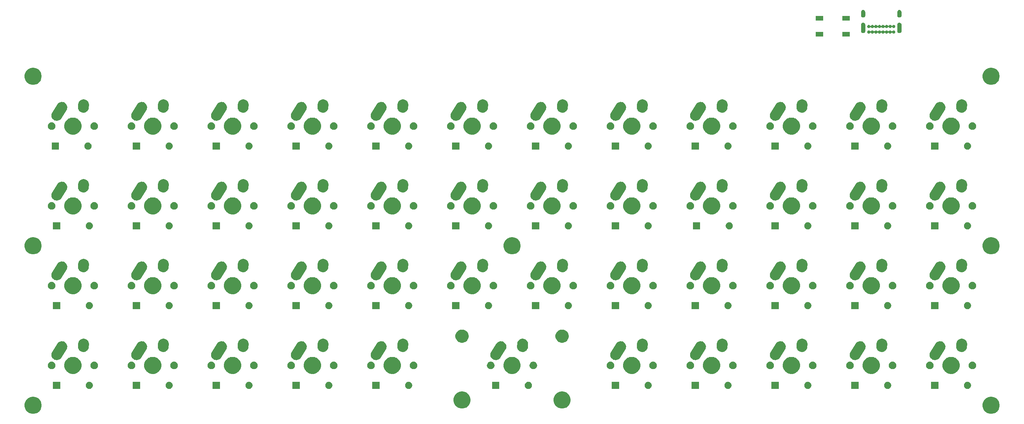
<source format=gbr>
G04 #@! TF.GenerationSoftware,KiCad,Pcbnew,(5.1.0)-1*
G04 #@! TF.CreationDate,2020-08-28T00:10:41-04:00*
G04 #@! TF.ProjectId,keyboard,6b657962-6f61-4726-942e-6b696361645f,rev?*
G04 #@! TF.SameCoordinates,Original*
G04 #@! TF.FileFunction,Soldermask,Top*
G04 #@! TF.FilePolarity,Negative*
%FSLAX46Y46*%
G04 Gerber Fmt 4.6, Leading zero omitted, Abs format (unit mm)*
G04 Created by KiCad (PCBNEW (5.1.0)-1) date 2020-08-28 00:10:41*
%MOMM*%
%LPD*%
G04 APERTURE LIST*
%ADD10C,0.020000*%
G04 APERTURE END LIST*
D10*
G36*
X248248254Y-124234068D02*
G01*
X248621511Y-124388676D01*
X248621513Y-124388677D01*
X248957436Y-124613134D01*
X249243116Y-124898814D01*
X249467574Y-125234739D01*
X249622182Y-125607996D01*
X249701000Y-126004243D01*
X249701000Y-126408257D01*
X249622182Y-126804504D01*
X249467574Y-127177761D01*
X249467573Y-127177763D01*
X249243116Y-127513686D01*
X248957436Y-127799366D01*
X248621513Y-128023823D01*
X248621512Y-128023824D01*
X248621511Y-128023824D01*
X248248254Y-128178432D01*
X247852007Y-128257250D01*
X247447993Y-128257250D01*
X247051746Y-128178432D01*
X246678489Y-128023824D01*
X246678488Y-128023824D01*
X246678487Y-128023823D01*
X246342564Y-127799366D01*
X246056884Y-127513686D01*
X245832427Y-127177763D01*
X245832426Y-127177761D01*
X245677818Y-126804504D01*
X245599000Y-126408257D01*
X245599000Y-126004243D01*
X245677818Y-125607996D01*
X245832426Y-125234739D01*
X246056884Y-124898814D01*
X246342564Y-124613134D01*
X246678487Y-124388677D01*
X246678489Y-124388676D01*
X247051746Y-124234068D01*
X247447993Y-124155250D01*
X247852007Y-124155250D01*
X248248254Y-124234068D01*
X248248254Y-124234068D01*
G37*
G36*
X19648254Y-124234068D02*
G01*
X20021511Y-124388676D01*
X20021513Y-124388677D01*
X20357436Y-124613134D01*
X20643116Y-124898814D01*
X20867574Y-125234739D01*
X21022182Y-125607996D01*
X21101000Y-126004243D01*
X21101000Y-126408257D01*
X21022182Y-126804504D01*
X20867574Y-127177761D01*
X20867573Y-127177763D01*
X20643116Y-127513686D01*
X20357436Y-127799366D01*
X20021513Y-128023823D01*
X20021512Y-128023824D01*
X20021511Y-128023824D01*
X19648254Y-128178432D01*
X19252007Y-128257250D01*
X18847993Y-128257250D01*
X18451746Y-128178432D01*
X18078489Y-128023824D01*
X18078488Y-128023824D01*
X18078487Y-128023823D01*
X17742564Y-127799366D01*
X17456884Y-127513686D01*
X17232427Y-127177763D01*
X17232426Y-127177761D01*
X17077818Y-126804504D01*
X16999000Y-126408257D01*
X16999000Y-126004243D01*
X17077818Y-125607996D01*
X17232426Y-125234739D01*
X17456884Y-124898814D01*
X17742564Y-124613134D01*
X18078487Y-124388677D01*
X18078489Y-124388676D01*
X18451746Y-124234068D01*
X18847993Y-124155250D01*
X19252007Y-124155250D01*
X19648254Y-124234068D01*
X19648254Y-124234068D01*
G37*
G36*
X145884474Y-122969934D02*
G01*
X146102474Y-123060233D01*
X146256623Y-123124083D01*
X146591548Y-123347873D01*
X146876377Y-123632702D01*
X147100167Y-123967627D01*
X147100167Y-123967628D01*
X147254316Y-124339776D01*
X147332900Y-124734844D01*
X147332900Y-125137656D01*
X147254316Y-125532724D01*
X147223137Y-125607996D01*
X147100167Y-125904873D01*
X146876377Y-126239798D01*
X146591548Y-126524627D01*
X146256623Y-126748417D01*
X146121216Y-126804504D01*
X145884474Y-126902566D01*
X145489406Y-126981150D01*
X145086594Y-126981150D01*
X144691526Y-126902566D01*
X144454784Y-126804504D01*
X144319377Y-126748417D01*
X143984452Y-126524627D01*
X143699623Y-126239798D01*
X143475833Y-125904873D01*
X143352863Y-125607996D01*
X143321684Y-125532724D01*
X143243100Y-125137656D01*
X143243100Y-124734844D01*
X143321684Y-124339776D01*
X143475833Y-123967628D01*
X143475833Y-123967627D01*
X143699623Y-123632702D01*
X143984452Y-123347873D01*
X144319377Y-123124083D01*
X144473526Y-123060233D01*
X144691526Y-122969934D01*
X145086594Y-122891350D01*
X145489406Y-122891350D01*
X145884474Y-122969934D01*
X145884474Y-122969934D01*
G37*
G36*
X122008474Y-122969934D02*
G01*
X122226474Y-123060233D01*
X122380623Y-123124083D01*
X122715548Y-123347873D01*
X123000377Y-123632702D01*
X123224167Y-123967627D01*
X123224167Y-123967628D01*
X123378316Y-124339776D01*
X123456900Y-124734844D01*
X123456900Y-125137656D01*
X123378316Y-125532724D01*
X123347137Y-125607996D01*
X123224167Y-125904873D01*
X123000377Y-126239798D01*
X122715548Y-126524627D01*
X122380623Y-126748417D01*
X122245216Y-126804504D01*
X122008474Y-126902566D01*
X121613406Y-126981150D01*
X121210594Y-126981150D01*
X120815526Y-126902566D01*
X120578784Y-126804504D01*
X120443377Y-126748417D01*
X120108452Y-126524627D01*
X119823623Y-126239798D01*
X119599833Y-125904873D01*
X119476863Y-125607996D01*
X119445684Y-125532724D01*
X119367100Y-125137656D01*
X119367100Y-124734844D01*
X119445684Y-124339776D01*
X119599833Y-123967628D01*
X119599833Y-123967627D01*
X119823623Y-123632702D01*
X120108452Y-123347873D01*
X120443377Y-123124083D01*
X120597526Y-123060233D01*
X120815526Y-122969934D01*
X121210594Y-122891350D01*
X121613406Y-122891350D01*
X122008474Y-122969934D01*
X122008474Y-122969934D01*
G37*
G36*
X63626000Y-122294750D02*
G01*
X61924000Y-122294750D01*
X61924000Y-120592750D01*
X63626000Y-120592750D01*
X63626000Y-122294750D01*
X63626000Y-122294750D01*
G37*
G36*
X51773228Y-120625453D02*
G01*
X51928100Y-120689603D01*
X52067481Y-120782735D01*
X52186015Y-120901269D01*
X52279147Y-121040650D01*
X52343297Y-121195522D01*
X52376000Y-121359934D01*
X52376000Y-121527566D01*
X52343297Y-121691978D01*
X52279147Y-121846850D01*
X52186015Y-121986231D01*
X52067481Y-122104765D01*
X51928100Y-122197897D01*
X51773228Y-122262047D01*
X51608816Y-122294750D01*
X51441184Y-122294750D01*
X51276772Y-122262047D01*
X51121900Y-122197897D01*
X50982519Y-122104765D01*
X50863985Y-121986231D01*
X50770853Y-121846850D01*
X50706703Y-121691978D01*
X50674000Y-121527566D01*
X50674000Y-121359934D01*
X50706703Y-121195522D01*
X50770853Y-121040650D01*
X50863985Y-120901269D01*
X50982519Y-120782735D01*
X51121900Y-120689603D01*
X51276772Y-120625453D01*
X51441184Y-120592750D01*
X51608816Y-120592750D01*
X51773228Y-120625453D01*
X51773228Y-120625453D01*
G37*
G36*
X70823228Y-120625453D02*
G01*
X70978100Y-120689603D01*
X71117481Y-120782735D01*
X71236015Y-120901269D01*
X71329147Y-121040650D01*
X71393297Y-121195522D01*
X71426000Y-121359934D01*
X71426000Y-121527566D01*
X71393297Y-121691978D01*
X71329147Y-121846850D01*
X71236015Y-121986231D01*
X71117481Y-122104765D01*
X70978100Y-122197897D01*
X70823228Y-122262047D01*
X70658816Y-122294750D01*
X70491184Y-122294750D01*
X70326772Y-122262047D01*
X70171900Y-122197897D01*
X70032519Y-122104765D01*
X69913985Y-121986231D01*
X69820853Y-121846850D01*
X69756703Y-121691978D01*
X69724000Y-121527566D01*
X69724000Y-121359934D01*
X69756703Y-121195522D01*
X69820853Y-121040650D01*
X69913985Y-120901269D01*
X70032519Y-120782735D01*
X70171900Y-120689603D01*
X70326772Y-120625453D01*
X70491184Y-120592750D01*
X70658816Y-120592750D01*
X70823228Y-120625453D01*
X70823228Y-120625453D01*
G37*
G36*
X82676000Y-122294750D02*
G01*
X80974000Y-122294750D01*
X80974000Y-120592750D01*
X82676000Y-120592750D01*
X82676000Y-122294750D01*
X82676000Y-122294750D01*
G37*
G36*
X89873228Y-120625453D02*
G01*
X90028100Y-120689603D01*
X90167481Y-120782735D01*
X90286015Y-120901269D01*
X90379147Y-121040650D01*
X90443297Y-121195522D01*
X90476000Y-121359934D01*
X90476000Y-121527566D01*
X90443297Y-121691978D01*
X90379147Y-121846850D01*
X90286015Y-121986231D01*
X90167481Y-122104765D01*
X90028100Y-122197897D01*
X89873228Y-122262047D01*
X89708816Y-122294750D01*
X89541184Y-122294750D01*
X89376772Y-122262047D01*
X89221900Y-122197897D01*
X89082519Y-122104765D01*
X88963985Y-121986231D01*
X88870853Y-121846850D01*
X88806703Y-121691978D01*
X88774000Y-121527566D01*
X88774000Y-121359934D01*
X88806703Y-121195522D01*
X88870853Y-121040650D01*
X88963985Y-120901269D01*
X89082519Y-120782735D01*
X89221900Y-120689603D01*
X89376772Y-120625453D01*
X89541184Y-120592750D01*
X89708816Y-120592750D01*
X89873228Y-120625453D01*
X89873228Y-120625453D01*
G37*
G36*
X108923228Y-120625453D02*
G01*
X109078100Y-120689603D01*
X109217481Y-120782735D01*
X109336015Y-120901269D01*
X109429147Y-121040650D01*
X109493297Y-121195522D01*
X109526000Y-121359934D01*
X109526000Y-121527566D01*
X109493297Y-121691978D01*
X109429147Y-121846850D01*
X109336015Y-121986231D01*
X109217481Y-122104765D01*
X109078100Y-122197897D01*
X108923228Y-122262047D01*
X108758816Y-122294750D01*
X108591184Y-122294750D01*
X108426772Y-122262047D01*
X108271900Y-122197897D01*
X108132519Y-122104765D01*
X108013985Y-121986231D01*
X107920853Y-121846850D01*
X107856703Y-121691978D01*
X107824000Y-121527566D01*
X107824000Y-121359934D01*
X107856703Y-121195522D01*
X107920853Y-121040650D01*
X108013985Y-120901269D01*
X108132519Y-120782735D01*
X108271900Y-120689603D01*
X108426772Y-120625453D01*
X108591184Y-120592750D01*
X108758816Y-120592750D01*
X108923228Y-120625453D01*
X108923228Y-120625453D01*
G37*
G36*
X101726000Y-122294750D02*
G01*
X100024000Y-122294750D01*
X100024000Y-120592750D01*
X101726000Y-120592750D01*
X101726000Y-122294750D01*
X101726000Y-122294750D01*
G37*
G36*
X166073228Y-120625453D02*
G01*
X166228100Y-120689603D01*
X166367481Y-120782735D01*
X166486015Y-120901269D01*
X166579147Y-121040650D01*
X166643297Y-121195522D01*
X166676000Y-121359934D01*
X166676000Y-121527566D01*
X166643297Y-121691978D01*
X166579147Y-121846850D01*
X166486015Y-121986231D01*
X166367481Y-122104765D01*
X166228100Y-122197897D01*
X166073228Y-122262047D01*
X165908816Y-122294750D01*
X165741184Y-122294750D01*
X165576772Y-122262047D01*
X165421900Y-122197897D01*
X165282519Y-122104765D01*
X165163985Y-121986231D01*
X165070853Y-121846850D01*
X165006703Y-121691978D01*
X164974000Y-121527566D01*
X164974000Y-121359934D01*
X165006703Y-121195522D01*
X165070853Y-121040650D01*
X165163985Y-120901269D01*
X165282519Y-120782735D01*
X165421900Y-120689603D01*
X165576772Y-120625453D01*
X165741184Y-120592750D01*
X165908816Y-120592750D01*
X166073228Y-120625453D01*
X166073228Y-120625453D01*
G37*
G36*
X158876000Y-122294750D02*
G01*
X157174000Y-122294750D01*
X157174000Y-120592750D01*
X158876000Y-120592750D01*
X158876000Y-122294750D01*
X158876000Y-122294750D01*
G37*
G36*
X185123228Y-120625453D02*
G01*
X185278100Y-120689603D01*
X185417481Y-120782735D01*
X185536015Y-120901269D01*
X185629147Y-121040650D01*
X185693297Y-121195522D01*
X185726000Y-121359934D01*
X185726000Y-121527566D01*
X185693297Y-121691978D01*
X185629147Y-121846850D01*
X185536015Y-121986231D01*
X185417481Y-122104765D01*
X185278100Y-122197897D01*
X185123228Y-122262047D01*
X184958816Y-122294750D01*
X184791184Y-122294750D01*
X184626772Y-122262047D01*
X184471900Y-122197897D01*
X184332519Y-122104765D01*
X184213985Y-121986231D01*
X184120853Y-121846850D01*
X184056703Y-121691978D01*
X184024000Y-121527566D01*
X184024000Y-121359934D01*
X184056703Y-121195522D01*
X184120853Y-121040650D01*
X184213985Y-120901269D01*
X184332519Y-120782735D01*
X184471900Y-120689603D01*
X184626772Y-120625453D01*
X184791184Y-120592750D01*
X184958816Y-120592750D01*
X185123228Y-120625453D01*
X185123228Y-120625453D01*
G37*
G36*
X44576000Y-122294750D02*
G01*
X42874000Y-122294750D01*
X42874000Y-120592750D01*
X44576000Y-120592750D01*
X44576000Y-122294750D01*
X44576000Y-122294750D01*
G37*
G36*
X32723228Y-120625453D02*
G01*
X32878100Y-120689603D01*
X33017481Y-120782735D01*
X33136015Y-120901269D01*
X33229147Y-121040650D01*
X33293297Y-121195522D01*
X33326000Y-121359934D01*
X33326000Y-121527566D01*
X33293297Y-121691978D01*
X33229147Y-121846850D01*
X33136015Y-121986231D01*
X33017481Y-122104765D01*
X32878100Y-122197897D01*
X32723228Y-122262047D01*
X32558816Y-122294750D01*
X32391184Y-122294750D01*
X32226772Y-122262047D01*
X32071900Y-122197897D01*
X31932519Y-122104765D01*
X31813985Y-121986231D01*
X31720853Y-121846850D01*
X31656703Y-121691978D01*
X31624000Y-121527566D01*
X31624000Y-121359934D01*
X31656703Y-121195522D01*
X31720853Y-121040650D01*
X31813985Y-120901269D01*
X31932519Y-120782735D01*
X32071900Y-120689603D01*
X32226772Y-120625453D01*
X32391184Y-120592750D01*
X32558816Y-120592750D01*
X32723228Y-120625453D01*
X32723228Y-120625453D01*
G37*
G36*
X204173228Y-120625453D02*
G01*
X204328100Y-120689603D01*
X204467481Y-120782735D01*
X204586015Y-120901269D01*
X204679147Y-121040650D01*
X204743297Y-121195522D01*
X204776000Y-121359934D01*
X204776000Y-121527566D01*
X204743297Y-121691978D01*
X204679147Y-121846850D01*
X204586015Y-121986231D01*
X204467481Y-122104765D01*
X204328100Y-122197897D01*
X204173228Y-122262047D01*
X204008816Y-122294750D01*
X203841184Y-122294750D01*
X203676772Y-122262047D01*
X203521900Y-122197897D01*
X203382519Y-122104765D01*
X203263985Y-121986231D01*
X203170853Y-121846850D01*
X203106703Y-121691978D01*
X203074000Y-121527566D01*
X203074000Y-121359934D01*
X203106703Y-121195522D01*
X203170853Y-121040650D01*
X203263985Y-120901269D01*
X203382519Y-120782735D01*
X203521900Y-120689603D01*
X203676772Y-120625453D01*
X203841184Y-120592750D01*
X204008816Y-120592750D01*
X204173228Y-120625453D01*
X204173228Y-120625453D01*
G37*
G36*
X235076000Y-122294750D02*
G01*
X233374000Y-122294750D01*
X233374000Y-120592750D01*
X235076000Y-120592750D01*
X235076000Y-122294750D01*
X235076000Y-122294750D01*
G37*
G36*
X177926000Y-122294750D02*
G01*
X176224000Y-122294750D01*
X176224000Y-120592750D01*
X177926000Y-120592750D01*
X177926000Y-122294750D01*
X177926000Y-122294750D01*
G37*
G36*
X25526000Y-122294750D02*
G01*
X23824000Y-122294750D01*
X23824000Y-120592750D01*
X25526000Y-120592750D01*
X25526000Y-122294750D01*
X25526000Y-122294750D01*
G37*
G36*
X137498228Y-120625453D02*
G01*
X137653100Y-120689603D01*
X137792481Y-120782735D01*
X137911015Y-120901269D01*
X138004147Y-121040650D01*
X138068297Y-121195522D01*
X138101000Y-121359934D01*
X138101000Y-121527566D01*
X138068297Y-121691978D01*
X138004147Y-121846850D01*
X137911015Y-121986231D01*
X137792481Y-122104765D01*
X137653100Y-122197897D01*
X137498228Y-122262047D01*
X137333816Y-122294750D01*
X137166184Y-122294750D01*
X137001772Y-122262047D01*
X136846900Y-122197897D01*
X136707519Y-122104765D01*
X136588985Y-121986231D01*
X136495853Y-121846850D01*
X136431703Y-121691978D01*
X136399000Y-121527566D01*
X136399000Y-121359934D01*
X136431703Y-121195522D01*
X136495853Y-121040650D01*
X136588985Y-120901269D01*
X136707519Y-120782735D01*
X136846900Y-120689603D01*
X137001772Y-120625453D01*
X137166184Y-120592750D01*
X137333816Y-120592750D01*
X137498228Y-120625453D01*
X137498228Y-120625453D01*
G37*
G36*
X130301000Y-122294750D02*
G01*
X128599000Y-122294750D01*
X128599000Y-120592750D01*
X130301000Y-120592750D01*
X130301000Y-122294750D01*
X130301000Y-122294750D01*
G37*
G36*
X242273228Y-120625453D02*
G01*
X242428100Y-120689603D01*
X242567481Y-120782735D01*
X242686015Y-120901269D01*
X242779147Y-121040650D01*
X242843297Y-121195522D01*
X242876000Y-121359934D01*
X242876000Y-121527566D01*
X242843297Y-121691978D01*
X242779147Y-121846850D01*
X242686015Y-121986231D01*
X242567481Y-122104765D01*
X242428100Y-122197897D01*
X242273228Y-122262047D01*
X242108816Y-122294750D01*
X241941184Y-122294750D01*
X241776772Y-122262047D01*
X241621900Y-122197897D01*
X241482519Y-122104765D01*
X241363985Y-121986231D01*
X241270853Y-121846850D01*
X241206703Y-121691978D01*
X241174000Y-121527566D01*
X241174000Y-121359934D01*
X241206703Y-121195522D01*
X241270853Y-121040650D01*
X241363985Y-120901269D01*
X241482519Y-120782735D01*
X241621900Y-120689603D01*
X241776772Y-120625453D01*
X241941184Y-120592750D01*
X242108816Y-120592750D01*
X242273228Y-120625453D01*
X242273228Y-120625453D01*
G37*
G36*
X216026000Y-122294750D02*
G01*
X214324000Y-122294750D01*
X214324000Y-120592750D01*
X216026000Y-120592750D01*
X216026000Y-122294750D01*
X216026000Y-122294750D01*
G37*
G36*
X223223228Y-120625453D02*
G01*
X223378100Y-120689603D01*
X223517481Y-120782735D01*
X223636015Y-120901269D01*
X223729147Y-121040650D01*
X223793297Y-121195522D01*
X223826000Y-121359934D01*
X223826000Y-121527566D01*
X223793297Y-121691978D01*
X223729147Y-121846850D01*
X223636015Y-121986231D01*
X223517481Y-122104765D01*
X223378100Y-122197897D01*
X223223228Y-122262047D01*
X223058816Y-122294750D01*
X222891184Y-122294750D01*
X222726772Y-122262047D01*
X222571900Y-122197897D01*
X222432519Y-122104765D01*
X222313985Y-121986231D01*
X222220853Y-121846850D01*
X222156703Y-121691978D01*
X222124000Y-121527566D01*
X222124000Y-121359934D01*
X222156703Y-121195522D01*
X222220853Y-121040650D01*
X222313985Y-120901269D01*
X222432519Y-120782735D01*
X222571900Y-120689603D01*
X222726772Y-120625453D01*
X222891184Y-120592750D01*
X223058816Y-120592750D01*
X223223228Y-120625453D01*
X223223228Y-120625453D01*
G37*
G36*
X196976000Y-122294750D02*
G01*
X195274000Y-122294750D01*
X195274000Y-120592750D01*
X196976000Y-120592750D01*
X196976000Y-122294750D01*
X196976000Y-122294750D01*
G37*
G36*
X181571474Y-114714934D02*
G01*
X181789474Y-114805233D01*
X181943623Y-114869083D01*
X182278548Y-115092873D01*
X182563377Y-115377702D01*
X182787167Y-115712627D01*
X182851017Y-115866776D01*
X182941316Y-116084776D01*
X183019900Y-116479844D01*
X183019900Y-116882656D01*
X182941316Y-117277724D01*
X182857322Y-117480503D01*
X182787167Y-117649873D01*
X182563377Y-117984798D01*
X182278548Y-118269627D01*
X181943623Y-118493417D01*
X181789474Y-118557267D01*
X181571474Y-118647566D01*
X181176406Y-118726150D01*
X180773594Y-118726150D01*
X180378526Y-118647566D01*
X180160526Y-118557267D01*
X180006377Y-118493417D01*
X179671452Y-118269627D01*
X179386623Y-117984798D01*
X179162833Y-117649873D01*
X179092678Y-117480503D01*
X179008684Y-117277724D01*
X178930100Y-116882656D01*
X178930100Y-116479844D01*
X179008684Y-116084776D01*
X179098983Y-115866776D01*
X179162833Y-115712627D01*
X179386623Y-115377702D01*
X179671452Y-115092873D01*
X180006377Y-114869083D01*
X180160526Y-114805233D01*
X180378526Y-114714934D01*
X180773594Y-114636350D01*
X181176406Y-114636350D01*
X181571474Y-114714934D01*
X181571474Y-114714934D01*
G37*
G36*
X29171474Y-114714934D02*
G01*
X29389474Y-114805233D01*
X29543623Y-114869083D01*
X29878548Y-115092873D01*
X30163377Y-115377702D01*
X30387167Y-115712627D01*
X30451017Y-115866776D01*
X30541316Y-116084776D01*
X30619900Y-116479844D01*
X30619900Y-116882656D01*
X30541316Y-117277724D01*
X30457322Y-117480503D01*
X30387167Y-117649873D01*
X30163377Y-117984798D01*
X29878548Y-118269627D01*
X29543623Y-118493417D01*
X29389474Y-118557267D01*
X29171474Y-118647566D01*
X28776406Y-118726150D01*
X28373594Y-118726150D01*
X27978526Y-118647566D01*
X27760526Y-118557267D01*
X27606377Y-118493417D01*
X27271452Y-118269627D01*
X26986623Y-117984798D01*
X26762833Y-117649873D01*
X26692678Y-117480503D01*
X26608684Y-117277724D01*
X26530100Y-116882656D01*
X26530100Y-116479844D01*
X26608684Y-116084776D01*
X26698983Y-115866776D01*
X26762833Y-115712627D01*
X26986623Y-115377702D01*
X27271452Y-115092873D01*
X27606377Y-114869083D01*
X27760526Y-114805233D01*
X27978526Y-114714934D01*
X28373594Y-114636350D01*
X28776406Y-114636350D01*
X29171474Y-114714934D01*
X29171474Y-114714934D01*
G37*
G36*
X48221474Y-114714934D02*
G01*
X48439474Y-114805233D01*
X48593623Y-114869083D01*
X48928548Y-115092873D01*
X49213377Y-115377702D01*
X49437167Y-115712627D01*
X49501017Y-115866776D01*
X49591316Y-116084776D01*
X49669900Y-116479844D01*
X49669900Y-116882656D01*
X49591316Y-117277724D01*
X49507322Y-117480503D01*
X49437167Y-117649873D01*
X49213377Y-117984798D01*
X48928548Y-118269627D01*
X48593623Y-118493417D01*
X48439474Y-118557267D01*
X48221474Y-118647566D01*
X47826406Y-118726150D01*
X47423594Y-118726150D01*
X47028526Y-118647566D01*
X46810526Y-118557267D01*
X46656377Y-118493417D01*
X46321452Y-118269627D01*
X46036623Y-117984798D01*
X45812833Y-117649873D01*
X45742678Y-117480503D01*
X45658684Y-117277724D01*
X45580100Y-116882656D01*
X45580100Y-116479844D01*
X45658684Y-116084776D01*
X45748983Y-115866776D01*
X45812833Y-115712627D01*
X46036623Y-115377702D01*
X46321452Y-115092873D01*
X46656377Y-114869083D01*
X46810526Y-114805233D01*
X47028526Y-114714934D01*
X47423594Y-114636350D01*
X47826406Y-114636350D01*
X48221474Y-114714934D01*
X48221474Y-114714934D01*
G37*
G36*
X67271474Y-114714934D02*
G01*
X67489474Y-114805233D01*
X67643623Y-114869083D01*
X67978548Y-115092873D01*
X68263377Y-115377702D01*
X68487167Y-115712627D01*
X68551017Y-115866776D01*
X68641316Y-116084776D01*
X68719900Y-116479844D01*
X68719900Y-116882656D01*
X68641316Y-117277724D01*
X68557322Y-117480503D01*
X68487167Y-117649873D01*
X68263377Y-117984798D01*
X67978548Y-118269627D01*
X67643623Y-118493417D01*
X67489474Y-118557267D01*
X67271474Y-118647566D01*
X66876406Y-118726150D01*
X66473594Y-118726150D01*
X66078526Y-118647566D01*
X65860526Y-118557267D01*
X65706377Y-118493417D01*
X65371452Y-118269627D01*
X65086623Y-117984798D01*
X64862833Y-117649873D01*
X64792678Y-117480503D01*
X64708684Y-117277724D01*
X64630100Y-116882656D01*
X64630100Y-116479844D01*
X64708684Y-116084776D01*
X64798983Y-115866776D01*
X64862833Y-115712627D01*
X65086623Y-115377702D01*
X65371452Y-115092873D01*
X65706377Y-114869083D01*
X65860526Y-114805233D01*
X66078526Y-114714934D01*
X66473594Y-114636350D01*
X66876406Y-114636350D01*
X67271474Y-114714934D01*
X67271474Y-114714934D01*
G37*
G36*
X238721474Y-114714934D02*
G01*
X238939474Y-114805233D01*
X239093623Y-114869083D01*
X239428548Y-115092873D01*
X239713377Y-115377702D01*
X239937167Y-115712627D01*
X240001017Y-115866776D01*
X240091316Y-116084776D01*
X240169900Y-116479844D01*
X240169900Y-116882656D01*
X240091316Y-117277724D01*
X240007322Y-117480503D01*
X239937167Y-117649873D01*
X239713377Y-117984798D01*
X239428548Y-118269627D01*
X239093623Y-118493417D01*
X238939474Y-118557267D01*
X238721474Y-118647566D01*
X238326406Y-118726150D01*
X237923594Y-118726150D01*
X237528526Y-118647566D01*
X237310526Y-118557267D01*
X237156377Y-118493417D01*
X236821452Y-118269627D01*
X236536623Y-117984798D01*
X236312833Y-117649873D01*
X236242678Y-117480503D01*
X236158684Y-117277724D01*
X236080100Y-116882656D01*
X236080100Y-116479844D01*
X236158684Y-116084776D01*
X236248983Y-115866776D01*
X236312833Y-115712627D01*
X236536623Y-115377702D01*
X236821452Y-115092873D01*
X237156377Y-114869083D01*
X237310526Y-114805233D01*
X237528526Y-114714934D01*
X237923594Y-114636350D01*
X238326406Y-114636350D01*
X238721474Y-114714934D01*
X238721474Y-114714934D01*
G37*
G36*
X162521474Y-114714934D02*
G01*
X162739474Y-114805233D01*
X162893623Y-114869083D01*
X163228548Y-115092873D01*
X163513377Y-115377702D01*
X163737167Y-115712627D01*
X163801017Y-115866776D01*
X163891316Y-116084776D01*
X163969900Y-116479844D01*
X163969900Y-116882656D01*
X163891316Y-117277724D01*
X163807322Y-117480503D01*
X163737167Y-117649873D01*
X163513377Y-117984798D01*
X163228548Y-118269627D01*
X162893623Y-118493417D01*
X162739474Y-118557267D01*
X162521474Y-118647566D01*
X162126406Y-118726150D01*
X161723594Y-118726150D01*
X161328526Y-118647566D01*
X161110526Y-118557267D01*
X160956377Y-118493417D01*
X160621452Y-118269627D01*
X160336623Y-117984798D01*
X160112833Y-117649873D01*
X160042678Y-117480503D01*
X159958684Y-117277724D01*
X159880100Y-116882656D01*
X159880100Y-116479844D01*
X159958684Y-116084776D01*
X160048983Y-115866776D01*
X160112833Y-115712627D01*
X160336623Y-115377702D01*
X160621452Y-115092873D01*
X160956377Y-114869083D01*
X161110526Y-114805233D01*
X161328526Y-114714934D01*
X161723594Y-114636350D01*
X162126406Y-114636350D01*
X162521474Y-114714934D01*
X162521474Y-114714934D01*
G37*
G36*
X200621474Y-114714934D02*
G01*
X200839474Y-114805233D01*
X200993623Y-114869083D01*
X201328548Y-115092873D01*
X201613377Y-115377702D01*
X201837167Y-115712627D01*
X201901017Y-115866776D01*
X201991316Y-116084776D01*
X202069900Y-116479844D01*
X202069900Y-116882656D01*
X201991316Y-117277724D01*
X201907322Y-117480503D01*
X201837167Y-117649873D01*
X201613377Y-117984798D01*
X201328548Y-118269627D01*
X200993623Y-118493417D01*
X200839474Y-118557267D01*
X200621474Y-118647566D01*
X200226406Y-118726150D01*
X199823594Y-118726150D01*
X199428526Y-118647566D01*
X199210526Y-118557267D01*
X199056377Y-118493417D01*
X198721452Y-118269627D01*
X198436623Y-117984798D01*
X198212833Y-117649873D01*
X198142678Y-117480503D01*
X198058684Y-117277724D01*
X197980100Y-116882656D01*
X197980100Y-116479844D01*
X198058684Y-116084776D01*
X198148983Y-115866776D01*
X198212833Y-115712627D01*
X198436623Y-115377702D01*
X198721452Y-115092873D01*
X199056377Y-114869083D01*
X199210526Y-114805233D01*
X199428526Y-114714934D01*
X199823594Y-114636350D01*
X200226406Y-114636350D01*
X200621474Y-114714934D01*
X200621474Y-114714934D01*
G37*
G36*
X105371474Y-114714934D02*
G01*
X105589474Y-114805233D01*
X105743623Y-114869083D01*
X106078548Y-115092873D01*
X106363377Y-115377702D01*
X106587167Y-115712627D01*
X106651017Y-115866776D01*
X106741316Y-116084776D01*
X106819900Y-116479844D01*
X106819900Y-116882656D01*
X106741316Y-117277724D01*
X106657322Y-117480503D01*
X106587167Y-117649873D01*
X106363377Y-117984798D01*
X106078548Y-118269627D01*
X105743623Y-118493417D01*
X105589474Y-118557267D01*
X105371474Y-118647566D01*
X104976406Y-118726150D01*
X104573594Y-118726150D01*
X104178526Y-118647566D01*
X103960526Y-118557267D01*
X103806377Y-118493417D01*
X103471452Y-118269627D01*
X103186623Y-117984798D01*
X102962833Y-117649873D01*
X102892678Y-117480503D01*
X102808684Y-117277724D01*
X102730100Y-116882656D01*
X102730100Y-116479844D01*
X102808684Y-116084776D01*
X102898983Y-115866776D01*
X102962833Y-115712627D01*
X103186623Y-115377702D01*
X103471452Y-115092873D01*
X103806377Y-114869083D01*
X103960526Y-114805233D01*
X104178526Y-114714934D01*
X104573594Y-114636350D01*
X104976406Y-114636350D01*
X105371474Y-114714934D01*
X105371474Y-114714934D01*
G37*
G36*
X86321474Y-114714934D02*
G01*
X86539474Y-114805233D01*
X86693623Y-114869083D01*
X87028548Y-115092873D01*
X87313377Y-115377702D01*
X87537167Y-115712627D01*
X87601017Y-115866776D01*
X87691316Y-116084776D01*
X87769900Y-116479844D01*
X87769900Y-116882656D01*
X87691316Y-117277724D01*
X87607322Y-117480503D01*
X87537167Y-117649873D01*
X87313377Y-117984798D01*
X87028548Y-118269627D01*
X86693623Y-118493417D01*
X86539474Y-118557267D01*
X86321474Y-118647566D01*
X85926406Y-118726150D01*
X85523594Y-118726150D01*
X85128526Y-118647566D01*
X84910526Y-118557267D01*
X84756377Y-118493417D01*
X84421452Y-118269627D01*
X84136623Y-117984798D01*
X83912833Y-117649873D01*
X83842678Y-117480503D01*
X83758684Y-117277724D01*
X83680100Y-116882656D01*
X83680100Y-116479844D01*
X83758684Y-116084776D01*
X83848983Y-115866776D01*
X83912833Y-115712627D01*
X84136623Y-115377702D01*
X84421452Y-115092873D01*
X84756377Y-114869083D01*
X84910526Y-114805233D01*
X85128526Y-114714934D01*
X85523594Y-114636350D01*
X85926406Y-114636350D01*
X86321474Y-114714934D01*
X86321474Y-114714934D01*
G37*
G36*
X133946474Y-114714934D02*
G01*
X134164474Y-114805233D01*
X134318623Y-114869083D01*
X134653548Y-115092873D01*
X134938377Y-115377702D01*
X135162167Y-115712627D01*
X135226017Y-115866776D01*
X135316316Y-116084776D01*
X135394900Y-116479844D01*
X135394900Y-116882656D01*
X135316316Y-117277724D01*
X135232322Y-117480503D01*
X135162167Y-117649873D01*
X134938377Y-117984798D01*
X134653548Y-118269627D01*
X134318623Y-118493417D01*
X134164474Y-118557267D01*
X133946474Y-118647566D01*
X133551406Y-118726150D01*
X133148594Y-118726150D01*
X132753526Y-118647566D01*
X132535526Y-118557267D01*
X132381377Y-118493417D01*
X132046452Y-118269627D01*
X131761623Y-117984798D01*
X131537833Y-117649873D01*
X131467678Y-117480503D01*
X131383684Y-117277724D01*
X131305100Y-116882656D01*
X131305100Y-116479844D01*
X131383684Y-116084776D01*
X131473983Y-115866776D01*
X131537833Y-115712627D01*
X131761623Y-115377702D01*
X132046452Y-115092873D01*
X132381377Y-114869083D01*
X132535526Y-114805233D01*
X132753526Y-114714934D01*
X133148594Y-114636350D01*
X133551406Y-114636350D01*
X133946474Y-114714934D01*
X133946474Y-114714934D01*
G37*
G36*
X219671474Y-114714934D02*
G01*
X219889474Y-114805233D01*
X220043623Y-114869083D01*
X220378548Y-115092873D01*
X220663377Y-115377702D01*
X220887167Y-115712627D01*
X220951017Y-115866776D01*
X221041316Y-116084776D01*
X221119900Y-116479844D01*
X221119900Y-116882656D01*
X221041316Y-117277724D01*
X220957322Y-117480503D01*
X220887167Y-117649873D01*
X220663377Y-117984798D01*
X220378548Y-118269627D01*
X220043623Y-118493417D01*
X219889474Y-118557267D01*
X219671474Y-118647566D01*
X219276406Y-118726150D01*
X218873594Y-118726150D01*
X218478526Y-118647566D01*
X218260526Y-118557267D01*
X218106377Y-118493417D01*
X217771452Y-118269627D01*
X217486623Y-117984798D01*
X217262833Y-117649873D01*
X217192678Y-117480503D01*
X217108684Y-117277724D01*
X217030100Y-116882656D01*
X217030100Y-116479844D01*
X217108684Y-116084776D01*
X217198983Y-115866776D01*
X217262833Y-115712627D01*
X217486623Y-115377702D01*
X217771452Y-115092873D01*
X218106377Y-114869083D01*
X218260526Y-114805233D01*
X218478526Y-114714934D01*
X218873594Y-114636350D01*
X219276406Y-114636350D01*
X219671474Y-114714934D01*
X219671474Y-114714934D01*
G37*
G36*
X42720952Y-115796679D02*
G01*
X42808075Y-115814009D01*
X42917498Y-115859334D01*
X42972211Y-115881997D01*
X43118933Y-115980033D01*
X43119928Y-115980698D01*
X43245552Y-116106322D01*
X43245554Y-116106325D01*
X43344253Y-116254039D01*
X43344253Y-116254040D01*
X43412241Y-116418175D01*
X43446900Y-116592421D01*
X43446900Y-116770079D01*
X43412241Y-116944325D01*
X43366916Y-117053748D01*
X43344253Y-117108461D01*
X43246217Y-117255183D01*
X43245552Y-117256178D01*
X43119928Y-117381802D01*
X43119925Y-117381804D01*
X42972211Y-117480503D01*
X42917498Y-117503166D01*
X42808075Y-117548491D01*
X42720952Y-117565820D01*
X42633831Y-117583150D01*
X42456169Y-117583150D01*
X42369048Y-117565820D01*
X42281925Y-117548491D01*
X42172502Y-117503166D01*
X42117789Y-117480503D01*
X41970075Y-117381804D01*
X41970072Y-117381802D01*
X41844448Y-117256178D01*
X41843783Y-117255183D01*
X41745747Y-117108461D01*
X41723084Y-117053748D01*
X41677759Y-116944325D01*
X41643100Y-116770079D01*
X41643100Y-116592421D01*
X41677759Y-116418175D01*
X41745747Y-116254040D01*
X41745747Y-116254039D01*
X41844446Y-116106325D01*
X41844448Y-116106322D01*
X41970072Y-115980698D01*
X41971067Y-115980033D01*
X42117789Y-115881997D01*
X42172502Y-115859334D01*
X42281925Y-115814009D01*
X42369048Y-115796679D01*
X42456169Y-115779350D01*
X42633831Y-115779350D01*
X42720952Y-115796679D01*
X42720952Y-115796679D01*
G37*
G36*
X233220952Y-115796679D02*
G01*
X233308075Y-115814009D01*
X233417498Y-115859334D01*
X233472211Y-115881997D01*
X233618933Y-115980033D01*
X233619928Y-115980698D01*
X233745552Y-116106322D01*
X233745554Y-116106325D01*
X233844253Y-116254039D01*
X233844253Y-116254040D01*
X233912241Y-116418175D01*
X233946900Y-116592421D01*
X233946900Y-116770079D01*
X233912241Y-116944325D01*
X233866916Y-117053748D01*
X233844253Y-117108461D01*
X233746217Y-117255183D01*
X233745552Y-117256178D01*
X233619928Y-117381802D01*
X233619925Y-117381804D01*
X233472211Y-117480503D01*
X233417498Y-117503166D01*
X233308075Y-117548491D01*
X233220952Y-117565820D01*
X233133831Y-117583150D01*
X232956169Y-117583150D01*
X232869048Y-117565820D01*
X232781925Y-117548491D01*
X232672502Y-117503166D01*
X232617789Y-117480503D01*
X232470075Y-117381804D01*
X232470072Y-117381802D01*
X232344448Y-117256178D01*
X232343783Y-117255183D01*
X232245747Y-117108461D01*
X232223084Y-117053748D01*
X232177759Y-116944325D01*
X232143100Y-116770079D01*
X232143100Y-116592421D01*
X232177759Y-116418175D01*
X232245747Y-116254040D01*
X232245747Y-116254039D01*
X232344446Y-116106325D01*
X232344448Y-116106322D01*
X232470072Y-115980698D01*
X232471067Y-115980033D01*
X232617789Y-115881997D01*
X232672502Y-115859334D01*
X232781925Y-115814009D01*
X232869048Y-115796679D01*
X232956169Y-115779350D01*
X233133831Y-115779350D01*
X233220952Y-115796679D01*
X233220952Y-115796679D01*
G37*
G36*
X243380952Y-115796679D02*
G01*
X243468075Y-115814009D01*
X243577498Y-115859334D01*
X243632211Y-115881997D01*
X243778933Y-115980033D01*
X243779928Y-115980698D01*
X243905552Y-116106322D01*
X243905554Y-116106325D01*
X244004253Y-116254039D01*
X244004253Y-116254040D01*
X244072241Y-116418175D01*
X244106900Y-116592421D01*
X244106900Y-116770079D01*
X244072241Y-116944325D01*
X244026916Y-117053748D01*
X244004253Y-117108461D01*
X243906217Y-117255183D01*
X243905552Y-117256178D01*
X243779928Y-117381802D01*
X243779925Y-117381804D01*
X243632211Y-117480503D01*
X243577498Y-117503166D01*
X243468075Y-117548491D01*
X243380952Y-117565820D01*
X243293831Y-117583150D01*
X243116169Y-117583150D01*
X243029048Y-117565820D01*
X242941925Y-117548491D01*
X242832502Y-117503166D01*
X242777789Y-117480503D01*
X242630075Y-117381804D01*
X242630072Y-117381802D01*
X242504448Y-117256178D01*
X242503783Y-117255183D01*
X242405747Y-117108461D01*
X242383084Y-117053748D01*
X242337759Y-116944325D01*
X242303100Y-116770079D01*
X242303100Y-116592421D01*
X242337759Y-116418175D01*
X242405747Y-116254040D01*
X242405747Y-116254039D01*
X242504446Y-116106325D01*
X242504448Y-116106322D01*
X242630072Y-115980698D01*
X242631067Y-115980033D01*
X242777789Y-115881997D01*
X242832502Y-115859334D01*
X242941925Y-115814009D01*
X243029048Y-115796679D01*
X243116169Y-115779350D01*
X243293831Y-115779350D01*
X243380952Y-115796679D01*
X243380952Y-115796679D01*
G37*
G36*
X138605952Y-115796679D02*
G01*
X138693075Y-115814009D01*
X138802498Y-115859334D01*
X138857211Y-115881997D01*
X139003933Y-115980033D01*
X139004928Y-115980698D01*
X139130552Y-116106322D01*
X139130554Y-116106325D01*
X139229253Y-116254039D01*
X139229253Y-116254040D01*
X139297241Y-116418175D01*
X139331900Y-116592421D01*
X139331900Y-116770079D01*
X139297241Y-116944325D01*
X139251916Y-117053748D01*
X139229253Y-117108461D01*
X139131217Y-117255183D01*
X139130552Y-117256178D01*
X139004928Y-117381802D01*
X139004925Y-117381804D01*
X138857211Y-117480503D01*
X138802498Y-117503166D01*
X138693075Y-117548491D01*
X138605952Y-117565820D01*
X138518831Y-117583150D01*
X138341169Y-117583150D01*
X138254048Y-117565820D01*
X138166925Y-117548491D01*
X138057502Y-117503166D01*
X138002789Y-117480503D01*
X137855075Y-117381804D01*
X137855072Y-117381802D01*
X137729448Y-117256178D01*
X137728783Y-117255183D01*
X137630747Y-117108461D01*
X137608084Y-117053748D01*
X137562759Y-116944325D01*
X137528100Y-116770079D01*
X137528100Y-116592421D01*
X137562759Y-116418175D01*
X137630747Y-116254040D01*
X137630747Y-116254039D01*
X137729446Y-116106325D01*
X137729448Y-116106322D01*
X137855072Y-115980698D01*
X137856067Y-115980033D01*
X138002789Y-115881997D01*
X138057502Y-115859334D01*
X138166925Y-115814009D01*
X138254048Y-115796679D01*
X138341169Y-115779350D01*
X138518831Y-115779350D01*
X138605952Y-115796679D01*
X138605952Y-115796679D01*
G37*
G36*
X128445952Y-115796679D02*
G01*
X128533075Y-115814009D01*
X128642498Y-115859334D01*
X128697211Y-115881997D01*
X128843933Y-115980033D01*
X128844928Y-115980698D01*
X128970552Y-116106322D01*
X128970554Y-116106325D01*
X129069253Y-116254039D01*
X129069253Y-116254040D01*
X129137241Y-116418175D01*
X129171900Y-116592421D01*
X129171900Y-116770079D01*
X129137241Y-116944325D01*
X129091916Y-117053748D01*
X129069253Y-117108461D01*
X128971217Y-117255183D01*
X128970552Y-117256178D01*
X128844928Y-117381802D01*
X128844925Y-117381804D01*
X128697211Y-117480503D01*
X128642498Y-117503166D01*
X128533075Y-117548491D01*
X128445952Y-117565820D01*
X128358831Y-117583150D01*
X128181169Y-117583150D01*
X128094048Y-117565820D01*
X128006925Y-117548491D01*
X127897502Y-117503166D01*
X127842789Y-117480503D01*
X127695075Y-117381804D01*
X127695072Y-117381802D01*
X127569448Y-117256178D01*
X127568783Y-117255183D01*
X127470747Y-117108461D01*
X127448084Y-117053748D01*
X127402759Y-116944325D01*
X127368100Y-116770079D01*
X127368100Y-116592421D01*
X127402759Y-116418175D01*
X127470747Y-116254040D01*
X127470747Y-116254039D01*
X127569446Y-116106325D01*
X127569448Y-116106322D01*
X127695072Y-115980698D01*
X127696067Y-115980033D01*
X127842789Y-115881997D01*
X127897502Y-115859334D01*
X128006925Y-115814009D01*
X128094048Y-115796679D01*
X128181169Y-115779350D01*
X128358831Y-115779350D01*
X128445952Y-115796679D01*
X128445952Y-115796679D01*
G37*
G36*
X214170952Y-115796679D02*
G01*
X214258075Y-115814009D01*
X214367498Y-115859334D01*
X214422211Y-115881997D01*
X214568933Y-115980033D01*
X214569928Y-115980698D01*
X214695552Y-116106322D01*
X214695554Y-116106325D01*
X214794253Y-116254039D01*
X214794253Y-116254040D01*
X214862241Y-116418175D01*
X214896900Y-116592421D01*
X214896900Y-116770079D01*
X214862241Y-116944325D01*
X214816916Y-117053748D01*
X214794253Y-117108461D01*
X214696217Y-117255183D01*
X214695552Y-117256178D01*
X214569928Y-117381802D01*
X214569925Y-117381804D01*
X214422211Y-117480503D01*
X214367498Y-117503166D01*
X214258075Y-117548491D01*
X214170952Y-117565820D01*
X214083831Y-117583150D01*
X213906169Y-117583150D01*
X213819048Y-117565820D01*
X213731925Y-117548491D01*
X213622502Y-117503166D01*
X213567789Y-117480503D01*
X213420075Y-117381804D01*
X213420072Y-117381802D01*
X213294448Y-117256178D01*
X213293783Y-117255183D01*
X213195747Y-117108461D01*
X213173084Y-117053748D01*
X213127759Y-116944325D01*
X213093100Y-116770079D01*
X213093100Y-116592421D01*
X213127759Y-116418175D01*
X213195747Y-116254040D01*
X213195747Y-116254039D01*
X213294446Y-116106325D01*
X213294448Y-116106322D01*
X213420072Y-115980698D01*
X213421067Y-115980033D01*
X213567789Y-115881997D01*
X213622502Y-115859334D01*
X213731925Y-115814009D01*
X213819048Y-115796679D01*
X213906169Y-115779350D01*
X214083831Y-115779350D01*
X214170952Y-115796679D01*
X214170952Y-115796679D01*
G37*
G36*
X224330952Y-115796679D02*
G01*
X224418075Y-115814009D01*
X224527498Y-115859334D01*
X224582211Y-115881997D01*
X224728933Y-115980033D01*
X224729928Y-115980698D01*
X224855552Y-116106322D01*
X224855554Y-116106325D01*
X224954253Y-116254039D01*
X224954253Y-116254040D01*
X225022241Y-116418175D01*
X225056900Y-116592421D01*
X225056900Y-116770079D01*
X225022241Y-116944325D01*
X224976916Y-117053748D01*
X224954253Y-117108461D01*
X224856217Y-117255183D01*
X224855552Y-117256178D01*
X224729928Y-117381802D01*
X224729925Y-117381804D01*
X224582211Y-117480503D01*
X224527498Y-117503166D01*
X224418075Y-117548491D01*
X224330952Y-117565820D01*
X224243831Y-117583150D01*
X224066169Y-117583150D01*
X223979048Y-117565820D01*
X223891925Y-117548491D01*
X223782502Y-117503166D01*
X223727789Y-117480503D01*
X223580075Y-117381804D01*
X223580072Y-117381802D01*
X223454448Y-117256178D01*
X223453783Y-117255183D01*
X223355747Y-117108461D01*
X223333084Y-117053748D01*
X223287759Y-116944325D01*
X223253100Y-116770079D01*
X223253100Y-116592421D01*
X223287759Y-116418175D01*
X223355747Y-116254040D01*
X223355747Y-116254039D01*
X223454446Y-116106325D01*
X223454448Y-116106322D01*
X223580072Y-115980698D01*
X223581067Y-115980033D01*
X223727789Y-115881997D01*
X223782502Y-115859334D01*
X223891925Y-115814009D01*
X223979048Y-115796679D01*
X224066169Y-115779350D01*
X224243831Y-115779350D01*
X224330952Y-115796679D01*
X224330952Y-115796679D01*
G37*
G36*
X80820952Y-115796679D02*
G01*
X80908075Y-115814009D01*
X81017498Y-115859334D01*
X81072211Y-115881997D01*
X81218933Y-115980033D01*
X81219928Y-115980698D01*
X81345552Y-116106322D01*
X81345554Y-116106325D01*
X81444253Y-116254039D01*
X81444253Y-116254040D01*
X81512241Y-116418175D01*
X81546900Y-116592421D01*
X81546900Y-116770079D01*
X81512241Y-116944325D01*
X81466916Y-117053748D01*
X81444253Y-117108461D01*
X81346217Y-117255183D01*
X81345552Y-117256178D01*
X81219928Y-117381802D01*
X81219925Y-117381804D01*
X81072211Y-117480503D01*
X81017498Y-117503166D01*
X80908075Y-117548491D01*
X80820952Y-117565820D01*
X80733831Y-117583150D01*
X80556169Y-117583150D01*
X80469048Y-117565820D01*
X80381925Y-117548491D01*
X80272502Y-117503166D01*
X80217789Y-117480503D01*
X80070075Y-117381804D01*
X80070072Y-117381802D01*
X79944448Y-117256178D01*
X79943783Y-117255183D01*
X79845747Y-117108461D01*
X79823084Y-117053748D01*
X79777759Y-116944325D01*
X79743100Y-116770079D01*
X79743100Y-116592421D01*
X79777759Y-116418175D01*
X79845747Y-116254040D01*
X79845747Y-116254039D01*
X79944446Y-116106325D01*
X79944448Y-116106322D01*
X80070072Y-115980698D01*
X80071067Y-115980033D01*
X80217789Y-115881997D01*
X80272502Y-115859334D01*
X80381925Y-115814009D01*
X80469048Y-115796679D01*
X80556169Y-115779350D01*
X80733831Y-115779350D01*
X80820952Y-115796679D01*
X80820952Y-115796679D01*
G37*
G36*
X71930952Y-115796679D02*
G01*
X72018075Y-115814009D01*
X72127498Y-115859334D01*
X72182211Y-115881997D01*
X72328933Y-115980033D01*
X72329928Y-115980698D01*
X72455552Y-116106322D01*
X72455554Y-116106325D01*
X72554253Y-116254039D01*
X72554253Y-116254040D01*
X72622241Y-116418175D01*
X72656900Y-116592421D01*
X72656900Y-116770079D01*
X72622241Y-116944325D01*
X72576916Y-117053748D01*
X72554253Y-117108461D01*
X72456217Y-117255183D01*
X72455552Y-117256178D01*
X72329928Y-117381802D01*
X72329925Y-117381804D01*
X72182211Y-117480503D01*
X72127498Y-117503166D01*
X72018075Y-117548491D01*
X71930952Y-117565820D01*
X71843831Y-117583150D01*
X71666169Y-117583150D01*
X71579048Y-117565820D01*
X71491925Y-117548491D01*
X71382502Y-117503166D01*
X71327789Y-117480503D01*
X71180075Y-117381804D01*
X71180072Y-117381802D01*
X71054448Y-117256178D01*
X71053783Y-117255183D01*
X70955747Y-117108461D01*
X70933084Y-117053748D01*
X70887759Y-116944325D01*
X70853100Y-116770079D01*
X70853100Y-116592421D01*
X70887759Y-116418175D01*
X70955747Y-116254040D01*
X70955747Y-116254039D01*
X71054446Y-116106325D01*
X71054448Y-116106322D01*
X71180072Y-115980698D01*
X71181067Y-115980033D01*
X71327789Y-115881997D01*
X71382502Y-115859334D01*
X71491925Y-115814009D01*
X71579048Y-115796679D01*
X71666169Y-115779350D01*
X71843831Y-115779350D01*
X71930952Y-115796679D01*
X71930952Y-115796679D01*
G37*
G36*
X61770952Y-115796679D02*
G01*
X61858075Y-115814009D01*
X61967498Y-115859334D01*
X62022211Y-115881997D01*
X62168933Y-115980033D01*
X62169928Y-115980698D01*
X62295552Y-116106322D01*
X62295554Y-116106325D01*
X62394253Y-116254039D01*
X62394253Y-116254040D01*
X62462241Y-116418175D01*
X62496900Y-116592421D01*
X62496900Y-116770079D01*
X62462241Y-116944325D01*
X62416916Y-117053748D01*
X62394253Y-117108461D01*
X62296217Y-117255183D01*
X62295552Y-117256178D01*
X62169928Y-117381802D01*
X62169925Y-117381804D01*
X62022211Y-117480503D01*
X61967498Y-117503166D01*
X61858075Y-117548491D01*
X61770952Y-117565820D01*
X61683831Y-117583150D01*
X61506169Y-117583150D01*
X61419048Y-117565820D01*
X61331925Y-117548491D01*
X61222502Y-117503166D01*
X61167789Y-117480503D01*
X61020075Y-117381804D01*
X61020072Y-117381802D01*
X60894448Y-117256178D01*
X60893783Y-117255183D01*
X60795747Y-117108461D01*
X60773084Y-117053748D01*
X60727759Y-116944325D01*
X60693100Y-116770079D01*
X60693100Y-116592421D01*
X60727759Y-116418175D01*
X60795747Y-116254040D01*
X60795747Y-116254039D01*
X60894446Y-116106325D01*
X60894448Y-116106322D01*
X61020072Y-115980698D01*
X61021067Y-115980033D01*
X61167789Y-115881997D01*
X61222502Y-115859334D01*
X61331925Y-115814009D01*
X61419048Y-115796679D01*
X61506169Y-115779350D01*
X61683831Y-115779350D01*
X61770952Y-115796679D01*
X61770952Y-115796679D01*
G37*
G36*
X110030952Y-115796679D02*
G01*
X110118075Y-115814009D01*
X110227498Y-115859334D01*
X110282211Y-115881997D01*
X110428933Y-115980033D01*
X110429928Y-115980698D01*
X110555552Y-116106322D01*
X110555554Y-116106325D01*
X110654253Y-116254039D01*
X110654253Y-116254040D01*
X110722241Y-116418175D01*
X110756900Y-116592421D01*
X110756900Y-116770079D01*
X110722241Y-116944325D01*
X110676916Y-117053748D01*
X110654253Y-117108461D01*
X110556217Y-117255183D01*
X110555552Y-117256178D01*
X110429928Y-117381802D01*
X110429925Y-117381804D01*
X110282211Y-117480503D01*
X110227498Y-117503166D01*
X110118075Y-117548491D01*
X110030952Y-117565820D01*
X109943831Y-117583150D01*
X109766169Y-117583150D01*
X109679048Y-117565820D01*
X109591925Y-117548491D01*
X109482502Y-117503166D01*
X109427789Y-117480503D01*
X109280075Y-117381804D01*
X109280072Y-117381802D01*
X109154448Y-117256178D01*
X109153783Y-117255183D01*
X109055747Y-117108461D01*
X109033084Y-117053748D01*
X108987759Y-116944325D01*
X108953100Y-116770079D01*
X108953100Y-116592421D01*
X108987759Y-116418175D01*
X109055747Y-116254040D01*
X109055747Y-116254039D01*
X109154446Y-116106325D01*
X109154448Y-116106322D01*
X109280072Y-115980698D01*
X109281067Y-115980033D01*
X109427789Y-115881997D01*
X109482502Y-115859334D01*
X109591925Y-115814009D01*
X109679048Y-115796679D01*
X109766169Y-115779350D01*
X109943831Y-115779350D01*
X110030952Y-115796679D01*
X110030952Y-115796679D01*
G37*
G36*
X99870952Y-115796679D02*
G01*
X99958075Y-115814009D01*
X100067498Y-115859334D01*
X100122211Y-115881997D01*
X100268933Y-115980033D01*
X100269928Y-115980698D01*
X100395552Y-116106322D01*
X100395554Y-116106325D01*
X100494253Y-116254039D01*
X100494253Y-116254040D01*
X100562241Y-116418175D01*
X100596900Y-116592421D01*
X100596900Y-116770079D01*
X100562241Y-116944325D01*
X100516916Y-117053748D01*
X100494253Y-117108461D01*
X100396217Y-117255183D01*
X100395552Y-117256178D01*
X100269928Y-117381802D01*
X100269925Y-117381804D01*
X100122211Y-117480503D01*
X100067498Y-117503166D01*
X99958075Y-117548491D01*
X99870952Y-117565820D01*
X99783831Y-117583150D01*
X99606169Y-117583150D01*
X99519048Y-117565820D01*
X99431925Y-117548491D01*
X99322502Y-117503166D01*
X99267789Y-117480503D01*
X99120075Y-117381804D01*
X99120072Y-117381802D01*
X98994448Y-117256178D01*
X98993783Y-117255183D01*
X98895747Y-117108461D01*
X98873084Y-117053748D01*
X98827759Y-116944325D01*
X98793100Y-116770079D01*
X98793100Y-116592421D01*
X98827759Y-116418175D01*
X98895747Y-116254040D01*
X98895747Y-116254039D01*
X98994446Y-116106325D01*
X98994448Y-116106322D01*
X99120072Y-115980698D01*
X99121067Y-115980033D01*
X99267789Y-115881997D01*
X99322502Y-115859334D01*
X99431925Y-115814009D01*
X99519048Y-115796679D01*
X99606169Y-115779350D01*
X99783831Y-115779350D01*
X99870952Y-115796679D01*
X99870952Y-115796679D01*
G37*
G36*
X52880952Y-115796679D02*
G01*
X52968075Y-115814009D01*
X53077498Y-115859334D01*
X53132211Y-115881997D01*
X53278933Y-115980033D01*
X53279928Y-115980698D01*
X53405552Y-116106322D01*
X53405554Y-116106325D01*
X53504253Y-116254039D01*
X53504253Y-116254040D01*
X53572241Y-116418175D01*
X53606900Y-116592421D01*
X53606900Y-116770079D01*
X53572241Y-116944325D01*
X53526916Y-117053748D01*
X53504253Y-117108461D01*
X53406217Y-117255183D01*
X53405552Y-117256178D01*
X53279928Y-117381802D01*
X53279925Y-117381804D01*
X53132211Y-117480503D01*
X53077498Y-117503166D01*
X52968075Y-117548491D01*
X52880952Y-117565820D01*
X52793831Y-117583150D01*
X52616169Y-117583150D01*
X52529048Y-117565820D01*
X52441925Y-117548491D01*
X52332502Y-117503166D01*
X52277789Y-117480503D01*
X52130075Y-117381804D01*
X52130072Y-117381802D01*
X52004448Y-117256178D01*
X52003783Y-117255183D01*
X51905747Y-117108461D01*
X51883084Y-117053748D01*
X51837759Y-116944325D01*
X51803100Y-116770079D01*
X51803100Y-116592421D01*
X51837759Y-116418175D01*
X51905747Y-116254040D01*
X51905747Y-116254039D01*
X52004446Y-116106325D01*
X52004448Y-116106322D01*
X52130072Y-115980698D01*
X52131067Y-115980033D01*
X52277789Y-115881997D01*
X52332502Y-115859334D01*
X52441925Y-115814009D01*
X52529048Y-115796679D01*
X52616169Y-115779350D01*
X52793831Y-115779350D01*
X52880952Y-115796679D01*
X52880952Y-115796679D01*
G37*
G36*
X33830952Y-115796679D02*
G01*
X33918075Y-115814009D01*
X34027498Y-115859334D01*
X34082211Y-115881997D01*
X34228933Y-115980033D01*
X34229928Y-115980698D01*
X34355552Y-116106322D01*
X34355554Y-116106325D01*
X34454253Y-116254039D01*
X34454253Y-116254040D01*
X34522241Y-116418175D01*
X34556900Y-116592421D01*
X34556900Y-116770079D01*
X34522241Y-116944325D01*
X34476916Y-117053748D01*
X34454253Y-117108461D01*
X34356217Y-117255183D01*
X34355552Y-117256178D01*
X34229928Y-117381802D01*
X34229925Y-117381804D01*
X34082211Y-117480503D01*
X34027498Y-117503166D01*
X33918075Y-117548491D01*
X33830952Y-117565820D01*
X33743831Y-117583150D01*
X33566169Y-117583150D01*
X33479048Y-117565820D01*
X33391925Y-117548491D01*
X33282502Y-117503166D01*
X33227789Y-117480503D01*
X33080075Y-117381804D01*
X33080072Y-117381802D01*
X32954448Y-117256178D01*
X32953783Y-117255183D01*
X32855747Y-117108461D01*
X32833084Y-117053748D01*
X32787759Y-116944325D01*
X32753100Y-116770079D01*
X32753100Y-116592421D01*
X32787759Y-116418175D01*
X32855747Y-116254040D01*
X32855747Y-116254039D01*
X32954446Y-116106325D01*
X32954448Y-116106322D01*
X33080072Y-115980698D01*
X33081067Y-115980033D01*
X33227789Y-115881997D01*
X33282502Y-115859334D01*
X33391925Y-115814009D01*
X33479048Y-115796679D01*
X33566169Y-115779350D01*
X33743831Y-115779350D01*
X33830952Y-115796679D01*
X33830952Y-115796679D01*
G37*
G36*
X90980952Y-115796679D02*
G01*
X91068075Y-115814009D01*
X91177498Y-115859334D01*
X91232211Y-115881997D01*
X91378933Y-115980033D01*
X91379928Y-115980698D01*
X91505552Y-116106322D01*
X91505554Y-116106325D01*
X91604253Y-116254039D01*
X91604253Y-116254040D01*
X91672241Y-116418175D01*
X91706900Y-116592421D01*
X91706900Y-116770079D01*
X91672241Y-116944325D01*
X91626916Y-117053748D01*
X91604253Y-117108461D01*
X91506217Y-117255183D01*
X91505552Y-117256178D01*
X91379928Y-117381802D01*
X91379925Y-117381804D01*
X91232211Y-117480503D01*
X91177498Y-117503166D01*
X91068075Y-117548491D01*
X90980952Y-117565820D01*
X90893831Y-117583150D01*
X90716169Y-117583150D01*
X90629048Y-117565820D01*
X90541925Y-117548491D01*
X90432502Y-117503166D01*
X90377789Y-117480503D01*
X90230075Y-117381804D01*
X90230072Y-117381802D01*
X90104448Y-117256178D01*
X90103783Y-117255183D01*
X90005747Y-117108461D01*
X89983084Y-117053748D01*
X89937759Y-116944325D01*
X89903100Y-116770079D01*
X89903100Y-116592421D01*
X89937759Y-116418175D01*
X90005747Y-116254040D01*
X90005747Y-116254039D01*
X90104446Y-116106325D01*
X90104448Y-116106322D01*
X90230072Y-115980698D01*
X90231067Y-115980033D01*
X90377789Y-115881997D01*
X90432502Y-115859334D01*
X90541925Y-115814009D01*
X90629048Y-115796679D01*
X90716169Y-115779350D01*
X90893831Y-115779350D01*
X90980952Y-115796679D01*
X90980952Y-115796679D01*
G37*
G36*
X157020952Y-115796679D02*
G01*
X157108075Y-115814009D01*
X157217498Y-115859334D01*
X157272211Y-115881997D01*
X157418933Y-115980033D01*
X157419928Y-115980698D01*
X157545552Y-116106322D01*
X157545554Y-116106325D01*
X157644253Y-116254039D01*
X157644253Y-116254040D01*
X157712241Y-116418175D01*
X157746900Y-116592421D01*
X157746900Y-116770079D01*
X157712241Y-116944325D01*
X157666916Y-117053748D01*
X157644253Y-117108461D01*
X157546217Y-117255183D01*
X157545552Y-117256178D01*
X157419928Y-117381802D01*
X157419925Y-117381804D01*
X157272211Y-117480503D01*
X157217498Y-117503166D01*
X157108075Y-117548491D01*
X157020952Y-117565820D01*
X156933831Y-117583150D01*
X156756169Y-117583150D01*
X156669048Y-117565820D01*
X156581925Y-117548491D01*
X156472502Y-117503166D01*
X156417789Y-117480503D01*
X156270075Y-117381804D01*
X156270072Y-117381802D01*
X156144448Y-117256178D01*
X156143783Y-117255183D01*
X156045747Y-117108461D01*
X156023084Y-117053748D01*
X155977759Y-116944325D01*
X155943100Y-116770079D01*
X155943100Y-116592421D01*
X155977759Y-116418175D01*
X156045747Y-116254040D01*
X156045747Y-116254039D01*
X156144446Y-116106325D01*
X156144448Y-116106322D01*
X156270072Y-115980698D01*
X156271067Y-115980033D01*
X156417789Y-115881997D01*
X156472502Y-115859334D01*
X156581925Y-115814009D01*
X156669048Y-115796679D01*
X156756169Y-115779350D01*
X156933831Y-115779350D01*
X157020952Y-115796679D01*
X157020952Y-115796679D01*
G37*
G36*
X167180952Y-115796679D02*
G01*
X167268075Y-115814009D01*
X167377498Y-115859334D01*
X167432211Y-115881997D01*
X167578933Y-115980033D01*
X167579928Y-115980698D01*
X167705552Y-116106322D01*
X167705554Y-116106325D01*
X167804253Y-116254039D01*
X167804253Y-116254040D01*
X167872241Y-116418175D01*
X167906900Y-116592421D01*
X167906900Y-116770079D01*
X167872241Y-116944325D01*
X167826916Y-117053748D01*
X167804253Y-117108461D01*
X167706217Y-117255183D01*
X167705552Y-117256178D01*
X167579928Y-117381802D01*
X167579925Y-117381804D01*
X167432211Y-117480503D01*
X167377498Y-117503166D01*
X167268075Y-117548491D01*
X167180952Y-117565820D01*
X167093831Y-117583150D01*
X166916169Y-117583150D01*
X166829048Y-117565820D01*
X166741925Y-117548491D01*
X166632502Y-117503166D01*
X166577789Y-117480503D01*
X166430075Y-117381804D01*
X166430072Y-117381802D01*
X166304448Y-117256178D01*
X166303783Y-117255183D01*
X166205747Y-117108461D01*
X166183084Y-117053748D01*
X166137759Y-116944325D01*
X166103100Y-116770079D01*
X166103100Y-116592421D01*
X166137759Y-116418175D01*
X166205747Y-116254040D01*
X166205747Y-116254039D01*
X166304446Y-116106325D01*
X166304448Y-116106322D01*
X166430072Y-115980698D01*
X166431067Y-115980033D01*
X166577789Y-115881997D01*
X166632502Y-115859334D01*
X166741925Y-115814009D01*
X166829048Y-115796679D01*
X166916169Y-115779350D01*
X167093831Y-115779350D01*
X167180952Y-115796679D01*
X167180952Y-115796679D01*
G37*
G36*
X186230952Y-115796679D02*
G01*
X186318075Y-115814009D01*
X186427498Y-115859334D01*
X186482211Y-115881997D01*
X186628933Y-115980033D01*
X186629928Y-115980698D01*
X186755552Y-116106322D01*
X186755554Y-116106325D01*
X186854253Y-116254039D01*
X186854253Y-116254040D01*
X186922241Y-116418175D01*
X186956900Y-116592421D01*
X186956900Y-116770079D01*
X186922241Y-116944325D01*
X186876916Y-117053748D01*
X186854253Y-117108461D01*
X186756217Y-117255183D01*
X186755552Y-117256178D01*
X186629928Y-117381802D01*
X186629925Y-117381804D01*
X186482211Y-117480503D01*
X186427498Y-117503166D01*
X186318075Y-117548491D01*
X186230952Y-117565820D01*
X186143831Y-117583150D01*
X185966169Y-117583150D01*
X185879048Y-117565820D01*
X185791925Y-117548491D01*
X185682502Y-117503166D01*
X185627789Y-117480503D01*
X185480075Y-117381804D01*
X185480072Y-117381802D01*
X185354448Y-117256178D01*
X185353783Y-117255183D01*
X185255747Y-117108461D01*
X185233084Y-117053748D01*
X185187759Y-116944325D01*
X185153100Y-116770079D01*
X185153100Y-116592421D01*
X185187759Y-116418175D01*
X185255747Y-116254040D01*
X185255747Y-116254039D01*
X185354446Y-116106325D01*
X185354448Y-116106322D01*
X185480072Y-115980698D01*
X185481067Y-115980033D01*
X185627789Y-115881997D01*
X185682502Y-115859334D01*
X185791925Y-115814009D01*
X185879048Y-115796679D01*
X185966169Y-115779350D01*
X186143831Y-115779350D01*
X186230952Y-115796679D01*
X186230952Y-115796679D01*
G37*
G36*
X176070952Y-115796679D02*
G01*
X176158075Y-115814009D01*
X176267498Y-115859334D01*
X176322211Y-115881997D01*
X176468933Y-115980033D01*
X176469928Y-115980698D01*
X176595552Y-116106322D01*
X176595554Y-116106325D01*
X176694253Y-116254039D01*
X176694253Y-116254040D01*
X176762241Y-116418175D01*
X176796900Y-116592421D01*
X176796900Y-116770079D01*
X176762241Y-116944325D01*
X176716916Y-117053748D01*
X176694253Y-117108461D01*
X176596217Y-117255183D01*
X176595552Y-117256178D01*
X176469928Y-117381802D01*
X176469925Y-117381804D01*
X176322211Y-117480503D01*
X176267498Y-117503166D01*
X176158075Y-117548491D01*
X176070952Y-117565820D01*
X175983831Y-117583150D01*
X175806169Y-117583150D01*
X175719048Y-117565820D01*
X175631925Y-117548491D01*
X175522502Y-117503166D01*
X175467789Y-117480503D01*
X175320075Y-117381804D01*
X175320072Y-117381802D01*
X175194448Y-117256178D01*
X175193783Y-117255183D01*
X175095747Y-117108461D01*
X175073084Y-117053748D01*
X175027759Y-116944325D01*
X174993100Y-116770079D01*
X174993100Y-116592421D01*
X175027759Y-116418175D01*
X175095747Y-116254040D01*
X175095747Y-116254039D01*
X175194446Y-116106325D01*
X175194448Y-116106322D01*
X175320072Y-115980698D01*
X175321067Y-115980033D01*
X175467789Y-115881997D01*
X175522502Y-115859334D01*
X175631925Y-115814009D01*
X175719048Y-115796679D01*
X175806169Y-115779350D01*
X175983831Y-115779350D01*
X176070952Y-115796679D01*
X176070952Y-115796679D01*
G37*
G36*
X195120952Y-115796679D02*
G01*
X195208075Y-115814009D01*
X195317498Y-115859334D01*
X195372211Y-115881997D01*
X195518933Y-115980033D01*
X195519928Y-115980698D01*
X195645552Y-116106322D01*
X195645554Y-116106325D01*
X195744253Y-116254039D01*
X195744253Y-116254040D01*
X195812241Y-116418175D01*
X195846900Y-116592421D01*
X195846900Y-116770079D01*
X195812241Y-116944325D01*
X195766916Y-117053748D01*
X195744253Y-117108461D01*
X195646217Y-117255183D01*
X195645552Y-117256178D01*
X195519928Y-117381802D01*
X195519925Y-117381804D01*
X195372211Y-117480503D01*
X195317498Y-117503166D01*
X195208075Y-117548491D01*
X195120952Y-117565820D01*
X195033831Y-117583150D01*
X194856169Y-117583150D01*
X194769048Y-117565820D01*
X194681925Y-117548491D01*
X194572502Y-117503166D01*
X194517789Y-117480503D01*
X194370075Y-117381804D01*
X194370072Y-117381802D01*
X194244448Y-117256178D01*
X194243783Y-117255183D01*
X194145747Y-117108461D01*
X194123084Y-117053748D01*
X194077759Y-116944325D01*
X194043100Y-116770079D01*
X194043100Y-116592421D01*
X194077759Y-116418175D01*
X194145747Y-116254040D01*
X194145747Y-116254039D01*
X194244446Y-116106325D01*
X194244448Y-116106322D01*
X194370072Y-115980698D01*
X194371067Y-115980033D01*
X194517789Y-115881997D01*
X194572502Y-115859334D01*
X194681925Y-115814009D01*
X194769048Y-115796679D01*
X194856169Y-115779350D01*
X195033831Y-115779350D01*
X195120952Y-115796679D01*
X195120952Y-115796679D01*
G37*
G36*
X205280952Y-115796679D02*
G01*
X205368075Y-115814009D01*
X205477498Y-115859334D01*
X205532211Y-115881997D01*
X205678933Y-115980033D01*
X205679928Y-115980698D01*
X205805552Y-116106322D01*
X205805554Y-116106325D01*
X205904253Y-116254039D01*
X205904253Y-116254040D01*
X205972241Y-116418175D01*
X206006900Y-116592421D01*
X206006900Y-116770079D01*
X205972241Y-116944325D01*
X205926916Y-117053748D01*
X205904253Y-117108461D01*
X205806217Y-117255183D01*
X205805552Y-117256178D01*
X205679928Y-117381802D01*
X205679925Y-117381804D01*
X205532211Y-117480503D01*
X205477498Y-117503166D01*
X205368075Y-117548491D01*
X205280952Y-117565820D01*
X205193831Y-117583150D01*
X205016169Y-117583150D01*
X204929048Y-117565820D01*
X204841925Y-117548491D01*
X204732502Y-117503166D01*
X204677789Y-117480503D01*
X204530075Y-117381804D01*
X204530072Y-117381802D01*
X204404448Y-117256178D01*
X204403783Y-117255183D01*
X204305747Y-117108461D01*
X204283084Y-117053748D01*
X204237759Y-116944325D01*
X204203100Y-116770079D01*
X204203100Y-116592421D01*
X204237759Y-116418175D01*
X204305747Y-116254040D01*
X204305747Y-116254039D01*
X204404446Y-116106325D01*
X204404448Y-116106322D01*
X204530072Y-115980698D01*
X204531067Y-115980033D01*
X204677789Y-115881997D01*
X204732502Y-115859334D01*
X204841925Y-115814009D01*
X204929048Y-115796679D01*
X205016169Y-115779350D01*
X205193831Y-115779350D01*
X205280952Y-115796679D01*
X205280952Y-115796679D01*
G37*
G36*
X23670952Y-115796679D02*
G01*
X23758075Y-115814009D01*
X23867498Y-115859334D01*
X23922211Y-115881997D01*
X24068933Y-115980033D01*
X24069928Y-115980698D01*
X24195552Y-116106322D01*
X24195554Y-116106325D01*
X24294253Y-116254039D01*
X24294253Y-116254040D01*
X24362241Y-116418175D01*
X24396900Y-116592421D01*
X24396900Y-116770079D01*
X24362241Y-116944325D01*
X24316916Y-117053748D01*
X24294253Y-117108461D01*
X24196217Y-117255183D01*
X24195552Y-117256178D01*
X24069928Y-117381802D01*
X24069925Y-117381804D01*
X23922211Y-117480503D01*
X23867498Y-117503166D01*
X23758075Y-117548491D01*
X23670952Y-117565820D01*
X23583831Y-117583150D01*
X23406169Y-117583150D01*
X23319048Y-117565820D01*
X23231925Y-117548491D01*
X23122502Y-117503166D01*
X23067789Y-117480503D01*
X22920075Y-117381804D01*
X22920072Y-117381802D01*
X22794448Y-117256178D01*
X22793783Y-117255183D01*
X22695747Y-117108461D01*
X22673084Y-117053748D01*
X22627759Y-116944325D01*
X22593100Y-116770079D01*
X22593100Y-116592421D01*
X22627759Y-116418175D01*
X22695747Y-116254040D01*
X22695747Y-116254039D01*
X22794446Y-116106325D01*
X22794448Y-116106322D01*
X22920072Y-115980698D01*
X22921067Y-115980033D01*
X23067789Y-115881997D01*
X23122502Y-115859334D01*
X23231925Y-115814009D01*
X23319048Y-115796679D01*
X23406169Y-115779350D01*
X23583831Y-115779350D01*
X23670952Y-115796679D01*
X23670952Y-115796679D01*
G37*
G36*
X197516294Y-110918486D02*
G01*
X197601471Y-110925003D01*
X197641253Y-110936129D01*
X197848275Y-110994027D01*
X198076870Y-111109875D01*
X198278472Y-111268093D01*
X198445334Y-111462603D01*
X198571043Y-111685928D01*
X198649358Y-111925181D01*
X198650768Y-111929489D01*
X198678060Y-112155849D01*
X198681444Y-112183917D01*
X198661895Y-112439445D01*
X198638741Y-112522233D01*
X198592870Y-112686250D01*
X198554559Y-112761846D01*
X198506050Y-112857566D01*
X197228454Y-114862988D01*
X197186457Y-114916500D01*
X197109880Y-115014076D01*
X196915373Y-115180936D01*
X196778755Y-115257837D01*
X196692045Y-115306646D01*
X196474968Y-115377702D01*
X196448484Y-115386371D01*
X196194057Y-115417047D01*
X196194056Y-115417047D01*
X195938529Y-115397498D01*
X195691725Y-115328473D01*
X195691724Y-115328473D01*
X195691722Y-115328472D01*
X195463135Y-115212628D01*
X195463133Y-115212627D01*
X195463130Y-115212625D01*
X195261528Y-115054407D01*
X195261524Y-115054404D01*
X195094667Y-114859900D01*
X194968958Y-114636573D01*
X194968957Y-114636572D01*
X194889233Y-114393014D01*
X194889232Y-114393011D01*
X194858556Y-114138584D01*
X194858556Y-114138583D01*
X194878105Y-113883056D01*
X194947130Y-113636252D01*
X194947130Y-113636251D01*
X195027770Y-113477130D01*
X195033950Y-113464935D01*
X196311545Y-111459512D01*
X196430119Y-111308425D01*
X196574052Y-111184951D01*
X196624630Y-111141562D01*
X196847948Y-111015856D01*
X196847954Y-111015854D01*
X197091511Y-110936130D01*
X197091512Y-110936130D01*
X197091515Y-110936129D01*
X197345941Y-110905453D01*
X197345943Y-110905453D01*
X197516294Y-110918486D01*
X197516294Y-110918486D01*
G37*
G36*
X64166294Y-110918486D02*
G01*
X64251471Y-110925003D01*
X64291253Y-110936129D01*
X64498275Y-110994027D01*
X64726870Y-111109875D01*
X64928472Y-111268093D01*
X65095334Y-111462603D01*
X65221043Y-111685928D01*
X65299358Y-111925181D01*
X65300768Y-111929489D01*
X65328060Y-112155849D01*
X65331444Y-112183917D01*
X65311895Y-112439445D01*
X65288741Y-112522233D01*
X65242870Y-112686250D01*
X65204559Y-112761846D01*
X65156050Y-112857566D01*
X63878454Y-114862988D01*
X63836457Y-114916500D01*
X63759880Y-115014076D01*
X63565373Y-115180936D01*
X63428755Y-115257837D01*
X63342045Y-115306646D01*
X63124968Y-115377702D01*
X63098484Y-115386371D01*
X62844057Y-115417047D01*
X62844056Y-115417047D01*
X62588529Y-115397498D01*
X62341725Y-115328473D01*
X62341724Y-115328473D01*
X62341722Y-115328472D01*
X62113135Y-115212628D01*
X62113133Y-115212627D01*
X62113130Y-115212625D01*
X61911528Y-115054407D01*
X61911524Y-115054404D01*
X61744667Y-114859900D01*
X61618958Y-114636573D01*
X61618957Y-114636572D01*
X61539233Y-114393014D01*
X61539232Y-114393011D01*
X61508556Y-114138584D01*
X61508556Y-114138583D01*
X61528105Y-113883056D01*
X61597130Y-113636252D01*
X61597130Y-113636251D01*
X61677770Y-113477130D01*
X61683950Y-113464935D01*
X62961545Y-111459512D01*
X63080119Y-111308425D01*
X63224052Y-111184951D01*
X63274630Y-111141562D01*
X63497948Y-111015856D01*
X63497954Y-111015854D01*
X63741511Y-110936130D01*
X63741512Y-110936130D01*
X63741515Y-110936129D01*
X63995941Y-110905453D01*
X63995943Y-110905453D01*
X64166294Y-110918486D01*
X64166294Y-110918486D01*
G37*
G36*
X216566294Y-110918486D02*
G01*
X216651471Y-110925003D01*
X216691253Y-110936129D01*
X216898275Y-110994027D01*
X217126870Y-111109875D01*
X217328472Y-111268093D01*
X217495334Y-111462603D01*
X217621043Y-111685928D01*
X217699358Y-111925181D01*
X217700768Y-111929489D01*
X217728060Y-112155849D01*
X217731444Y-112183917D01*
X217711895Y-112439445D01*
X217688741Y-112522233D01*
X217642870Y-112686250D01*
X217604559Y-112761846D01*
X217556050Y-112857566D01*
X216278454Y-114862988D01*
X216236457Y-114916500D01*
X216159880Y-115014076D01*
X215965373Y-115180936D01*
X215828755Y-115257837D01*
X215742045Y-115306646D01*
X215524968Y-115377702D01*
X215498484Y-115386371D01*
X215244057Y-115417047D01*
X215244056Y-115417047D01*
X214988529Y-115397498D01*
X214741725Y-115328473D01*
X214741724Y-115328473D01*
X214741722Y-115328472D01*
X214513135Y-115212628D01*
X214513133Y-115212627D01*
X214513130Y-115212625D01*
X214311528Y-115054407D01*
X214311524Y-115054404D01*
X214144667Y-114859900D01*
X214018958Y-114636573D01*
X214018957Y-114636572D01*
X213939233Y-114393014D01*
X213939232Y-114393011D01*
X213908556Y-114138584D01*
X213908556Y-114138583D01*
X213928105Y-113883056D01*
X213997130Y-113636252D01*
X213997130Y-113636251D01*
X214077770Y-113477130D01*
X214083950Y-113464935D01*
X215361545Y-111459512D01*
X215480119Y-111308425D01*
X215624052Y-111184951D01*
X215674630Y-111141562D01*
X215897948Y-111015856D01*
X215897954Y-111015854D01*
X216141511Y-110936130D01*
X216141512Y-110936130D01*
X216141515Y-110936129D01*
X216395941Y-110905453D01*
X216395943Y-110905453D01*
X216566294Y-110918486D01*
X216566294Y-110918486D01*
G37*
G36*
X102266294Y-110918486D02*
G01*
X102351471Y-110925003D01*
X102391253Y-110936129D01*
X102598275Y-110994027D01*
X102826870Y-111109875D01*
X103028472Y-111268093D01*
X103195334Y-111462603D01*
X103321043Y-111685928D01*
X103399358Y-111925181D01*
X103400768Y-111929489D01*
X103428060Y-112155849D01*
X103431444Y-112183917D01*
X103411895Y-112439445D01*
X103388741Y-112522233D01*
X103342870Y-112686250D01*
X103304559Y-112761846D01*
X103256050Y-112857566D01*
X101978454Y-114862988D01*
X101936457Y-114916500D01*
X101859880Y-115014076D01*
X101665373Y-115180936D01*
X101528755Y-115257837D01*
X101442045Y-115306646D01*
X101224968Y-115377702D01*
X101198484Y-115386371D01*
X100944057Y-115417047D01*
X100944056Y-115417047D01*
X100688529Y-115397498D01*
X100441725Y-115328473D01*
X100441724Y-115328473D01*
X100441722Y-115328472D01*
X100213135Y-115212628D01*
X100213133Y-115212627D01*
X100213130Y-115212625D01*
X100011528Y-115054407D01*
X100011524Y-115054404D01*
X99844667Y-114859900D01*
X99718958Y-114636573D01*
X99718957Y-114636572D01*
X99639233Y-114393014D01*
X99639232Y-114393011D01*
X99608556Y-114138584D01*
X99608556Y-114138583D01*
X99628105Y-113883056D01*
X99697130Y-113636252D01*
X99697130Y-113636251D01*
X99777770Y-113477130D01*
X99783950Y-113464935D01*
X101061545Y-111459512D01*
X101180119Y-111308425D01*
X101324052Y-111184951D01*
X101374630Y-111141562D01*
X101597948Y-111015856D01*
X101597954Y-111015854D01*
X101841511Y-110936130D01*
X101841512Y-110936130D01*
X101841515Y-110936129D01*
X102095941Y-110905453D01*
X102095943Y-110905453D01*
X102266294Y-110918486D01*
X102266294Y-110918486D01*
G37*
G36*
X130841294Y-110918486D02*
G01*
X130926471Y-110925003D01*
X130966253Y-110936129D01*
X131173275Y-110994027D01*
X131401870Y-111109875D01*
X131603472Y-111268093D01*
X131770334Y-111462603D01*
X131896043Y-111685928D01*
X131974358Y-111925181D01*
X131975768Y-111929489D01*
X132003060Y-112155849D01*
X132006444Y-112183917D01*
X131986895Y-112439445D01*
X131963741Y-112522233D01*
X131917870Y-112686250D01*
X131879559Y-112761846D01*
X131831050Y-112857566D01*
X130553454Y-114862988D01*
X130511457Y-114916500D01*
X130434880Y-115014076D01*
X130240373Y-115180936D01*
X130103755Y-115257837D01*
X130017045Y-115306646D01*
X129799968Y-115377702D01*
X129773484Y-115386371D01*
X129519057Y-115417047D01*
X129519056Y-115417047D01*
X129263529Y-115397498D01*
X129016725Y-115328473D01*
X129016724Y-115328473D01*
X129016722Y-115328472D01*
X128788135Y-115212628D01*
X128788133Y-115212627D01*
X128788130Y-115212625D01*
X128586528Y-115054407D01*
X128586524Y-115054404D01*
X128419667Y-114859900D01*
X128293958Y-114636573D01*
X128293957Y-114636572D01*
X128214233Y-114393014D01*
X128214232Y-114393011D01*
X128183556Y-114138584D01*
X128183556Y-114138583D01*
X128203105Y-113883056D01*
X128272130Y-113636252D01*
X128272130Y-113636251D01*
X128352770Y-113477130D01*
X128358950Y-113464935D01*
X129636545Y-111459512D01*
X129755119Y-111308425D01*
X129899052Y-111184951D01*
X129949630Y-111141562D01*
X130172948Y-111015856D01*
X130172954Y-111015854D01*
X130416511Y-110936130D01*
X130416512Y-110936130D01*
X130416515Y-110936129D01*
X130670941Y-110905453D01*
X130670943Y-110905453D01*
X130841294Y-110918486D01*
X130841294Y-110918486D01*
G37*
G36*
X235616294Y-110918486D02*
G01*
X235701471Y-110925003D01*
X235741253Y-110936129D01*
X235948275Y-110994027D01*
X236176870Y-111109875D01*
X236378472Y-111268093D01*
X236545334Y-111462603D01*
X236671043Y-111685928D01*
X236749358Y-111925181D01*
X236750768Y-111929489D01*
X236778060Y-112155849D01*
X236781444Y-112183917D01*
X236761895Y-112439445D01*
X236738741Y-112522233D01*
X236692870Y-112686250D01*
X236654559Y-112761846D01*
X236606050Y-112857566D01*
X235328454Y-114862988D01*
X235286457Y-114916500D01*
X235209880Y-115014076D01*
X235015373Y-115180936D01*
X234878755Y-115257837D01*
X234792045Y-115306646D01*
X234574968Y-115377702D01*
X234548484Y-115386371D01*
X234294057Y-115417047D01*
X234294056Y-115417047D01*
X234038529Y-115397498D01*
X233791725Y-115328473D01*
X233791724Y-115328473D01*
X233791722Y-115328472D01*
X233563135Y-115212628D01*
X233563133Y-115212627D01*
X233563130Y-115212625D01*
X233361528Y-115054407D01*
X233361524Y-115054404D01*
X233194667Y-114859900D01*
X233068958Y-114636573D01*
X233068957Y-114636572D01*
X232989233Y-114393014D01*
X232989232Y-114393011D01*
X232958556Y-114138584D01*
X232958556Y-114138583D01*
X232978105Y-113883056D01*
X233047130Y-113636252D01*
X233047130Y-113636251D01*
X233127770Y-113477130D01*
X233133950Y-113464935D01*
X234411545Y-111459512D01*
X234530119Y-111308425D01*
X234674052Y-111184951D01*
X234724630Y-111141562D01*
X234947948Y-111015856D01*
X234947954Y-111015854D01*
X235191511Y-110936130D01*
X235191512Y-110936130D01*
X235191515Y-110936129D01*
X235445941Y-110905453D01*
X235445943Y-110905453D01*
X235616294Y-110918486D01*
X235616294Y-110918486D01*
G37*
G36*
X159416294Y-110918486D02*
G01*
X159501471Y-110925003D01*
X159541253Y-110936129D01*
X159748275Y-110994027D01*
X159976870Y-111109875D01*
X160178472Y-111268093D01*
X160345334Y-111462603D01*
X160471043Y-111685928D01*
X160549358Y-111925181D01*
X160550768Y-111929489D01*
X160578060Y-112155849D01*
X160581444Y-112183917D01*
X160561895Y-112439445D01*
X160538741Y-112522233D01*
X160492870Y-112686250D01*
X160454559Y-112761846D01*
X160406050Y-112857566D01*
X159128454Y-114862988D01*
X159086457Y-114916500D01*
X159009880Y-115014076D01*
X158815373Y-115180936D01*
X158678755Y-115257837D01*
X158592045Y-115306646D01*
X158374968Y-115377702D01*
X158348484Y-115386371D01*
X158094057Y-115417047D01*
X158094056Y-115417047D01*
X157838529Y-115397498D01*
X157591725Y-115328473D01*
X157591724Y-115328473D01*
X157591722Y-115328472D01*
X157363135Y-115212628D01*
X157363133Y-115212627D01*
X157363130Y-115212625D01*
X157161528Y-115054407D01*
X157161524Y-115054404D01*
X156994667Y-114859900D01*
X156868958Y-114636573D01*
X156868957Y-114636572D01*
X156789233Y-114393014D01*
X156789232Y-114393011D01*
X156758556Y-114138584D01*
X156758556Y-114138583D01*
X156778105Y-113883056D01*
X156847130Y-113636252D01*
X156847130Y-113636251D01*
X156927770Y-113477130D01*
X156933950Y-113464935D01*
X158211545Y-111459512D01*
X158330119Y-111308425D01*
X158474052Y-111184951D01*
X158524630Y-111141562D01*
X158747948Y-111015856D01*
X158747954Y-111015854D01*
X158991511Y-110936130D01*
X158991512Y-110936130D01*
X158991515Y-110936129D01*
X159245941Y-110905453D01*
X159245943Y-110905453D01*
X159416294Y-110918486D01*
X159416294Y-110918486D01*
G37*
G36*
X83216294Y-110918486D02*
G01*
X83301471Y-110925003D01*
X83341253Y-110936129D01*
X83548275Y-110994027D01*
X83776870Y-111109875D01*
X83978472Y-111268093D01*
X84145334Y-111462603D01*
X84271043Y-111685928D01*
X84349358Y-111925181D01*
X84350768Y-111929489D01*
X84378060Y-112155849D01*
X84381444Y-112183917D01*
X84361895Y-112439445D01*
X84338741Y-112522233D01*
X84292870Y-112686250D01*
X84254559Y-112761846D01*
X84206050Y-112857566D01*
X82928454Y-114862988D01*
X82886457Y-114916500D01*
X82809880Y-115014076D01*
X82615373Y-115180936D01*
X82478755Y-115257837D01*
X82392045Y-115306646D01*
X82174968Y-115377702D01*
X82148484Y-115386371D01*
X81894057Y-115417047D01*
X81894056Y-115417047D01*
X81638529Y-115397498D01*
X81391725Y-115328473D01*
X81391724Y-115328473D01*
X81391722Y-115328472D01*
X81163135Y-115212628D01*
X81163133Y-115212627D01*
X81163130Y-115212625D01*
X80961528Y-115054407D01*
X80961524Y-115054404D01*
X80794667Y-114859900D01*
X80668958Y-114636573D01*
X80668957Y-114636572D01*
X80589233Y-114393014D01*
X80589232Y-114393011D01*
X80558556Y-114138584D01*
X80558556Y-114138583D01*
X80578105Y-113883056D01*
X80647130Y-113636252D01*
X80647130Y-113636251D01*
X80727770Y-113477130D01*
X80733950Y-113464935D01*
X82011545Y-111459512D01*
X82130119Y-111308425D01*
X82274052Y-111184951D01*
X82324630Y-111141562D01*
X82547948Y-111015856D01*
X82547954Y-111015854D01*
X82791511Y-110936130D01*
X82791512Y-110936130D01*
X82791515Y-110936129D01*
X83045941Y-110905453D01*
X83045943Y-110905453D01*
X83216294Y-110918486D01*
X83216294Y-110918486D01*
G37*
G36*
X26066294Y-110918486D02*
G01*
X26151471Y-110925003D01*
X26191253Y-110936129D01*
X26398275Y-110994027D01*
X26626870Y-111109875D01*
X26828472Y-111268093D01*
X26995334Y-111462603D01*
X27121043Y-111685928D01*
X27199358Y-111925181D01*
X27200768Y-111929489D01*
X27228060Y-112155849D01*
X27231444Y-112183917D01*
X27211895Y-112439445D01*
X27188741Y-112522233D01*
X27142870Y-112686250D01*
X27104559Y-112761846D01*
X27056050Y-112857566D01*
X25778454Y-114862988D01*
X25736457Y-114916500D01*
X25659880Y-115014076D01*
X25465373Y-115180936D01*
X25328755Y-115257837D01*
X25242045Y-115306646D01*
X25024968Y-115377702D01*
X24998484Y-115386371D01*
X24744057Y-115417047D01*
X24744056Y-115417047D01*
X24488529Y-115397498D01*
X24241725Y-115328473D01*
X24241724Y-115328473D01*
X24241722Y-115328472D01*
X24013135Y-115212628D01*
X24013133Y-115212627D01*
X24013130Y-115212625D01*
X23811528Y-115054407D01*
X23811524Y-115054404D01*
X23644667Y-114859900D01*
X23518958Y-114636573D01*
X23518957Y-114636572D01*
X23439233Y-114393014D01*
X23439232Y-114393011D01*
X23408556Y-114138584D01*
X23408556Y-114138583D01*
X23428105Y-113883056D01*
X23497130Y-113636252D01*
X23497130Y-113636251D01*
X23577770Y-113477130D01*
X23583950Y-113464935D01*
X24861545Y-111459512D01*
X24980119Y-111308425D01*
X25124052Y-111184951D01*
X25174630Y-111141562D01*
X25397948Y-111015856D01*
X25397954Y-111015854D01*
X25641511Y-110936130D01*
X25641512Y-110936130D01*
X25641515Y-110936129D01*
X25895941Y-110905453D01*
X25895943Y-110905453D01*
X26066294Y-110918486D01*
X26066294Y-110918486D01*
G37*
G36*
X45116294Y-110918486D02*
G01*
X45201471Y-110925003D01*
X45241253Y-110936129D01*
X45448275Y-110994027D01*
X45676870Y-111109875D01*
X45878472Y-111268093D01*
X46045334Y-111462603D01*
X46171043Y-111685928D01*
X46249358Y-111925181D01*
X46250768Y-111929489D01*
X46278060Y-112155849D01*
X46281444Y-112183917D01*
X46261895Y-112439445D01*
X46238741Y-112522233D01*
X46192870Y-112686250D01*
X46154559Y-112761846D01*
X46106050Y-112857566D01*
X44828454Y-114862988D01*
X44786457Y-114916500D01*
X44709880Y-115014076D01*
X44515373Y-115180936D01*
X44378755Y-115257837D01*
X44292045Y-115306646D01*
X44074968Y-115377702D01*
X44048484Y-115386371D01*
X43794057Y-115417047D01*
X43794056Y-115417047D01*
X43538529Y-115397498D01*
X43291725Y-115328473D01*
X43291724Y-115328473D01*
X43291722Y-115328472D01*
X43063135Y-115212628D01*
X43063133Y-115212627D01*
X43063130Y-115212625D01*
X42861528Y-115054407D01*
X42861524Y-115054404D01*
X42694667Y-114859900D01*
X42568958Y-114636573D01*
X42568957Y-114636572D01*
X42489233Y-114393014D01*
X42489232Y-114393011D01*
X42458556Y-114138584D01*
X42458556Y-114138583D01*
X42478105Y-113883056D01*
X42547130Y-113636252D01*
X42547130Y-113636251D01*
X42627770Y-113477130D01*
X42633950Y-113464935D01*
X43911545Y-111459512D01*
X44030119Y-111308425D01*
X44174052Y-111184951D01*
X44224630Y-111141562D01*
X44447948Y-111015856D01*
X44447954Y-111015854D01*
X44691511Y-110936130D01*
X44691512Y-110936130D01*
X44691515Y-110936129D01*
X44945941Y-110905453D01*
X44945943Y-110905453D01*
X45116294Y-110918486D01*
X45116294Y-110918486D01*
G37*
G36*
X178466294Y-110918486D02*
G01*
X178551471Y-110925003D01*
X178591253Y-110936129D01*
X178798275Y-110994027D01*
X179026870Y-111109875D01*
X179228472Y-111268093D01*
X179395334Y-111462603D01*
X179521043Y-111685928D01*
X179599358Y-111925181D01*
X179600768Y-111929489D01*
X179628060Y-112155849D01*
X179631444Y-112183917D01*
X179611895Y-112439445D01*
X179588741Y-112522233D01*
X179542870Y-112686250D01*
X179504559Y-112761846D01*
X179456050Y-112857566D01*
X178178454Y-114862988D01*
X178136457Y-114916500D01*
X178059880Y-115014076D01*
X177865373Y-115180936D01*
X177728755Y-115257837D01*
X177642045Y-115306646D01*
X177424968Y-115377702D01*
X177398484Y-115386371D01*
X177144057Y-115417047D01*
X177144056Y-115417047D01*
X176888529Y-115397498D01*
X176641725Y-115328473D01*
X176641724Y-115328473D01*
X176641722Y-115328472D01*
X176413135Y-115212628D01*
X176413133Y-115212627D01*
X176413130Y-115212625D01*
X176211528Y-115054407D01*
X176211524Y-115054404D01*
X176044667Y-114859900D01*
X175918958Y-114636573D01*
X175918957Y-114636572D01*
X175839233Y-114393014D01*
X175839232Y-114393011D01*
X175808556Y-114138584D01*
X175808556Y-114138583D01*
X175828105Y-113883056D01*
X175897130Y-113636252D01*
X175897130Y-113636251D01*
X175977770Y-113477130D01*
X175983950Y-113464935D01*
X177261545Y-111459512D01*
X177380119Y-111308425D01*
X177524052Y-111184951D01*
X177574630Y-111141562D01*
X177797948Y-111015856D01*
X177797954Y-111015854D01*
X178041511Y-110936130D01*
X178041512Y-110936130D01*
X178041515Y-110936129D01*
X178295941Y-110905453D01*
X178295943Y-110905453D01*
X178466294Y-110918486D01*
X178466294Y-110918486D01*
G37*
G36*
X107656379Y-110340063D02*
G01*
X107895991Y-110430963D01*
X108113265Y-110566863D01*
X108299852Y-110742538D01*
X108411209Y-110898800D01*
X108448580Y-110951240D01*
X108553735Y-111184947D01*
X108553736Y-111184951D01*
X108611276Y-111434678D01*
X108617058Y-111626644D01*
X108617057Y-111626652D01*
X108568916Y-112332821D01*
X108537135Y-112522233D01*
X108446235Y-112761845D01*
X108310335Y-112979119D01*
X108134660Y-113165706D01*
X107978398Y-113277063D01*
X107925958Y-113314434D01*
X107692251Y-113419589D01*
X107692247Y-113419590D01*
X107442521Y-113477130D01*
X107186366Y-113484844D01*
X107186362Y-113484844D01*
X106933621Y-113442437D01*
X106694009Y-113351537D01*
X106476735Y-113215637D01*
X106423703Y-113165706D01*
X106290148Y-113039962D01*
X106160166Y-112857565D01*
X106141420Y-112831260D01*
X106036265Y-112597553D01*
X105978724Y-112347821D01*
X105978272Y-112332821D01*
X105972942Y-112155858D01*
X106021084Y-111449678D01*
X106044785Y-111308425D01*
X106052865Y-111260267D01*
X106143765Y-111020655D01*
X106279665Y-110803381D01*
X106336950Y-110742538D01*
X106455340Y-110616794D01*
X106611602Y-110505437D01*
X106664042Y-110468066D01*
X106897749Y-110362911D01*
X106897753Y-110362910D01*
X107147479Y-110305370D01*
X107403634Y-110297656D01*
X107403638Y-110297656D01*
X107656379Y-110340063D01*
X107656379Y-110340063D01*
G37*
G36*
X50506379Y-110340063D02*
G01*
X50745991Y-110430963D01*
X50963265Y-110566863D01*
X51149852Y-110742538D01*
X51261209Y-110898800D01*
X51298580Y-110951240D01*
X51403735Y-111184947D01*
X51403736Y-111184951D01*
X51461276Y-111434678D01*
X51467058Y-111626644D01*
X51467057Y-111626652D01*
X51418916Y-112332821D01*
X51387135Y-112522233D01*
X51296235Y-112761845D01*
X51160335Y-112979119D01*
X50984660Y-113165706D01*
X50828398Y-113277063D01*
X50775958Y-113314434D01*
X50542251Y-113419589D01*
X50542247Y-113419590D01*
X50292521Y-113477130D01*
X50036366Y-113484844D01*
X50036362Y-113484844D01*
X49783621Y-113442437D01*
X49544009Y-113351537D01*
X49326735Y-113215637D01*
X49273703Y-113165706D01*
X49140148Y-113039962D01*
X49010166Y-112857565D01*
X48991420Y-112831260D01*
X48886265Y-112597553D01*
X48828724Y-112347821D01*
X48828272Y-112332821D01*
X48822942Y-112155858D01*
X48871084Y-111449678D01*
X48894785Y-111308425D01*
X48902865Y-111260267D01*
X48993765Y-111020655D01*
X49129665Y-110803381D01*
X49186950Y-110742538D01*
X49305340Y-110616794D01*
X49461602Y-110505437D01*
X49514042Y-110468066D01*
X49747749Y-110362911D01*
X49747753Y-110362910D01*
X49997479Y-110305370D01*
X50253634Y-110297656D01*
X50253638Y-110297656D01*
X50506379Y-110340063D01*
X50506379Y-110340063D01*
G37*
G36*
X31456379Y-110340063D02*
G01*
X31695991Y-110430963D01*
X31913265Y-110566863D01*
X32099852Y-110742538D01*
X32211209Y-110898800D01*
X32248580Y-110951240D01*
X32353735Y-111184947D01*
X32353736Y-111184951D01*
X32411276Y-111434678D01*
X32417058Y-111626644D01*
X32417057Y-111626652D01*
X32368916Y-112332821D01*
X32337135Y-112522233D01*
X32246235Y-112761845D01*
X32110335Y-112979119D01*
X31934660Y-113165706D01*
X31778398Y-113277063D01*
X31725958Y-113314434D01*
X31492251Y-113419589D01*
X31492247Y-113419590D01*
X31242521Y-113477130D01*
X30986366Y-113484844D01*
X30986362Y-113484844D01*
X30733621Y-113442437D01*
X30494009Y-113351537D01*
X30276735Y-113215637D01*
X30223703Y-113165706D01*
X30090148Y-113039962D01*
X29960166Y-112857565D01*
X29941420Y-112831260D01*
X29836265Y-112597553D01*
X29778724Y-112347821D01*
X29778272Y-112332821D01*
X29772942Y-112155858D01*
X29821084Y-111449678D01*
X29844785Y-111308425D01*
X29852865Y-111260267D01*
X29943765Y-111020655D01*
X30079665Y-110803381D01*
X30136950Y-110742538D01*
X30255340Y-110616794D01*
X30411602Y-110505437D01*
X30464042Y-110468066D01*
X30697749Y-110362911D01*
X30697753Y-110362910D01*
X30947479Y-110305370D01*
X31203634Y-110297656D01*
X31203638Y-110297656D01*
X31456379Y-110340063D01*
X31456379Y-110340063D01*
G37*
G36*
X69556379Y-110340063D02*
G01*
X69795991Y-110430963D01*
X70013265Y-110566863D01*
X70199852Y-110742538D01*
X70311209Y-110898800D01*
X70348580Y-110951240D01*
X70453735Y-111184947D01*
X70453736Y-111184951D01*
X70511276Y-111434678D01*
X70517058Y-111626644D01*
X70517057Y-111626652D01*
X70468916Y-112332821D01*
X70437135Y-112522233D01*
X70346235Y-112761845D01*
X70210335Y-112979119D01*
X70034660Y-113165706D01*
X69878398Y-113277063D01*
X69825958Y-113314434D01*
X69592251Y-113419589D01*
X69592247Y-113419590D01*
X69342521Y-113477130D01*
X69086366Y-113484844D01*
X69086362Y-113484844D01*
X68833621Y-113442437D01*
X68594009Y-113351537D01*
X68376735Y-113215637D01*
X68323703Y-113165706D01*
X68190148Y-113039962D01*
X68060166Y-112857565D01*
X68041420Y-112831260D01*
X67936265Y-112597553D01*
X67878724Y-112347821D01*
X67878272Y-112332821D01*
X67872942Y-112155858D01*
X67921084Y-111449678D01*
X67944785Y-111308425D01*
X67952865Y-111260267D01*
X68043765Y-111020655D01*
X68179665Y-110803381D01*
X68236950Y-110742538D01*
X68355340Y-110616794D01*
X68511602Y-110505437D01*
X68564042Y-110468066D01*
X68797749Y-110362911D01*
X68797753Y-110362910D01*
X69047479Y-110305370D01*
X69303634Y-110297656D01*
X69303638Y-110297656D01*
X69556379Y-110340063D01*
X69556379Y-110340063D01*
G37*
G36*
X88606379Y-110340063D02*
G01*
X88845991Y-110430963D01*
X89063265Y-110566863D01*
X89249852Y-110742538D01*
X89361209Y-110898800D01*
X89398580Y-110951240D01*
X89503735Y-111184947D01*
X89503736Y-111184951D01*
X89561276Y-111434678D01*
X89567058Y-111626644D01*
X89567057Y-111626652D01*
X89518916Y-112332821D01*
X89487135Y-112522233D01*
X89396235Y-112761845D01*
X89260335Y-112979119D01*
X89084660Y-113165706D01*
X88928398Y-113277063D01*
X88875958Y-113314434D01*
X88642251Y-113419589D01*
X88642247Y-113419590D01*
X88392521Y-113477130D01*
X88136366Y-113484844D01*
X88136362Y-113484844D01*
X87883621Y-113442437D01*
X87644009Y-113351537D01*
X87426735Y-113215637D01*
X87373703Y-113165706D01*
X87240148Y-113039962D01*
X87110166Y-112857565D01*
X87091420Y-112831260D01*
X86986265Y-112597553D01*
X86928724Y-112347821D01*
X86928272Y-112332821D01*
X86922942Y-112155858D01*
X86971084Y-111449678D01*
X86994785Y-111308425D01*
X87002865Y-111260267D01*
X87093765Y-111020655D01*
X87229665Y-110803381D01*
X87286950Y-110742538D01*
X87405340Y-110616794D01*
X87561602Y-110505437D01*
X87614042Y-110468066D01*
X87847749Y-110362911D01*
X87847753Y-110362910D01*
X88097479Y-110305370D01*
X88353634Y-110297656D01*
X88353638Y-110297656D01*
X88606379Y-110340063D01*
X88606379Y-110340063D01*
G37*
G36*
X241006379Y-110340063D02*
G01*
X241245991Y-110430963D01*
X241463265Y-110566863D01*
X241649852Y-110742538D01*
X241761209Y-110898800D01*
X241798580Y-110951240D01*
X241903735Y-111184947D01*
X241903736Y-111184951D01*
X241961276Y-111434678D01*
X241967058Y-111626644D01*
X241967057Y-111626652D01*
X241918916Y-112332821D01*
X241887135Y-112522233D01*
X241796235Y-112761845D01*
X241660335Y-112979119D01*
X241484660Y-113165706D01*
X241328398Y-113277063D01*
X241275958Y-113314434D01*
X241042251Y-113419589D01*
X241042247Y-113419590D01*
X240792521Y-113477130D01*
X240536366Y-113484844D01*
X240536362Y-113484844D01*
X240283621Y-113442437D01*
X240044009Y-113351537D01*
X239826735Y-113215637D01*
X239773703Y-113165706D01*
X239640148Y-113039962D01*
X239510166Y-112857565D01*
X239491420Y-112831260D01*
X239386265Y-112597553D01*
X239328724Y-112347821D01*
X239328272Y-112332821D01*
X239322942Y-112155858D01*
X239371084Y-111449678D01*
X239394785Y-111308425D01*
X239402865Y-111260267D01*
X239493765Y-111020655D01*
X239629665Y-110803381D01*
X239686950Y-110742538D01*
X239805340Y-110616794D01*
X239961602Y-110505437D01*
X240014042Y-110468066D01*
X240247749Y-110362911D01*
X240247753Y-110362910D01*
X240497479Y-110305370D01*
X240753634Y-110297656D01*
X240753638Y-110297656D01*
X241006379Y-110340063D01*
X241006379Y-110340063D01*
G37*
G36*
X164806379Y-110340063D02*
G01*
X165045991Y-110430963D01*
X165263265Y-110566863D01*
X165449852Y-110742538D01*
X165561209Y-110898800D01*
X165598580Y-110951240D01*
X165703735Y-111184947D01*
X165703736Y-111184951D01*
X165761276Y-111434678D01*
X165767058Y-111626644D01*
X165767057Y-111626652D01*
X165718916Y-112332821D01*
X165687135Y-112522233D01*
X165596235Y-112761845D01*
X165460335Y-112979119D01*
X165284660Y-113165706D01*
X165128398Y-113277063D01*
X165075958Y-113314434D01*
X164842251Y-113419589D01*
X164842247Y-113419590D01*
X164592521Y-113477130D01*
X164336366Y-113484844D01*
X164336362Y-113484844D01*
X164083621Y-113442437D01*
X163844009Y-113351537D01*
X163626735Y-113215637D01*
X163573703Y-113165706D01*
X163440148Y-113039962D01*
X163310166Y-112857565D01*
X163291420Y-112831260D01*
X163186265Y-112597553D01*
X163128724Y-112347821D01*
X163128272Y-112332821D01*
X163122942Y-112155858D01*
X163171084Y-111449678D01*
X163194785Y-111308425D01*
X163202865Y-111260267D01*
X163293765Y-111020655D01*
X163429665Y-110803381D01*
X163486950Y-110742538D01*
X163605340Y-110616794D01*
X163761602Y-110505437D01*
X163814042Y-110468066D01*
X164047749Y-110362911D01*
X164047753Y-110362910D01*
X164297479Y-110305370D01*
X164553634Y-110297656D01*
X164553638Y-110297656D01*
X164806379Y-110340063D01*
X164806379Y-110340063D01*
G37*
G36*
X183856379Y-110340063D02*
G01*
X184095991Y-110430963D01*
X184313265Y-110566863D01*
X184499852Y-110742538D01*
X184611209Y-110898800D01*
X184648580Y-110951240D01*
X184753735Y-111184947D01*
X184753736Y-111184951D01*
X184811276Y-111434678D01*
X184817058Y-111626644D01*
X184817057Y-111626652D01*
X184768916Y-112332821D01*
X184737135Y-112522233D01*
X184646235Y-112761845D01*
X184510335Y-112979119D01*
X184334660Y-113165706D01*
X184178398Y-113277063D01*
X184125958Y-113314434D01*
X183892251Y-113419589D01*
X183892247Y-113419590D01*
X183642521Y-113477130D01*
X183386366Y-113484844D01*
X183386362Y-113484844D01*
X183133621Y-113442437D01*
X182894009Y-113351537D01*
X182676735Y-113215637D01*
X182623703Y-113165706D01*
X182490148Y-113039962D01*
X182360166Y-112857565D01*
X182341420Y-112831260D01*
X182236265Y-112597553D01*
X182178724Y-112347821D01*
X182178272Y-112332821D01*
X182172942Y-112155858D01*
X182221084Y-111449678D01*
X182244785Y-111308425D01*
X182252865Y-111260267D01*
X182343765Y-111020655D01*
X182479665Y-110803381D01*
X182536950Y-110742538D01*
X182655340Y-110616794D01*
X182811602Y-110505437D01*
X182864042Y-110468066D01*
X183097749Y-110362911D01*
X183097753Y-110362910D01*
X183347479Y-110305370D01*
X183603634Y-110297656D01*
X183603638Y-110297656D01*
X183856379Y-110340063D01*
X183856379Y-110340063D01*
G37*
G36*
X136231379Y-110340063D02*
G01*
X136470991Y-110430963D01*
X136688265Y-110566863D01*
X136874852Y-110742538D01*
X136986209Y-110898800D01*
X137023580Y-110951240D01*
X137128735Y-111184947D01*
X137128736Y-111184951D01*
X137186276Y-111434678D01*
X137192058Y-111626644D01*
X137192057Y-111626652D01*
X137143916Y-112332821D01*
X137112135Y-112522233D01*
X137021235Y-112761845D01*
X136885335Y-112979119D01*
X136709660Y-113165706D01*
X136553398Y-113277063D01*
X136500958Y-113314434D01*
X136267251Y-113419589D01*
X136267247Y-113419590D01*
X136017521Y-113477130D01*
X135761366Y-113484844D01*
X135761362Y-113484844D01*
X135508621Y-113442437D01*
X135269009Y-113351537D01*
X135051735Y-113215637D01*
X134998703Y-113165706D01*
X134865148Y-113039962D01*
X134735166Y-112857565D01*
X134716420Y-112831260D01*
X134611265Y-112597553D01*
X134553724Y-112347821D01*
X134553272Y-112332821D01*
X134547942Y-112155858D01*
X134596084Y-111449678D01*
X134619785Y-111308425D01*
X134627865Y-111260267D01*
X134718765Y-111020655D01*
X134854665Y-110803381D01*
X134911950Y-110742538D01*
X135030340Y-110616794D01*
X135186602Y-110505437D01*
X135239042Y-110468066D01*
X135472749Y-110362911D01*
X135472753Y-110362910D01*
X135722479Y-110305370D01*
X135978634Y-110297656D01*
X135978638Y-110297656D01*
X136231379Y-110340063D01*
X136231379Y-110340063D01*
G37*
G36*
X221956379Y-110340063D02*
G01*
X222195991Y-110430963D01*
X222413265Y-110566863D01*
X222599852Y-110742538D01*
X222711209Y-110898800D01*
X222748580Y-110951240D01*
X222853735Y-111184947D01*
X222853736Y-111184951D01*
X222911276Y-111434678D01*
X222917058Y-111626644D01*
X222917057Y-111626652D01*
X222868916Y-112332821D01*
X222837135Y-112522233D01*
X222746235Y-112761845D01*
X222610335Y-112979119D01*
X222434660Y-113165706D01*
X222278398Y-113277063D01*
X222225958Y-113314434D01*
X221992251Y-113419589D01*
X221992247Y-113419590D01*
X221742521Y-113477130D01*
X221486366Y-113484844D01*
X221486362Y-113484844D01*
X221233621Y-113442437D01*
X220994009Y-113351537D01*
X220776735Y-113215637D01*
X220723703Y-113165706D01*
X220590148Y-113039962D01*
X220460166Y-112857565D01*
X220441420Y-112831260D01*
X220336265Y-112597553D01*
X220278724Y-112347821D01*
X220278272Y-112332821D01*
X220272942Y-112155858D01*
X220321084Y-111449678D01*
X220344785Y-111308425D01*
X220352865Y-111260267D01*
X220443765Y-111020655D01*
X220579665Y-110803381D01*
X220636950Y-110742538D01*
X220755340Y-110616794D01*
X220911602Y-110505437D01*
X220964042Y-110468066D01*
X221197749Y-110362911D01*
X221197753Y-110362910D01*
X221447479Y-110305370D01*
X221703634Y-110297656D01*
X221703638Y-110297656D01*
X221956379Y-110340063D01*
X221956379Y-110340063D01*
G37*
G36*
X202906379Y-110340063D02*
G01*
X203145991Y-110430963D01*
X203363265Y-110566863D01*
X203549852Y-110742538D01*
X203661209Y-110898800D01*
X203698580Y-110951240D01*
X203803735Y-111184947D01*
X203803736Y-111184951D01*
X203861276Y-111434678D01*
X203867058Y-111626644D01*
X203867057Y-111626652D01*
X203818916Y-112332821D01*
X203787135Y-112522233D01*
X203696235Y-112761845D01*
X203560335Y-112979119D01*
X203384660Y-113165706D01*
X203228398Y-113277063D01*
X203175958Y-113314434D01*
X202942251Y-113419589D01*
X202942247Y-113419590D01*
X202692521Y-113477130D01*
X202436366Y-113484844D01*
X202436362Y-113484844D01*
X202183621Y-113442437D01*
X201944009Y-113351537D01*
X201726735Y-113215637D01*
X201673703Y-113165706D01*
X201540148Y-113039962D01*
X201410166Y-112857565D01*
X201391420Y-112831260D01*
X201286265Y-112597553D01*
X201228724Y-112347821D01*
X201228272Y-112332821D01*
X201222942Y-112155858D01*
X201271084Y-111449678D01*
X201294785Y-111308425D01*
X201302865Y-111260267D01*
X201393765Y-111020655D01*
X201529665Y-110803381D01*
X201586950Y-110742538D01*
X201705340Y-110616794D01*
X201861602Y-110505437D01*
X201914042Y-110468066D01*
X202147749Y-110362911D01*
X202147753Y-110362910D01*
X202397479Y-110305370D01*
X202653634Y-110297656D01*
X202653638Y-110297656D01*
X202906379Y-110340063D01*
X202906379Y-110340063D01*
G37*
G36*
X121871411Y-108181776D02*
G01*
X121990137Y-108230954D01*
X122158041Y-108300502D01*
X122158042Y-108300503D01*
X122416004Y-108472867D01*
X122635383Y-108692246D01*
X122750553Y-108864611D01*
X122807748Y-108950209D01*
X122926474Y-109236840D01*
X122987000Y-109541125D01*
X122987000Y-109851375D01*
X122926474Y-110155660D01*
X122807748Y-110442291D01*
X122790524Y-110468068D01*
X122635383Y-110700254D01*
X122416004Y-110919633D01*
X122264815Y-111020654D01*
X122158041Y-111091998D01*
X122038382Y-111141562D01*
X121871411Y-111210724D01*
X121567125Y-111271250D01*
X121256875Y-111271250D01*
X120952589Y-111210724D01*
X120785618Y-111141562D01*
X120665959Y-111091998D01*
X120559185Y-111020654D01*
X120407996Y-110919633D01*
X120188617Y-110700254D01*
X120033476Y-110468068D01*
X120016252Y-110442291D01*
X119897526Y-110155660D01*
X119837000Y-109851375D01*
X119837000Y-109541125D01*
X119897526Y-109236840D01*
X120016252Y-108950209D01*
X120073447Y-108864611D01*
X120188617Y-108692246D01*
X120407996Y-108472867D01*
X120665958Y-108300503D01*
X120665959Y-108300502D01*
X120833863Y-108230954D01*
X120952589Y-108181776D01*
X121256875Y-108121250D01*
X121567125Y-108121250D01*
X121871411Y-108181776D01*
X121871411Y-108181776D01*
G37*
G36*
X145747411Y-108181776D02*
G01*
X145866137Y-108230954D01*
X146034041Y-108300502D01*
X146034042Y-108300503D01*
X146292004Y-108472867D01*
X146511383Y-108692246D01*
X146626553Y-108864611D01*
X146683748Y-108950209D01*
X146802474Y-109236840D01*
X146863000Y-109541125D01*
X146863000Y-109851375D01*
X146802474Y-110155660D01*
X146683748Y-110442291D01*
X146666524Y-110468068D01*
X146511383Y-110700254D01*
X146292004Y-110919633D01*
X146140815Y-111020654D01*
X146034041Y-111091998D01*
X145914382Y-111141562D01*
X145747411Y-111210724D01*
X145443125Y-111271250D01*
X145132875Y-111271250D01*
X144828589Y-111210724D01*
X144661618Y-111141562D01*
X144541959Y-111091998D01*
X144435185Y-111020654D01*
X144283996Y-110919633D01*
X144064617Y-110700254D01*
X143909476Y-110468068D01*
X143892252Y-110442291D01*
X143773526Y-110155660D01*
X143713000Y-109851375D01*
X143713000Y-109541125D01*
X143773526Y-109236840D01*
X143892252Y-108950209D01*
X143949447Y-108864611D01*
X144064617Y-108692246D01*
X144283996Y-108472867D01*
X144541958Y-108300503D01*
X144541959Y-108300502D01*
X144709863Y-108230954D01*
X144828589Y-108181776D01*
X145132875Y-108121250D01*
X145443125Y-108121250D01*
X145747411Y-108181776D01*
X145747411Y-108181776D01*
G37*
G36*
X139826000Y-103244750D02*
G01*
X138124000Y-103244750D01*
X138124000Y-101542750D01*
X139826000Y-101542750D01*
X139826000Y-103244750D01*
X139826000Y-103244750D01*
G37*
G36*
X147023228Y-101575453D02*
G01*
X147178100Y-101639603D01*
X147317481Y-101732735D01*
X147436015Y-101851269D01*
X147529147Y-101990650D01*
X147593297Y-102145522D01*
X147626000Y-102309934D01*
X147626000Y-102477566D01*
X147593297Y-102641978D01*
X147529147Y-102796850D01*
X147436015Y-102936231D01*
X147317481Y-103054765D01*
X147178100Y-103147897D01*
X147023228Y-103212047D01*
X146858816Y-103244750D01*
X146691184Y-103244750D01*
X146526772Y-103212047D01*
X146371900Y-103147897D01*
X146232519Y-103054765D01*
X146113985Y-102936231D01*
X146020853Y-102796850D01*
X145956703Y-102641978D01*
X145924000Y-102477566D01*
X145924000Y-102309934D01*
X145956703Y-102145522D01*
X146020853Y-101990650D01*
X146113985Y-101851269D01*
X146232519Y-101732735D01*
X146371900Y-101639603D01*
X146526772Y-101575453D01*
X146691184Y-101542750D01*
X146858816Y-101542750D01*
X147023228Y-101575453D01*
X147023228Y-101575453D01*
G37*
G36*
X158876000Y-103244750D02*
G01*
X157174000Y-103244750D01*
X157174000Y-101542750D01*
X158876000Y-101542750D01*
X158876000Y-103244750D01*
X158876000Y-103244750D01*
G37*
G36*
X166073228Y-101575453D02*
G01*
X166228100Y-101639603D01*
X166367481Y-101732735D01*
X166486015Y-101851269D01*
X166579147Y-101990650D01*
X166643297Y-102145522D01*
X166676000Y-102309934D01*
X166676000Y-102477566D01*
X166643297Y-102641978D01*
X166579147Y-102796850D01*
X166486015Y-102936231D01*
X166367481Y-103054765D01*
X166228100Y-103147897D01*
X166073228Y-103212047D01*
X165908816Y-103244750D01*
X165741184Y-103244750D01*
X165576772Y-103212047D01*
X165421900Y-103147897D01*
X165282519Y-103054765D01*
X165163985Y-102936231D01*
X165070853Y-102796850D01*
X165006703Y-102641978D01*
X164974000Y-102477566D01*
X164974000Y-102309934D01*
X165006703Y-102145522D01*
X165070853Y-101990650D01*
X165163985Y-101851269D01*
X165282519Y-101732735D01*
X165421900Y-101639603D01*
X165576772Y-101575453D01*
X165741184Y-101542750D01*
X165908816Y-101542750D01*
X166073228Y-101575453D01*
X166073228Y-101575453D01*
G37*
G36*
X235076000Y-103244750D02*
G01*
X233374000Y-103244750D01*
X233374000Y-101542750D01*
X235076000Y-101542750D01*
X235076000Y-103244750D01*
X235076000Y-103244750D01*
G37*
G36*
X242273228Y-101575453D02*
G01*
X242428100Y-101639603D01*
X242567481Y-101732735D01*
X242686015Y-101851269D01*
X242779147Y-101990650D01*
X242843297Y-102145522D01*
X242876000Y-102309934D01*
X242876000Y-102477566D01*
X242843297Y-102641978D01*
X242779147Y-102796850D01*
X242686015Y-102936231D01*
X242567481Y-103054765D01*
X242428100Y-103147897D01*
X242273228Y-103212047D01*
X242108816Y-103244750D01*
X241941184Y-103244750D01*
X241776772Y-103212047D01*
X241621900Y-103147897D01*
X241482519Y-103054765D01*
X241363985Y-102936231D01*
X241270853Y-102796850D01*
X241206703Y-102641978D01*
X241174000Y-102477566D01*
X241174000Y-102309934D01*
X241206703Y-102145522D01*
X241270853Y-101990650D01*
X241363985Y-101851269D01*
X241482519Y-101732735D01*
X241621900Y-101639603D01*
X241776772Y-101575453D01*
X241941184Y-101542750D01*
X242108816Y-101542750D01*
X242273228Y-101575453D01*
X242273228Y-101575453D01*
G37*
G36*
X216026000Y-103244750D02*
G01*
X214324000Y-103244750D01*
X214324000Y-101542750D01*
X216026000Y-101542750D01*
X216026000Y-103244750D01*
X216026000Y-103244750D01*
G37*
G36*
X223223228Y-101575453D02*
G01*
X223378100Y-101639603D01*
X223517481Y-101732735D01*
X223636015Y-101851269D01*
X223729147Y-101990650D01*
X223793297Y-102145522D01*
X223826000Y-102309934D01*
X223826000Y-102477566D01*
X223793297Y-102641978D01*
X223729147Y-102796850D01*
X223636015Y-102936231D01*
X223517481Y-103054765D01*
X223378100Y-103147897D01*
X223223228Y-103212047D01*
X223058816Y-103244750D01*
X222891184Y-103244750D01*
X222726772Y-103212047D01*
X222571900Y-103147897D01*
X222432519Y-103054765D01*
X222313985Y-102936231D01*
X222220853Y-102796850D01*
X222156703Y-102641978D01*
X222124000Y-102477566D01*
X222124000Y-102309934D01*
X222156703Y-102145522D01*
X222220853Y-101990650D01*
X222313985Y-101851269D01*
X222432519Y-101732735D01*
X222571900Y-101639603D01*
X222726772Y-101575453D01*
X222891184Y-101542750D01*
X223058816Y-101542750D01*
X223223228Y-101575453D01*
X223223228Y-101575453D01*
G37*
G36*
X204173228Y-101575453D02*
G01*
X204328100Y-101639603D01*
X204467481Y-101732735D01*
X204586015Y-101851269D01*
X204679147Y-101990650D01*
X204743297Y-102145522D01*
X204776000Y-102309934D01*
X204776000Y-102477566D01*
X204743297Y-102641978D01*
X204679147Y-102796850D01*
X204586015Y-102936231D01*
X204467481Y-103054765D01*
X204328100Y-103147897D01*
X204173228Y-103212047D01*
X204008816Y-103244750D01*
X203841184Y-103244750D01*
X203676772Y-103212047D01*
X203521900Y-103147897D01*
X203382519Y-103054765D01*
X203263985Y-102936231D01*
X203170853Y-102796850D01*
X203106703Y-102641978D01*
X203074000Y-102477566D01*
X203074000Y-102309934D01*
X203106703Y-102145522D01*
X203170853Y-101990650D01*
X203263985Y-101851269D01*
X203382519Y-101732735D01*
X203521900Y-101639603D01*
X203676772Y-101575453D01*
X203841184Y-101542750D01*
X204008816Y-101542750D01*
X204173228Y-101575453D01*
X204173228Y-101575453D01*
G37*
G36*
X196976000Y-103244750D02*
G01*
X195274000Y-103244750D01*
X195274000Y-101542750D01*
X196976000Y-101542750D01*
X196976000Y-103244750D01*
X196976000Y-103244750D01*
G37*
G36*
X177926000Y-103244750D02*
G01*
X176224000Y-103244750D01*
X176224000Y-101542750D01*
X177926000Y-101542750D01*
X177926000Y-103244750D01*
X177926000Y-103244750D01*
G37*
G36*
X51773228Y-101575453D02*
G01*
X51928100Y-101639603D01*
X52067481Y-101732735D01*
X52186015Y-101851269D01*
X52279147Y-101990650D01*
X52343297Y-102145522D01*
X52376000Y-102309934D01*
X52376000Y-102477566D01*
X52343297Y-102641978D01*
X52279147Y-102796850D01*
X52186015Y-102936231D01*
X52067481Y-103054765D01*
X51928100Y-103147897D01*
X51773228Y-103212047D01*
X51608816Y-103244750D01*
X51441184Y-103244750D01*
X51276772Y-103212047D01*
X51121900Y-103147897D01*
X50982519Y-103054765D01*
X50863985Y-102936231D01*
X50770853Y-102796850D01*
X50706703Y-102641978D01*
X50674000Y-102477566D01*
X50674000Y-102309934D01*
X50706703Y-102145522D01*
X50770853Y-101990650D01*
X50863985Y-101851269D01*
X50982519Y-101732735D01*
X51121900Y-101639603D01*
X51276772Y-101575453D01*
X51441184Y-101542750D01*
X51608816Y-101542750D01*
X51773228Y-101575453D01*
X51773228Y-101575453D01*
G37*
G36*
X25526000Y-103244750D02*
G01*
X23824000Y-103244750D01*
X23824000Y-101542750D01*
X25526000Y-101542750D01*
X25526000Y-103244750D01*
X25526000Y-103244750D01*
G37*
G36*
X127973228Y-101575453D02*
G01*
X128128100Y-101639603D01*
X128267481Y-101732735D01*
X128386015Y-101851269D01*
X128479147Y-101990650D01*
X128543297Y-102145522D01*
X128576000Y-102309934D01*
X128576000Y-102477566D01*
X128543297Y-102641978D01*
X128479147Y-102796850D01*
X128386015Y-102936231D01*
X128267481Y-103054765D01*
X128128100Y-103147897D01*
X127973228Y-103212047D01*
X127808816Y-103244750D01*
X127641184Y-103244750D01*
X127476772Y-103212047D01*
X127321900Y-103147897D01*
X127182519Y-103054765D01*
X127063985Y-102936231D01*
X126970853Y-102796850D01*
X126906703Y-102641978D01*
X126874000Y-102477566D01*
X126874000Y-102309934D01*
X126906703Y-102145522D01*
X126970853Y-101990650D01*
X127063985Y-101851269D01*
X127182519Y-101732735D01*
X127321900Y-101639603D01*
X127476772Y-101575453D01*
X127641184Y-101542750D01*
X127808816Y-101542750D01*
X127973228Y-101575453D01*
X127973228Y-101575453D01*
G37*
G36*
X108923228Y-101575453D02*
G01*
X109078100Y-101639603D01*
X109217481Y-101732735D01*
X109336015Y-101851269D01*
X109429147Y-101990650D01*
X109493297Y-102145522D01*
X109526000Y-102309934D01*
X109526000Y-102477566D01*
X109493297Y-102641978D01*
X109429147Y-102796850D01*
X109336015Y-102936231D01*
X109217481Y-103054765D01*
X109078100Y-103147897D01*
X108923228Y-103212047D01*
X108758816Y-103244750D01*
X108591184Y-103244750D01*
X108426772Y-103212047D01*
X108271900Y-103147897D01*
X108132519Y-103054765D01*
X108013985Y-102936231D01*
X107920853Y-102796850D01*
X107856703Y-102641978D01*
X107824000Y-102477566D01*
X107824000Y-102309934D01*
X107856703Y-102145522D01*
X107920853Y-101990650D01*
X108013985Y-101851269D01*
X108132519Y-101732735D01*
X108271900Y-101639603D01*
X108426772Y-101575453D01*
X108591184Y-101542750D01*
X108758816Y-101542750D01*
X108923228Y-101575453D01*
X108923228Y-101575453D01*
G37*
G36*
X101726000Y-103244750D02*
G01*
X100024000Y-103244750D01*
X100024000Y-101542750D01*
X101726000Y-101542750D01*
X101726000Y-103244750D01*
X101726000Y-103244750D01*
G37*
G36*
X89873228Y-101575453D02*
G01*
X90028100Y-101639603D01*
X90167481Y-101732735D01*
X90286015Y-101851269D01*
X90379147Y-101990650D01*
X90443297Y-102145522D01*
X90476000Y-102309934D01*
X90476000Y-102477566D01*
X90443297Y-102641978D01*
X90379147Y-102796850D01*
X90286015Y-102936231D01*
X90167481Y-103054765D01*
X90028100Y-103147897D01*
X89873228Y-103212047D01*
X89708816Y-103244750D01*
X89541184Y-103244750D01*
X89376772Y-103212047D01*
X89221900Y-103147897D01*
X89082519Y-103054765D01*
X88963985Y-102936231D01*
X88870853Y-102796850D01*
X88806703Y-102641978D01*
X88774000Y-102477566D01*
X88774000Y-102309934D01*
X88806703Y-102145522D01*
X88870853Y-101990650D01*
X88963985Y-101851269D01*
X89082519Y-101732735D01*
X89221900Y-101639603D01*
X89376772Y-101575453D01*
X89541184Y-101542750D01*
X89708816Y-101542750D01*
X89873228Y-101575453D01*
X89873228Y-101575453D01*
G37*
G36*
X82676000Y-103244750D02*
G01*
X80974000Y-103244750D01*
X80974000Y-101542750D01*
X82676000Y-101542750D01*
X82676000Y-103244750D01*
X82676000Y-103244750D01*
G37*
G36*
X70823228Y-101575453D02*
G01*
X70978100Y-101639603D01*
X71117481Y-101732735D01*
X71236015Y-101851269D01*
X71329147Y-101990650D01*
X71393297Y-102145522D01*
X71426000Y-102309934D01*
X71426000Y-102477566D01*
X71393297Y-102641978D01*
X71329147Y-102796850D01*
X71236015Y-102936231D01*
X71117481Y-103054765D01*
X70978100Y-103147897D01*
X70823228Y-103212047D01*
X70658816Y-103244750D01*
X70491184Y-103244750D01*
X70326772Y-103212047D01*
X70171900Y-103147897D01*
X70032519Y-103054765D01*
X69913985Y-102936231D01*
X69820853Y-102796850D01*
X69756703Y-102641978D01*
X69724000Y-102477566D01*
X69724000Y-102309934D01*
X69756703Y-102145522D01*
X69820853Y-101990650D01*
X69913985Y-101851269D01*
X70032519Y-101732735D01*
X70171900Y-101639603D01*
X70326772Y-101575453D01*
X70491184Y-101542750D01*
X70658816Y-101542750D01*
X70823228Y-101575453D01*
X70823228Y-101575453D01*
G37*
G36*
X63626000Y-103244750D02*
G01*
X61924000Y-103244750D01*
X61924000Y-101542750D01*
X63626000Y-101542750D01*
X63626000Y-103244750D01*
X63626000Y-103244750D01*
G37*
G36*
X44576000Y-103244750D02*
G01*
X42874000Y-103244750D01*
X42874000Y-101542750D01*
X44576000Y-101542750D01*
X44576000Y-103244750D01*
X44576000Y-103244750D01*
G37*
G36*
X120776000Y-103244750D02*
G01*
X119074000Y-103244750D01*
X119074000Y-101542750D01*
X120776000Y-101542750D01*
X120776000Y-103244750D01*
X120776000Y-103244750D01*
G37*
G36*
X32723228Y-101575453D02*
G01*
X32878100Y-101639603D01*
X33017481Y-101732735D01*
X33136015Y-101851269D01*
X33229147Y-101990650D01*
X33293297Y-102145522D01*
X33326000Y-102309934D01*
X33326000Y-102477566D01*
X33293297Y-102641978D01*
X33229147Y-102796850D01*
X33136015Y-102936231D01*
X33017481Y-103054765D01*
X32878100Y-103147897D01*
X32723228Y-103212047D01*
X32558816Y-103244750D01*
X32391184Y-103244750D01*
X32226772Y-103212047D01*
X32071900Y-103147897D01*
X31932519Y-103054765D01*
X31813985Y-102936231D01*
X31720853Y-102796850D01*
X31656703Y-102641978D01*
X31624000Y-102477566D01*
X31624000Y-102309934D01*
X31656703Y-102145522D01*
X31720853Y-101990650D01*
X31813985Y-101851269D01*
X31932519Y-101732735D01*
X32071900Y-101639603D01*
X32226772Y-101575453D01*
X32391184Y-101542750D01*
X32558816Y-101542750D01*
X32723228Y-101575453D01*
X32723228Y-101575453D01*
G37*
G36*
X185123228Y-101575453D02*
G01*
X185278100Y-101639603D01*
X185417481Y-101732735D01*
X185536015Y-101851269D01*
X185629147Y-101990650D01*
X185693297Y-102145522D01*
X185726000Y-102309934D01*
X185726000Y-102477566D01*
X185693297Y-102641978D01*
X185629147Y-102796850D01*
X185536015Y-102936231D01*
X185417481Y-103054765D01*
X185278100Y-103147897D01*
X185123228Y-103212047D01*
X184958816Y-103244750D01*
X184791184Y-103244750D01*
X184626772Y-103212047D01*
X184471900Y-103147897D01*
X184332519Y-103054765D01*
X184213985Y-102936231D01*
X184120853Y-102796850D01*
X184056703Y-102641978D01*
X184024000Y-102477566D01*
X184024000Y-102309934D01*
X184056703Y-102145522D01*
X184120853Y-101990650D01*
X184213985Y-101851269D01*
X184332519Y-101732735D01*
X184471900Y-101639603D01*
X184626772Y-101575453D01*
X184791184Y-101542750D01*
X184958816Y-101542750D01*
X185123228Y-101575453D01*
X185123228Y-101575453D01*
G37*
G36*
X162521474Y-95664934D02*
G01*
X162739474Y-95755233D01*
X162893623Y-95819083D01*
X163228548Y-96042873D01*
X163513377Y-96327702D01*
X163737167Y-96662627D01*
X163801017Y-96816776D01*
X163891316Y-97034776D01*
X163969900Y-97429844D01*
X163969900Y-97832656D01*
X163891316Y-98227724D01*
X163807322Y-98430503D01*
X163737167Y-98599873D01*
X163513377Y-98934798D01*
X163228548Y-99219627D01*
X162893623Y-99443417D01*
X162739474Y-99507267D01*
X162521474Y-99597566D01*
X162126406Y-99676150D01*
X161723594Y-99676150D01*
X161328526Y-99597566D01*
X161110526Y-99507267D01*
X160956377Y-99443417D01*
X160621452Y-99219627D01*
X160336623Y-98934798D01*
X160112833Y-98599873D01*
X160042678Y-98430503D01*
X159958684Y-98227724D01*
X159880100Y-97832656D01*
X159880100Y-97429844D01*
X159958684Y-97034776D01*
X160048983Y-96816776D01*
X160112833Y-96662627D01*
X160336623Y-96327702D01*
X160621452Y-96042873D01*
X160956377Y-95819083D01*
X161110526Y-95755233D01*
X161328526Y-95664934D01*
X161723594Y-95586350D01*
X162126406Y-95586350D01*
X162521474Y-95664934D01*
X162521474Y-95664934D01*
G37*
G36*
X200621474Y-95664934D02*
G01*
X200839474Y-95755233D01*
X200993623Y-95819083D01*
X201328548Y-96042873D01*
X201613377Y-96327702D01*
X201837167Y-96662627D01*
X201901017Y-96816776D01*
X201991316Y-97034776D01*
X202069900Y-97429844D01*
X202069900Y-97832656D01*
X201991316Y-98227724D01*
X201907322Y-98430503D01*
X201837167Y-98599873D01*
X201613377Y-98934798D01*
X201328548Y-99219627D01*
X200993623Y-99443417D01*
X200839474Y-99507267D01*
X200621474Y-99597566D01*
X200226406Y-99676150D01*
X199823594Y-99676150D01*
X199428526Y-99597566D01*
X199210526Y-99507267D01*
X199056377Y-99443417D01*
X198721452Y-99219627D01*
X198436623Y-98934798D01*
X198212833Y-98599873D01*
X198142678Y-98430503D01*
X198058684Y-98227724D01*
X197980100Y-97832656D01*
X197980100Y-97429844D01*
X198058684Y-97034776D01*
X198148983Y-96816776D01*
X198212833Y-96662627D01*
X198436623Y-96327702D01*
X198721452Y-96042873D01*
X199056377Y-95819083D01*
X199210526Y-95755233D01*
X199428526Y-95664934D01*
X199823594Y-95586350D01*
X200226406Y-95586350D01*
X200621474Y-95664934D01*
X200621474Y-95664934D01*
G37*
G36*
X219671474Y-95664934D02*
G01*
X219889474Y-95755233D01*
X220043623Y-95819083D01*
X220378548Y-96042873D01*
X220663377Y-96327702D01*
X220887167Y-96662627D01*
X220951017Y-96816776D01*
X221041316Y-97034776D01*
X221119900Y-97429844D01*
X221119900Y-97832656D01*
X221041316Y-98227724D01*
X220957322Y-98430503D01*
X220887167Y-98599873D01*
X220663377Y-98934798D01*
X220378548Y-99219627D01*
X220043623Y-99443417D01*
X219889474Y-99507267D01*
X219671474Y-99597566D01*
X219276406Y-99676150D01*
X218873594Y-99676150D01*
X218478526Y-99597566D01*
X218260526Y-99507267D01*
X218106377Y-99443417D01*
X217771452Y-99219627D01*
X217486623Y-98934798D01*
X217262833Y-98599873D01*
X217192678Y-98430503D01*
X217108684Y-98227724D01*
X217030100Y-97832656D01*
X217030100Y-97429844D01*
X217108684Y-97034776D01*
X217198983Y-96816776D01*
X217262833Y-96662627D01*
X217486623Y-96327702D01*
X217771452Y-96042873D01*
X218106377Y-95819083D01*
X218260526Y-95755233D01*
X218478526Y-95664934D01*
X218873594Y-95586350D01*
X219276406Y-95586350D01*
X219671474Y-95664934D01*
X219671474Y-95664934D01*
G37*
G36*
X181571474Y-95664934D02*
G01*
X181789474Y-95755233D01*
X181943623Y-95819083D01*
X182278548Y-96042873D01*
X182563377Y-96327702D01*
X182787167Y-96662627D01*
X182851017Y-96816776D01*
X182941316Y-97034776D01*
X183019900Y-97429844D01*
X183019900Y-97832656D01*
X182941316Y-98227724D01*
X182857322Y-98430503D01*
X182787167Y-98599873D01*
X182563377Y-98934798D01*
X182278548Y-99219627D01*
X181943623Y-99443417D01*
X181789474Y-99507267D01*
X181571474Y-99597566D01*
X181176406Y-99676150D01*
X180773594Y-99676150D01*
X180378526Y-99597566D01*
X180160526Y-99507267D01*
X180006377Y-99443417D01*
X179671452Y-99219627D01*
X179386623Y-98934798D01*
X179162833Y-98599873D01*
X179092678Y-98430503D01*
X179008684Y-98227724D01*
X178930100Y-97832656D01*
X178930100Y-97429844D01*
X179008684Y-97034776D01*
X179098983Y-96816776D01*
X179162833Y-96662627D01*
X179386623Y-96327702D01*
X179671452Y-96042873D01*
X180006377Y-95819083D01*
X180160526Y-95755233D01*
X180378526Y-95664934D01*
X180773594Y-95586350D01*
X181176406Y-95586350D01*
X181571474Y-95664934D01*
X181571474Y-95664934D01*
G37*
G36*
X48221474Y-95664934D02*
G01*
X48439474Y-95755233D01*
X48593623Y-95819083D01*
X48928548Y-96042873D01*
X49213377Y-96327702D01*
X49437167Y-96662627D01*
X49501017Y-96816776D01*
X49591316Y-97034776D01*
X49669900Y-97429844D01*
X49669900Y-97832656D01*
X49591316Y-98227724D01*
X49507322Y-98430503D01*
X49437167Y-98599873D01*
X49213377Y-98934798D01*
X48928548Y-99219627D01*
X48593623Y-99443417D01*
X48439474Y-99507267D01*
X48221474Y-99597566D01*
X47826406Y-99676150D01*
X47423594Y-99676150D01*
X47028526Y-99597566D01*
X46810526Y-99507267D01*
X46656377Y-99443417D01*
X46321452Y-99219627D01*
X46036623Y-98934798D01*
X45812833Y-98599873D01*
X45742678Y-98430503D01*
X45658684Y-98227724D01*
X45580100Y-97832656D01*
X45580100Y-97429844D01*
X45658684Y-97034776D01*
X45748983Y-96816776D01*
X45812833Y-96662627D01*
X46036623Y-96327702D01*
X46321452Y-96042873D01*
X46656377Y-95819083D01*
X46810526Y-95755233D01*
X47028526Y-95664934D01*
X47423594Y-95586350D01*
X47826406Y-95586350D01*
X48221474Y-95664934D01*
X48221474Y-95664934D01*
G37*
G36*
X67271474Y-95664934D02*
G01*
X67489474Y-95755233D01*
X67643623Y-95819083D01*
X67978548Y-96042873D01*
X68263377Y-96327702D01*
X68487167Y-96662627D01*
X68551017Y-96816776D01*
X68641316Y-97034776D01*
X68719900Y-97429844D01*
X68719900Y-97832656D01*
X68641316Y-98227724D01*
X68557322Y-98430503D01*
X68487167Y-98599873D01*
X68263377Y-98934798D01*
X67978548Y-99219627D01*
X67643623Y-99443417D01*
X67489474Y-99507267D01*
X67271474Y-99597566D01*
X66876406Y-99676150D01*
X66473594Y-99676150D01*
X66078526Y-99597566D01*
X65860526Y-99507267D01*
X65706377Y-99443417D01*
X65371452Y-99219627D01*
X65086623Y-98934798D01*
X64862833Y-98599873D01*
X64792678Y-98430503D01*
X64708684Y-98227724D01*
X64630100Y-97832656D01*
X64630100Y-97429844D01*
X64708684Y-97034776D01*
X64798983Y-96816776D01*
X64862833Y-96662627D01*
X65086623Y-96327702D01*
X65371452Y-96042873D01*
X65706377Y-95819083D01*
X65860526Y-95755233D01*
X66078526Y-95664934D01*
X66473594Y-95586350D01*
X66876406Y-95586350D01*
X67271474Y-95664934D01*
X67271474Y-95664934D01*
G37*
G36*
X29171474Y-95664934D02*
G01*
X29389474Y-95755233D01*
X29543623Y-95819083D01*
X29878548Y-96042873D01*
X30163377Y-96327702D01*
X30387167Y-96662627D01*
X30451017Y-96816776D01*
X30541316Y-97034776D01*
X30619900Y-97429844D01*
X30619900Y-97832656D01*
X30541316Y-98227724D01*
X30457322Y-98430503D01*
X30387167Y-98599873D01*
X30163377Y-98934798D01*
X29878548Y-99219627D01*
X29543623Y-99443417D01*
X29389474Y-99507267D01*
X29171474Y-99597566D01*
X28776406Y-99676150D01*
X28373594Y-99676150D01*
X27978526Y-99597566D01*
X27760526Y-99507267D01*
X27606377Y-99443417D01*
X27271452Y-99219627D01*
X26986623Y-98934798D01*
X26762833Y-98599873D01*
X26692678Y-98430503D01*
X26608684Y-98227724D01*
X26530100Y-97832656D01*
X26530100Y-97429844D01*
X26608684Y-97034776D01*
X26698983Y-96816776D01*
X26762833Y-96662627D01*
X26986623Y-96327702D01*
X27271452Y-96042873D01*
X27606377Y-95819083D01*
X27760526Y-95755233D01*
X27978526Y-95664934D01*
X28373594Y-95586350D01*
X28776406Y-95586350D01*
X29171474Y-95664934D01*
X29171474Y-95664934D01*
G37*
G36*
X143471474Y-95664934D02*
G01*
X143689474Y-95755233D01*
X143843623Y-95819083D01*
X144178548Y-96042873D01*
X144463377Y-96327702D01*
X144687167Y-96662627D01*
X144751017Y-96816776D01*
X144841316Y-97034776D01*
X144919900Y-97429844D01*
X144919900Y-97832656D01*
X144841316Y-98227724D01*
X144757322Y-98430503D01*
X144687167Y-98599873D01*
X144463377Y-98934798D01*
X144178548Y-99219627D01*
X143843623Y-99443417D01*
X143689474Y-99507267D01*
X143471474Y-99597566D01*
X143076406Y-99676150D01*
X142673594Y-99676150D01*
X142278526Y-99597566D01*
X142060526Y-99507267D01*
X141906377Y-99443417D01*
X141571452Y-99219627D01*
X141286623Y-98934798D01*
X141062833Y-98599873D01*
X140992678Y-98430503D01*
X140908684Y-98227724D01*
X140830100Y-97832656D01*
X140830100Y-97429844D01*
X140908684Y-97034776D01*
X140998983Y-96816776D01*
X141062833Y-96662627D01*
X141286623Y-96327702D01*
X141571452Y-96042873D01*
X141906377Y-95819083D01*
X142060526Y-95755233D01*
X142278526Y-95664934D01*
X142673594Y-95586350D01*
X143076406Y-95586350D01*
X143471474Y-95664934D01*
X143471474Y-95664934D01*
G37*
G36*
X238721474Y-95664934D02*
G01*
X238939474Y-95755233D01*
X239093623Y-95819083D01*
X239428548Y-96042873D01*
X239713377Y-96327702D01*
X239937167Y-96662627D01*
X240001017Y-96816776D01*
X240091316Y-97034776D01*
X240169900Y-97429844D01*
X240169900Y-97832656D01*
X240091316Y-98227724D01*
X240007322Y-98430503D01*
X239937167Y-98599873D01*
X239713377Y-98934798D01*
X239428548Y-99219627D01*
X239093623Y-99443417D01*
X238939474Y-99507267D01*
X238721474Y-99597566D01*
X238326406Y-99676150D01*
X237923594Y-99676150D01*
X237528526Y-99597566D01*
X237310526Y-99507267D01*
X237156377Y-99443417D01*
X236821452Y-99219627D01*
X236536623Y-98934798D01*
X236312833Y-98599873D01*
X236242678Y-98430503D01*
X236158684Y-98227724D01*
X236080100Y-97832656D01*
X236080100Y-97429844D01*
X236158684Y-97034776D01*
X236248983Y-96816776D01*
X236312833Y-96662627D01*
X236536623Y-96327702D01*
X236821452Y-96042873D01*
X237156377Y-95819083D01*
X237310526Y-95755233D01*
X237528526Y-95664934D01*
X237923594Y-95586350D01*
X238326406Y-95586350D01*
X238721474Y-95664934D01*
X238721474Y-95664934D01*
G37*
G36*
X86321474Y-95664934D02*
G01*
X86539474Y-95755233D01*
X86693623Y-95819083D01*
X87028548Y-96042873D01*
X87313377Y-96327702D01*
X87537167Y-96662627D01*
X87601017Y-96816776D01*
X87691316Y-97034776D01*
X87769900Y-97429844D01*
X87769900Y-97832656D01*
X87691316Y-98227724D01*
X87607322Y-98430503D01*
X87537167Y-98599873D01*
X87313377Y-98934798D01*
X87028548Y-99219627D01*
X86693623Y-99443417D01*
X86539474Y-99507267D01*
X86321474Y-99597566D01*
X85926406Y-99676150D01*
X85523594Y-99676150D01*
X85128526Y-99597566D01*
X84910526Y-99507267D01*
X84756377Y-99443417D01*
X84421452Y-99219627D01*
X84136623Y-98934798D01*
X83912833Y-98599873D01*
X83842678Y-98430503D01*
X83758684Y-98227724D01*
X83680100Y-97832656D01*
X83680100Y-97429844D01*
X83758684Y-97034776D01*
X83848983Y-96816776D01*
X83912833Y-96662627D01*
X84136623Y-96327702D01*
X84421452Y-96042873D01*
X84756377Y-95819083D01*
X84910526Y-95755233D01*
X85128526Y-95664934D01*
X85523594Y-95586350D01*
X85926406Y-95586350D01*
X86321474Y-95664934D01*
X86321474Y-95664934D01*
G37*
G36*
X105371474Y-95664934D02*
G01*
X105589474Y-95755233D01*
X105743623Y-95819083D01*
X106078548Y-96042873D01*
X106363377Y-96327702D01*
X106587167Y-96662627D01*
X106651017Y-96816776D01*
X106741316Y-97034776D01*
X106819900Y-97429844D01*
X106819900Y-97832656D01*
X106741316Y-98227724D01*
X106657322Y-98430503D01*
X106587167Y-98599873D01*
X106363377Y-98934798D01*
X106078548Y-99219627D01*
X105743623Y-99443417D01*
X105589474Y-99507267D01*
X105371474Y-99597566D01*
X104976406Y-99676150D01*
X104573594Y-99676150D01*
X104178526Y-99597566D01*
X103960526Y-99507267D01*
X103806377Y-99443417D01*
X103471452Y-99219627D01*
X103186623Y-98934798D01*
X102962833Y-98599873D01*
X102892678Y-98430503D01*
X102808684Y-98227724D01*
X102730100Y-97832656D01*
X102730100Y-97429844D01*
X102808684Y-97034776D01*
X102898983Y-96816776D01*
X102962833Y-96662627D01*
X103186623Y-96327702D01*
X103471452Y-96042873D01*
X103806377Y-95819083D01*
X103960526Y-95755233D01*
X104178526Y-95664934D01*
X104573594Y-95586350D01*
X104976406Y-95586350D01*
X105371474Y-95664934D01*
X105371474Y-95664934D01*
G37*
G36*
X124421474Y-95664934D02*
G01*
X124639474Y-95755233D01*
X124793623Y-95819083D01*
X125128548Y-96042873D01*
X125413377Y-96327702D01*
X125637167Y-96662627D01*
X125701017Y-96816776D01*
X125791316Y-97034776D01*
X125869900Y-97429844D01*
X125869900Y-97832656D01*
X125791316Y-98227724D01*
X125707322Y-98430503D01*
X125637167Y-98599873D01*
X125413377Y-98934798D01*
X125128548Y-99219627D01*
X124793623Y-99443417D01*
X124639474Y-99507267D01*
X124421474Y-99597566D01*
X124026406Y-99676150D01*
X123623594Y-99676150D01*
X123228526Y-99597566D01*
X123010526Y-99507267D01*
X122856377Y-99443417D01*
X122521452Y-99219627D01*
X122236623Y-98934798D01*
X122012833Y-98599873D01*
X121942678Y-98430503D01*
X121858684Y-98227724D01*
X121780100Y-97832656D01*
X121780100Y-97429844D01*
X121858684Y-97034776D01*
X121948983Y-96816776D01*
X122012833Y-96662627D01*
X122236623Y-96327702D01*
X122521452Y-96042873D01*
X122856377Y-95819083D01*
X123010526Y-95755233D01*
X123228526Y-95664934D01*
X123623594Y-95586350D01*
X124026406Y-95586350D01*
X124421474Y-95664934D01*
X124421474Y-95664934D01*
G37*
G36*
X71930952Y-96746680D02*
G01*
X72018075Y-96764009D01*
X72127498Y-96809334D01*
X72182211Y-96831997D01*
X72328933Y-96930033D01*
X72329928Y-96930698D01*
X72455552Y-97056322D01*
X72455554Y-97056325D01*
X72554253Y-97204039D01*
X72554253Y-97204040D01*
X72622241Y-97368175D01*
X72656900Y-97542421D01*
X72656900Y-97720079D01*
X72622241Y-97894325D01*
X72576916Y-98003748D01*
X72554253Y-98058461D01*
X72456217Y-98205183D01*
X72455552Y-98206178D01*
X72329928Y-98331802D01*
X72329925Y-98331804D01*
X72182211Y-98430503D01*
X72127498Y-98453166D01*
X72018075Y-98498491D01*
X71930952Y-98515821D01*
X71843831Y-98533150D01*
X71666169Y-98533150D01*
X71579048Y-98515821D01*
X71491925Y-98498491D01*
X71382502Y-98453166D01*
X71327789Y-98430503D01*
X71180075Y-98331804D01*
X71180072Y-98331802D01*
X71054448Y-98206178D01*
X71053783Y-98205183D01*
X70955747Y-98058461D01*
X70933084Y-98003748D01*
X70887759Y-97894325D01*
X70853100Y-97720079D01*
X70853100Y-97542421D01*
X70887759Y-97368175D01*
X70955747Y-97204040D01*
X70955747Y-97204039D01*
X71054446Y-97056325D01*
X71054448Y-97056322D01*
X71180072Y-96930698D01*
X71181067Y-96930033D01*
X71327789Y-96831997D01*
X71382502Y-96809334D01*
X71491925Y-96764009D01*
X71579048Y-96746679D01*
X71666169Y-96729350D01*
X71843831Y-96729350D01*
X71930952Y-96746680D01*
X71930952Y-96746680D01*
G37*
G36*
X195120952Y-96746680D02*
G01*
X195208075Y-96764009D01*
X195317498Y-96809334D01*
X195372211Y-96831997D01*
X195518933Y-96930033D01*
X195519928Y-96930698D01*
X195645552Y-97056322D01*
X195645554Y-97056325D01*
X195744253Y-97204039D01*
X195744253Y-97204040D01*
X195812241Y-97368175D01*
X195846900Y-97542421D01*
X195846900Y-97720079D01*
X195812241Y-97894325D01*
X195766916Y-98003748D01*
X195744253Y-98058461D01*
X195646217Y-98205183D01*
X195645552Y-98206178D01*
X195519928Y-98331802D01*
X195519925Y-98331804D01*
X195372211Y-98430503D01*
X195317498Y-98453166D01*
X195208075Y-98498491D01*
X195120952Y-98515821D01*
X195033831Y-98533150D01*
X194856169Y-98533150D01*
X194769048Y-98515821D01*
X194681925Y-98498491D01*
X194572502Y-98453166D01*
X194517789Y-98430503D01*
X194370075Y-98331804D01*
X194370072Y-98331802D01*
X194244448Y-98206178D01*
X194243783Y-98205183D01*
X194145747Y-98058461D01*
X194123084Y-98003748D01*
X194077759Y-97894325D01*
X194043100Y-97720079D01*
X194043100Y-97542421D01*
X194077759Y-97368175D01*
X194145747Y-97204040D01*
X194145747Y-97204039D01*
X194244446Y-97056325D01*
X194244448Y-97056322D01*
X194370072Y-96930698D01*
X194371067Y-96930033D01*
X194517789Y-96831997D01*
X194572502Y-96809334D01*
X194681925Y-96764009D01*
X194769048Y-96746679D01*
X194856169Y-96729350D01*
X195033831Y-96729350D01*
X195120952Y-96746680D01*
X195120952Y-96746680D01*
G37*
G36*
X52880952Y-96746680D02*
G01*
X52968075Y-96764009D01*
X53077498Y-96809334D01*
X53132211Y-96831997D01*
X53278933Y-96930033D01*
X53279928Y-96930698D01*
X53405552Y-97056322D01*
X53405554Y-97056325D01*
X53504253Y-97204039D01*
X53504253Y-97204040D01*
X53572241Y-97368175D01*
X53606900Y-97542421D01*
X53606900Y-97720079D01*
X53572241Y-97894325D01*
X53526916Y-98003748D01*
X53504253Y-98058461D01*
X53406217Y-98205183D01*
X53405552Y-98206178D01*
X53279928Y-98331802D01*
X53279925Y-98331804D01*
X53132211Y-98430503D01*
X53077498Y-98453166D01*
X52968075Y-98498491D01*
X52880952Y-98515821D01*
X52793831Y-98533150D01*
X52616169Y-98533150D01*
X52529048Y-98515821D01*
X52441925Y-98498491D01*
X52332502Y-98453166D01*
X52277789Y-98430503D01*
X52130075Y-98331804D01*
X52130072Y-98331802D01*
X52004448Y-98206178D01*
X52003783Y-98205183D01*
X51905747Y-98058461D01*
X51883084Y-98003748D01*
X51837759Y-97894325D01*
X51803100Y-97720079D01*
X51803100Y-97542421D01*
X51837759Y-97368175D01*
X51905747Y-97204040D01*
X51905747Y-97204039D01*
X52004446Y-97056325D01*
X52004448Y-97056322D01*
X52130072Y-96930698D01*
X52131067Y-96930033D01*
X52277789Y-96831997D01*
X52332502Y-96809334D01*
X52441925Y-96764009D01*
X52529048Y-96746679D01*
X52616169Y-96729350D01*
X52793831Y-96729350D01*
X52880952Y-96746680D01*
X52880952Y-96746680D01*
G37*
G36*
X243380952Y-96746680D02*
G01*
X243468075Y-96764009D01*
X243577498Y-96809334D01*
X243632211Y-96831997D01*
X243778933Y-96930033D01*
X243779928Y-96930698D01*
X243905552Y-97056322D01*
X243905554Y-97056325D01*
X244004253Y-97204039D01*
X244004253Y-97204040D01*
X244072241Y-97368175D01*
X244106900Y-97542421D01*
X244106900Y-97720079D01*
X244072241Y-97894325D01*
X244026916Y-98003748D01*
X244004253Y-98058461D01*
X243906217Y-98205183D01*
X243905552Y-98206178D01*
X243779928Y-98331802D01*
X243779925Y-98331804D01*
X243632211Y-98430503D01*
X243577498Y-98453166D01*
X243468075Y-98498491D01*
X243380952Y-98515821D01*
X243293831Y-98533150D01*
X243116169Y-98533150D01*
X243029048Y-98515821D01*
X242941925Y-98498491D01*
X242832502Y-98453166D01*
X242777789Y-98430503D01*
X242630075Y-98331804D01*
X242630072Y-98331802D01*
X242504448Y-98206178D01*
X242503783Y-98205183D01*
X242405747Y-98058461D01*
X242383084Y-98003748D01*
X242337759Y-97894325D01*
X242303100Y-97720079D01*
X242303100Y-97542421D01*
X242337759Y-97368175D01*
X242405747Y-97204040D01*
X242405747Y-97204039D01*
X242504446Y-97056325D01*
X242504448Y-97056322D01*
X242630072Y-96930698D01*
X242631067Y-96930033D01*
X242777789Y-96831997D01*
X242832502Y-96809334D01*
X242941925Y-96764009D01*
X243029048Y-96746679D01*
X243116169Y-96729350D01*
X243293831Y-96729350D01*
X243380952Y-96746680D01*
X243380952Y-96746680D01*
G37*
G36*
X233220952Y-96746680D02*
G01*
X233308075Y-96764009D01*
X233417498Y-96809334D01*
X233472211Y-96831997D01*
X233618933Y-96930033D01*
X233619928Y-96930698D01*
X233745552Y-97056322D01*
X233745554Y-97056325D01*
X233844253Y-97204039D01*
X233844253Y-97204040D01*
X233912241Y-97368175D01*
X233946900Y-97542421D01*
X233946900Y-97720079D01*
X233912241Y-97894325D01*
X233866916Y-98003748D01*
X233844253Y-98058461D01*
X233746217Y-98205183D01*
X233745552Y-98206178D01*
X233619928Y-98331802D01*
X233619925Y-98331804D01*
X233472211Y-98430503D01*
X233417498Y-98453166D01*
X233308075Y-98498491D01*
X233220952Y-98515821D01*
X233133831Y-98533150D01*
X232956169Y-98533150D01*
X232869048Y-98515821D01*
X232781925Y-98498491D01*
X232672502Y-98453166D01*
X232617789Y-98430503D01*
X232470075Y-98331804D01*
X232470072Y-98331802D01*
X232344448Y-98206178D01*
X232343783Y-98205183D01*
X232245747Y-98058461D01*
X232223084Y-98003748D01*
X232177759Y-97894325D01*
X232143100Y-97720079D01*
X232143100Y-97542421D01*
X232177759Y-97368175D01*
X232245747Y-97204040D01*
X232245747Y-97204039D01*
X232344446Y-97056325D01*
X232344448Y-97056322D01*
X232470072Y-96930698D01*
X232471067Y-96930033D01*
X232617789Y-96831997D01*
X232672502Y-96809334D01*
X232781925Y-96764009D01*
X232869048Y-96746679D01*
X232956169Y-96729350D01*
X233133831Y-96729350D01*
X233220952Y-96746680D01*
X233220952Y-96746680D01*
G37*
G36*
X224330952Y-96746680D02*
G01*
X224418075Y-96764009D01*
X224527498Y-96809334D01*
X224582211Y-96831997D01*
X224728933Y-96930033D01*
X224729928Y-96930698D01*
X224855552Y-97056322D01*
X224855554Y-97056325D01*
X224954253Y-97204039D01*
X224954253Y-97204040D01*
X225022241Y-97368175D01*
X225056900Y-97542421D01*
X225056900Y-97720079D01*
X225022241Y-97894325D01*
X224976916Y-98003748D01*
X224954253Y-98058461D01*
X224856217Y-98205183D01*
X224855552Y-98206178D01*
X224729928Y-98331802D01*
X224729925Y-98331804D01*
X224582211Y-98430503D01*
X224527498Y-98453166D01*
X224418075Y-98498491D01*
X224330952Y-98515821D01*
X224243831Y-98533150D01*
X224066169Y-98533150D01*
X223979048Y-98515821D01*
X223891925Y-98498491D01*
X223782502Y-98453166D01*
X223727789Y-98430503D01*
X223580075Y-98331804D01*
X223580072Y-98331802D01*
X223454448Y-98206178D01*
X223453783Y-98205183D01*
X223355747Y-98058461D01*
X223333084Y-98003748D01*
X223287759Y-97894325D01*
X223253100Y-97720079D01*
X223253100Y-97542421D01*
X223287759Y-97368175D01*
X223355747Y-97204040D01*
X223355747Y-97204039D01*
X223454446Y-97056325D01*
X223454448Y-97056322D01*
X223580072Y-96930698D01*
X223581067Y-96930033D01*
X223727789Y-96831997D01*
X223782502Y-96809334D01*
X223891925Y-96764009D01*
X223979048Y-96746679D01*
X224066169Y-96729350D01*
X224243831Y-96729350D01*
X224330952Y-96746680D01*
X224330952Y-96746680D01*
G37*
G36*
X214170952Y-96746680D02*
G01*
X214258075Y-96764009D01*
X214367498Y-96809334D01*
X214422211Y-96831997D01*
X214568933Y-96930033D01*
X214569928Y-96930698D01*
X214695552Y-97056322D01*
X214695554Y-97056325D01*
X214794253Y-97204039D01*
X214794253Y-97204040D01*
X214862241Y-97368175D01*
X214896900Y-97542421D01*
X214896900Y-97720079D01*
X214862241Y-97894325D01*
X214816916Y-98003748D01*
X214794253Y-98058461D01*
X214696217Y-98205183D01*
X214695552Y-98206178D01*
X214569928Y-98331802D01*
X214569925Y-98331804D01*
X214422211Y-98430503D01*
X214367498Y-98453166D01*
X214258075Y-98498491D01*
X214170952Y-98515821D01*
X214083831Y-98533150D01*
X213906169Y-98533150D01*
X213819048Y-98515821D01*
X213731925Y-98498491D01*
X213622502Y-98453166D01*
X213567789Y-98430503D01*
X213420075Y-98331804D01*
X213420072Y-98331802D01*
X213294448Y-98206178D01*
X213293783Y-98205183D01*
X213195747Y-98058461D01*
X213173084Y-98003748D01*
X213127759Y-97894325D01*
X213093100Y-97720079D01*
X213093100Y-97542421D01*
X213127759Y-97368175D01*
X213195747Y-97204040D01*
X213195747Y-97204039D01*
X213294446Y-97056325D01*
X213294448Y-97056322D01*
X213420072Y-96930698D01*
X213421067Y-96930033D01*
X213567789Y-96831997D01*
X213622502Y-96809334D01*
X213731925Y-96764009D01*
X213819048Y-96746679D01*
X213906169Y-96729350D01*
X214083831Y-96729350D01*
X214170952Y-96746680D01*
X214170952Y-96746680D01*
G37*
G36*
X205280952Y-96746680D02*
G01*
X205368075Y-96764009D01*
X205477498Y-96809334D01*
X205532211Y-96831997D01*
X205678933Y-96930033D01*
X205679928Y-96930698D01*
X205805552Y-97056322D01*
X205805554Y-97056325D01*
X205904253Y-97204039D01*
X205904253Y-97204040D01*
X205972241Y-97368175D01*
X206006900Y-97542421D01*
X206006900Y-97720079D01*
X205972241Y-97894325D01*
X205926916Y-98003748D01*
X205904253Y-98058461D01*
X205806217Y-98205183D01*
X205805552Y-98206178D01*
X205679928Y-98331802D01*
X205679925Y-98331804D01*
X205532211Y-98430503D01*
X205477498Y-98453166D01*
X205368075Y-98498491D01*
X205280952Y-98515821D01*
X205193831Y-98533150D01*
X205016169Y-98533150D01*
X204929048Y-98515821D01*
X204841925Y-98498491D01*
X204732502Y-98453166D01*
X204677789Y-98430503D01*
X204530075Y-98331804D01*
X204530072Y-98331802D01*
X204404448Y-98206178D01*
X204403783Y-98205183D01*
X204305747Y-98058461D01*
X204283084Y-98003748D01*
X204237759Y-97894325D01*
X204203100Y-97720079D01*
X204203100Y-97542421D01*
X204237759Y-97368175D01*
X204305747Y-97204040D01*
X204305747Y-97204039D01*
X204404446Y-97056325D01*
X204404448Y-97056322D01*
X204530072Y-96930698D01*
X204531067Y-96930033D01*
X204677789Y-96831997D01*
X204732502Y-96809334D01*
X204841925Y-96764009D01*
X204929048Y-96746679D01*
X205016169Y-96729350D01*
X205193831Y-96729350D01*
X205280952Y-96746680D01*
X205280952Y-96746680D01*
G37*
G36*
X186230952Y-96746680D02*
G01*
X186318075Y-96764009D01*
X186427498Y-96809334D01*
X186482211Y-96831997D01*
X186628933Y-96930033D01*
X186629928Y-96930698D01*
X186755552Y-97056322D01*
X186755554Y-97056325D01*
X186854253Y-97204039D01*
X186854253Y-97204040D01*
X186922241Y-97368175D01*
X186956900Y-97542421D01*
X186956900Y-97720079D01*
X186922241Y-97894325D01*
X186876916Y-98003748D01*
X186854253Y-98058461D01*
X186756217Y-98205183D01*
X186755552Y-98206178D01*
X186629928Y-98331802D01*
X186629925Y-98331804D01*
X186482211Y-98430503D01*
X186427498Y-98453166D01*
X186318075Y-98498491D01*
X186230952Y-98515821D01*
X186143831Y-98533150D01*
X185966169Y-98533150D01*
X185879048Y-98515821D01*
X185791925Y-98498491D01*
X185682502Y-98453166D01*
X185627789Y-98430503D01*
X185480075Y-98331804D01*
X185480072Y-98331802D01*
X185354448Y-98206178D01*
X185353783Y-98205183D01*
X185255747Y-98058461D01*
X185233084Y-98003748D01*
X185187759Y-97894325D01*
X185153100Y-97720079D01*
X185153100Y-97542421D01*
X185187759Y-97368175D01*
X185255747Y-97204040D01*
X185255747Y-97204039D01*
X185354446Y-97056325D01*
X185354448Y-97056322D01*
X185480072Y-96930698D01*
X185481067Y-96930033D01*
X185627789Y-96831997D01*
X185682502Y-96809334D01*
X185791925Y-96764009D01*
X185879048Y-96746679D01*
X185966169Y-96729350D01*
X186143831Y-96729350D01*
X186230952Y-96746680D01*
X186230952Y-96746680D01*
G37*
G36*
X176070952Y-96746680D02*
G01*
X176158075Y-96764009D01*
X176267498Y-96809334D01*
X176322211Y-96831997D01*
X176468933Y-96930033D01*
X176469928Y-96930698D01*
X176595552Y-97056322D01*
X176595554Y-97056325D01*
X176694253Y-97204039D01*
X176694253Y-97204040D01*
X176762241Y-97368175D01*
X176796900Y-97542421D01*
X176796900Y-97720079D01*
X176762241Y-97894325D01*
X176716916Y-98003748D01*
X176694253Y-98058461D01*
X176596217Y-98205183D01*
X176595552Y-98206178D01*
X176469928Y-98331802D01*
X176469925Y-98331804D01*
X176322211Y-98430503D01*
X176267498Y-98453166D01*
X176158075Y-98498491D01*
X176070952Y-98515821D01*
X175983831Y-98533150D01*
X175806169Y-98533150D01*
X175719048Y-98515821D01*
X175631925Y-98498491D01*
X175522502Y-98453166D01*
X175467789Y-98430503D01*
X175320075Y-98331804D01*
X175320072Y-98331802D01*
X175194448Y-98206178D01*
X175193783Y-98205183D01*
X175095747Y-98058461D01*
X175073084Y-98003748D01*
X175027759Y-97894325D01*
X174993100Y-97720079D01*
X174993100Y-97542421D01*
X175027759Y-97368175D01*
X175095747Y-97204040D01*
X175095747Y-97204039D01*
X175194446Y-97056325D01*
X175194448Y-97056322D01*
X175320072Y-96930698D01*
X175321067Y-96930033D01*
X175467789Y-96831997D01*
X175522502Y-96809334D01*
X175631925Y-96764009D01*
X175719048Y-96746679D01*
X175806169Y-96729350D01*
X175983831Y-96729350D01*
X176070952Y-96746680D01*
X176070952Y-96746680D01*
G37*
G36*
X167180952Y-96746680D02*
G01*
X167268075Y-96764009D01*
X167377498Y-96809334D01*
X167432211Y-96831997D01*
X167578933Y-96930033D01*
X167579928Y-96930698D01*
X167705552Y-97056322D01*
X167705554Y-97056325D01*
X167804253Y-97204039D01*
X167804253Y-97204040D01*
X167872241Y-97368175D01*
X167906900Y-97542421D01*
X167906900Y-97720079D01*
X167872241Y-97894325D01*
X167826916Y-98003748D01*
X167804253Y-98058461D01*
X167706217Y-98205183D01*
X167705552Y-98206178D01*
X167579928Y-98331802D01*
X167579925Y-98331804D01*
X167432211Y-98430503D01*
X167377498Y-98453166D01*
X167268075Y-98498491D01*
X167180952Y-98515821D01*
X167093831Y-98533150D01*
X166916169Y-98533150D01*
X166829048Y-98515821D01*
X166741925Y-98498491D01*
X166632502Y-98453166D01*
X166577789Y-98430503D01*
X166430075Y-98331804D01*
X166430072Y-98331802D01*
X166304448Y-98206178D01*
X166303783Y-98205183D01*
X166205747Y-98058461D01*
X166183084Y-98003748D01*
X166137759Y-97894325D01*
X166103100Y-97720079D01*
X166103100Y-97542421D01*
X166137759Y-97368175D01*
X166205747Y-97204040D01*
X166205747Y-97204039D01*
X166304446Y-97056325D01*
X166304448Y-97056322D01*
X166430072Y-96930698D01*
X166431067Y-96930033D01*
X166577789Y-96831997D01*
X166632502Y-96809334D01*
X166741925Y-96764009D01*
X166829048Y-96746679D01*
X166916169Y-96729350D01*
X167093831Y-96729350D01*
X167180952Y-96746680D01*
X167180952Y-96746680D01*
G37*
G36*
X157020952Y-96746680D02*
G01*
X157108075Y-96764009D01*
X157217498Y-96809334D01*
X157272211Y-96831997D01*
X157418933Y-96930033D01*
X157419928Y-96930698D01*
X157545552Y-97056322D01*
X157545554Y-97056325D01*
X157644253Y-97204039D01*
X157644253Y-97204040D01*
X157712241Y-97368175D01*
X157746900Y-97542421D01*
X157746900Y-97720079D01*
X157712241Y-97894325D01*
X157666916Y-98003748D01*
X157644253Y-98058461D01*
X157546217Y-98205183D01*
X157545552Y-98206178D01*
X157419928Y-98331802D01*
X157419925Y-98331804D01*
X157272211Y-98430503D01*
X157217498Y-98453166D01*
X157108075Y-98498491D01*
X157020952Y-98515821D01*
X156933831Y-98533150D01*
X156756169Y-98533150D01*
X156669048Y-98515821D01*
X156581925Y-98498491D01*
X156472502Y-98453166D01*
X156417789Y-98430503D01*
X156270075Y-98331804D01*
X156270072Y-98331802D01*
X156144448Y-98206178D01*
X156143783Y-98205183D01*
X156045747Y-98058461D01*
X156023084Y-98003748D01*
X155977759Y-97894325D01*
X155943100Y-97720079D01*
X155943100Y-97542421D01*
X155977759Y-97368175D01*
X156045747Y-97204040D01*
X156045747Y-97204039D01*
X156144446Y-97056325D01*
X156144448Y-97056322D01*
X156270072Y-96930698D01*
X156271067Y-96930033D01*
X156417789Y-96831997D01*
X156472502Y-96809334D01*
X156581925Y-96764009D01*
X156669048Y-96746679D01*
X156756169Y-96729350D01*
X156933831Y-96729350D01*
X157020952Y-96746680D01*
X157020952Y-96746680D01*
G37*
G36*
X90980952Y-96746680D02*
G01*
X91068075Y-96764009D01*
X91177498Y-96809334D01*
X91232211Y-96831997D01*
X91378933Y-96930033D01*
X91379928Y-96930698D01*
X91505552Y-97056322D01*
X91505554Y-97056325D01*
X91604253Y-97204039D01*
X91604253Y-97204040D01*
X91672241Y-97368175D01*
X91706900Y-97542421D01*
X91706900Y-97720079D01*
X91672241Y-97894325D01*
X91626916Y-98003748D01*
X91604253Y-98058461D01*
X91506217Y-98205183D01*
X91505552Y-98206178D01*
X91379928Y-98331802D01*
X91379925Y-98331804D01*
X91232211Y-98430503D01*
X91177498Y-98453166D01*
X91068075Y-98498491D01*
X90980952Y-98515821D01*
X90893831Y-98533150D01*
X90716169Y-98533150D01*
X90629048Y-98515821D01*
X90541925Y-98498491D01*
X90432502Y-98453166D01*
X90377789Y-98430503D01*
X90230075Y-98331804D01*
X90230072Y-98331802D01*
X90104448Y-98206178D01*
X90103783Y-98205183D01*
X90005747Y-98058461D01*
X89983084Y-98003748D01*
X89937759Y-97894325D01*
X89903100Y-97720079D01*
X89903100Y-97542421D01*
X89937759Y-97368175D01*
X90005747Y-97204040D01*
X90005747Y-97204039D01*
X90104446Y-97056325D01*
X90104448Y-97056322D01*
X90230072Y-96930698D01*
X90231067Y-96930033D01*
X90377789Y-96831997D01*
X90432502Y-96809334D01*
X90541925Y-96764009D01*
X90629048Y-96746679D01*
X90716169Y-96729350D01*
X90893831Y-96729350D01*
X90980952Y-96746680D01*
X90980952Y-96746680D01*
G37*
G36*
X80820952Y-96746680D02*
G01*
X80908075Y-96764009D01*
X81017498Y-96809334D01*
X81072211Y-96831997D01*
X81218933Y-96930033D01*
X81219928Y-96930698D01*
X81345552Y-97056322D01*
X81345554Y-97056325D01*
X81444253Y-97204039D01*
X81444253Y-97204040D01*
X81512241Y-97368175D01*
X81546900Y-97542421D01*
X81546900Y-97720079D01*
X81512241Y-97894325D01*
X81466916Y-98003748D01*
X81444253Y-98058461D01*
X81346217Y-98205183D01*
X81345552Y-98206178D01*
X81219928Y-98331802D01*
X81219925Y-98331804D01*
X81072211Y-98430503D01*
X81017498Y-98453166D01*
X80908075Y-98498491D01*
X80820952Y-98515821D01*
X80733831Y-98533150D01*
X80556169Y-98533150D01*
X80469048Y-98515821D01*
X80381925Y-98498491D01*
X80272502Y-98453166D01*
X80217789Y-98430503D01*
X80070075Y-98331804D01*
X80070072Y-98331802D01*
X79944448Y-98206178D01*
X79943783Y-98205183D01*
X79845747Y-98058461D01*
X79823084Y-98003748D01*
X79777759Y-97894325D01*
X79743100Y-97720079D01*
X79743100Y-97542421D01*
X79777759Y-97368175D01*
X79845747Y-97204040D01*
X79845747Y-97204039D01*
X79944446Y-97056325D01*
X79944448Y-97056322D01*
X80070072Y-96930698D01*
X80071067Y-96930033D01*
X80217789Y-96831997D01*
X80272502Y-96809334D01*
X80381925Y-96764009D01*
X80469048Y-96746679D01*
X80556169Y-96729350D01*
X80733831Y-96729350D01*
X80820952Y-96746680D01*
X80820952Y-96746680D01*
G37*
G36*
X148130952Y-96746680D02*
G01*
X148218075Y-96764009D01*
X148327498Y-96809334D01*
X148382211Y-96831997D01*
X148528933Y-96930033D01*
X148529928Y-96930698D01*
X148655552Y-97056322D01*
X148655554Y-97056325D01*
X148754253Y-97204039D01*
X148754253Y-97204040D01*
X148822241Y-97368175D01*
X148856900Y-97542421D01*
X148856900Y-97720079D01*
X148822241Y-97894325D01*
X148776916Y-98003748D01*
X148754253Y-98058461D01*
X148656217Y-98205183D01*
X148655552Y-98206178D01*
X148529928Y-98331802D01*
X148529925Y-98331804D01*
X148382211Y-98430503D01*
X148327498Y-98453166D01*
X148218075Y-98498491D01*
X148130952Y-98515821D01*
X148043831Y-98533150D01*
X147866169Y-98533150D01*
X147779048Y-98515821D01*
X147691925Y-98498491D01*
X147582502Y-98453166D01*
X147527789Y-98430503D01*
X147380075Y-98331804D01*
X147380072Y-98331802D01*
X147254448Y-98206178D01*
X147253783Y-98205183D01*
X147155747Y-98058461D01*
X147133084Y-98003748D01*
X147087759Y-97894325D01*
X147053100Y-97720079D01*
X147053100Y-97542421D01*
X147087759Y-97368175D01*
X147155747Y-97204040D01*
X147155747Y-97204039D01*
X147254446Y-97056325D01*
X147254448Y-97056322D01*
X147380072Y-96930698D01*
X147381067Y-96930033D01*
X147527789Y-96831997D01*
X147582502Y-96809334D01*
X147691925Y-96764009D01*
X147779048Y-96746679D01*
X147866169Y-96729350D01*
X148043831Y-96729350D01*
X148130952Y-96746680D01*
X148130952Y-96746680D01*
G37*
G36*
X118920952Y-96746680D02*
G01*
X119008075Y-96764009D01*
X119117498Y-96809334D01*
X119172211Y-96831997D01*
X119318933Y-96930033D01*
X119319928Y-96930698D01*
X119445552Y-97056322D01*
X119445554Y-97056325D01*
X119544253Y-97204039D01*
X119544253Y-97204040D01*
X119612241Y-97368175D01*
X119646900Y-97542421D01*
X119646900Y-97720079D01*
X119612241Y-97894325D01*
X119566916Y-98003748D01*
X119544253Y-98058461D01*
X119446217Y-98205183D01*
X119445552Y-98206178D01*
X119319928Y-98331802D01*
X119319925Y-98331804D01*
X119172211Y-98430503D01*
X119117498Y-98453166D01*
X119008075Y-98498491D01*
X118920952Y-98515821D01*
X118833831Y-98533150D01*
X118656169Y-98533150D01*
X118569048Y-98515821D01*
X118481925Y-98498491D01*
X118372502Y-98453166D01*
X118317789Y-98430503D01*
X118170075Y-98331804D01*
X118170072Y-98331802D01*
X118044448Y-98206178D01*
X118043783Y-98205183D01*
X117945747Y-98058461D01*
X117923084Y-98003748D01*
X117877759Y-97894325D01*
X117843100Y-97720079D01*
X117843100Y-97542421D01*
X117877759Y-97368175D01*
X117945747Y-97204040D01*
X117945747Y-97204039D01*
X118044446Y-97056325D01*
X118044448Y-97056322D01*
X118170072Y-96930698D01*
X118171067Y-96930033D01*
X118317789Y-96831997D01*
X118372502Y-96809334D01*
X118481925Y-96764009D01*
X118569048Y-96746679D01*
X118656169Y-96729350D01*
X118833831Y-96729350D01*
X118920952Y-96746680D01*
X118920952Y-96746680D01*
G37*
G36*
X33830952Y-96746680D02*
G01*
X33918075Y-96764009D01*
X34027498Y-96809334D01*
X34082211Y-96831997D01*
X34228933Y-96930033D01*
X34229928Y-96930698D01*
X34355552Y-97056322D01*
X34355554Y-97056325D01*
X34454253Y-97204039D01*
X34454253Y-97204040D01*
X34522241Y-97368175D01*
X34556900Y-97542421D01*
X34556900Y-97720079D01*
X34522241Y-97894325D01*
X34476916Y-98003748D01*
X34454253Y-98058461D01*
X34356217Y-98205183D01*
X34355552Y-98206178D01*
X34229928Y-98331802D01*
X34229925Y-98331804D01*
X34082211Y-98430503D01*
X34027498Y-98453166D01*
X33918075Y-98498491D01*
X33830952Y-98515821D01*
X33743831Y-98533150D01*
X33566169Y-98533150D01*
X33479048Y-98515821D01*
X33391925Y-98498491D01*
X33282502Y-98453166D01*
X33227789Y-98430503D01*
X33080075Y-98331804D01*
X33080072Y-98331802D01*
X32954448Y-98206178D01*
X32953783Y-98205183D01*
X32855747Y-98058461D01*
X32833084Y-98003748D01*
X32787759Y-97894325D01*
X32753100Y-97720079D01*
X32753100Y-97542421D01*
X32787759Y-97368175D01*
X32855747Y-97204040D01*
X32855747Y-97204039D01*
X32954446Y-97056325D01*
X32954448Y-97056322D01*
X33080072Y-96930698D01*
X33081067Y-96930033D01*
X33227789Y-96831997D01*
X33282502Y-96809334D01*
X33391925Y-96764009D01*
X33479048Y-96746680D01*
X33566169Y-96729350D01*
X33743831Y-96729350D01*
X33830952Y-96746680D01*
X33830952Y-96746680D01*
G37*
G36*
X23670952Y-96746680D02*
G01*
X23758075Y-96764009D01*
X23867498Y-96809334D01*
X23922211Y-96831997D01*
X24068933Y-96930033D01*
X24069928Y-96930698D01*
X24195552Y-97056322D01*
X24195554Y-97056325D01*
X24294253Y-97204039D01*
X24294253Y-97204040D01*
X24362241Y-97368175D01*
X24396900Y-97542421D01*
X24396900Y-97720079D01*
X24362241Y-97894325D01*
X24316916Y-98003748D01*
X24294253Y-98058461D01*
X24196217Y-98205183D01*
X24195552Y-98206178D01*
X24069928Y-98331802D01*
X24069925Y-98331804D01*
X23922211Y-98430503D01*
X23867498Y-98453166D01*
X23758075Y-98498491D01*
X23670952Y-98515821D01*
X23583831Y-98533150D01*
X23406169Y-98533150D01*
X23319048Y-98515821D01*
X23231925Y-98498491D01*
X23122502Y-98453166D01*
X23067789Y-98430503D01*
X22920075Y-98331804D01*
X22920072Y-98331802D01*
X22794448Y-98206178D01*
X22793783Y-98205183D01*
X22695747Y-98058461D01*
X22673084Y-98003748D01*
X22627759Y-97894325D01*
X22593100Y-97720079D01*
X22593100Y-97542421D01*
X22627759Y-97368175D01*
X22695747Y-97204040D01*
X22695747Y-97204039D01*
X22794446Y-97056325D01*
X22794448Y-97056322D01*
X22920072Y-96930698D01*
X22921067Y-96930033D01*
X23067789Y-96831997D01*
X23122502Y-96809334D01*
X23231925Y-96764009D01*
X23319048Y-96746680D01*
X23406169Y-96729350D01*
X23583831Y-96729350D01*
X23670952Y-96746680D01*
X23670952Y-96746680D01*
G37*
G36*
X61770952Y-96746680D02*
G01*
X61858075Y-96764009D01*
X61967498Y-96809334D01*
X62022211Y-96831997D01*
X62168933Y-96930033D01*
X62169928Y-96930698D01*
X62295552Y-97056322D01*
X62295554Y-97056325D01*
X62394253Y-97204039D01*
X62394253Y-97204040D01*
X62462241Y-97368175D01*
X62496900Y-97542421D01*
X62496900Y-97720079D01*
X62462241Y-97894325D01*
X62416916Y-98003748D01*
X62394253Y-98058461D01*
X62296217Y-98205183D01*
X62295552Y-98206178D01*
X62169928Y-98331802D01*
X62169925Y-98331804D01*
X62022211Y-98430503D01*
X61967498Y-98453166D01*
X61858075Y-98498491D01*
X61770952Y-98515821D01*
X61683831Y-98533150D01*
X61506169Y-98533150D01*
X61419048Y-98515821D01*
X61331925Y-98498491D01*
X61222502Y-98453166D01*
X61167789Y-98430503D01*
X61020075Y-98331804D01*
X61020072Y-98331802D01*
X60894448Y-98206178D01*
X60893783Y-98205183D01*
X60795747Y-98058461D01*
X60773084Y-98003748D01*
X60727759Y-97894325D01*
X60693100Y-97720079D01*
X60693100Y-97542421D01*
X60727759Y-97368175D01*
X60795747Y-97204040D01*
X60795747Y-97204039D01*
X60894446Y-97056325D01*
X60894448Y-97056322D01*
X61020072Y-96930698D01*
X61021067Y-96930033D01*
X61167789Y-96831997D01*
X61222502Y-96809334D01*
X61331925Y-96764009D01*
X61419048Y-96746679D01*
X61506169Y-96729350D01*
X61683831Y-96729350D01*
X61770952Y-96746680D01*
X61770952Y-96746680D01*
G37*
G36*
X137970952Y-96746680D02*
G01*
X138058075Y-96764009D01*
X138167498Y-96809334D01*
X138222211Y-96831997D01*
X138368933Y-96930033D01*
X138369928Y-96930698D01*
X138495552Y-97056322D01*
X138495554Y-97056325D01*
X138594253Y-97204039D01*
X138594253Y-97204040D01*
X138662241Y-97368175D01*
X138696900Y-97542421D01*
X138696900Y-97720079D01*
X138662241Y-97894325D01*
X138616916Y-98003748D01*
X138594253Y-98058461D01*
X138496217Y-98205183D01*
X138495552Y-98206178D01*
X138369928Y-98331802D01*
X138369925Y-98331804D01*
X138222211Y-98430503D01*
X138167498Y-98453166D01*
X138058075Y-98498491D01*
X137970952Y-98515821D01*
X137883831Y-98533150D01*
X137706169Y-98533150D01*
X137619048Y-98515821D01*
X137531925Y-98498491D01*
X137422502Y-98453166D01*
X137367789Y-98430503D01*
X137220075Y-98331804D01*
X137220072Y-98331802D01*
X137094448Y-98206178D01*
X137093783Y-98205183D01*
X136995747Y-98058461D01*
X136973084Y-98003748D01*
X136927759Y-97894325D01*
X136893100Y-97720079D01*
X136893100Y-97542421D01*
X136927759Y-97368175D01*
X136995747Y-97204040D01*
X136995747Y-97204039D01*
X137094446Y-97056325D01*
X137094448Y-97056322D01*
X137220072Y-96930698D01*
X137221067Y-96930033D01*
X137367789Y-96831997D01*
X137422502Y-96809334D01*
X137531925Y-96764009D01*
X137619048Y-96746679D01*
X137706169Y-96729350D01*
X137883831Y-96729350D01*
X137970952Y-96746680D01*
X137970952Y-96746680D01*
G37*
G36*
X129080952Y-96746680D02*
G01*
X129168075Y-96764009D01*
X129277498Y-96809334D01*
X129332211Y-96831997D01*
X129478933Y-96930033D01*
X129479928Y-96930698D01*
X129605552Y-97056322D01*
X129605554Y-97056325D01*
X129704253Y-97204039D01*
X129704253Y-97204040D01*
X129772241Y-97368175D01*
X129806900Y-97542421D01*
X129806900Y-97720079D01*
X129772241Y-97894325D01*
X129726916Y-98003748D01*
X129704253Y-98058461D01*
X129606217Y-98205183D01*
X129605552Y-98206178D01*
X129479928Y-98331802D01*
X129479925Y-98331804D01*
X129332211Y-98430503D01*
X129277498Y-98453166D01*
X129168075Y-98498491D01*
X129080952Y-98515821D01*
X128993831Y-98533150D01*
X128816169Y-98533150D01*
X128729048Y-98515821D01*
X128641925Y-98498491D01*
X128532502Y-98453166D01*
X128477789Y-98430503D01*
X128330075Y-98331804D01*
X128330072Y-98331802D01*
X128204448Y-98206178D01*
X128203783Y-98205183D01*
X128105747Y-98058461D01*
X128083084Y-98003748D01*
X128037759Y-97894325D01*
X128003100Y-97720079D01*
X128003100Y-97542421D01*
X128037759Y-97368175D01*
X128105747Y-97204040D01*
X128105747Y-97204039D01*
X128204446Y-97056325D01*
X128204448Y-97056322D01*
X128330072Y-96930698D01*
X128331067Y-96930033D01*
X128477789Y-96831997D01*
X128532502Y-96809334D01*
X128641925Y-96764009D01*
X128729048Y-96746679D01*
X128816169Y-96729350D01*
X128993831Y-96729350D01*
X129080952Y-96746680D01*
X129080952Y-96746680D01*
G37*
G36*
X110030952Y-96746680D02*
G01*
X110118075Y-96764009D01*
X110227498Y-96809334D01*
X110282211Y-96831997D01*
X110428933Y-96930033D01*
X110429928Y-96930698D01*
X110555552Y-97056322D01*
X110555554Y-97056325D01*
X110654253Y-97204039D01*
X110654253Y-97204040D01*
X110722241Y-97368175D01*
X110756900Y-97542421D01*
X110756900Y-97720079D01*
X110722241Y-97894325D01*
X110676916Y-98003748D01*
X110654253Y-98058461D01*
X110556217Y-98205183D01*
X110555552Y-98206178D01*
X110429928Y-98331802D01*
X110429925Y-98331804D01*
X110282211Y-98430503D01*
X110227498Y-98453166D01*
X110118075Y-98498491D01*
X110030952Y-98515821D01*
X109943831Y-98533150D01*
X109766169Y-98533150D01*
X109679048Y-98515821D01*
X109591925Y-98498491D01*
X109482502Y-98453166D01*
X109427789Y-98430503D01*
X109280075Y-98331804D01*
X109280072Y-98331802D01*
X109154448Y-98206178D01*
X109153783Y-98205183D01*
X109055747Y-98058461D01*
X109033084Y-98003748D01*
X108987759Y-97894325D01*
X108953100Y-97720079D01*
X108953100Y-97542421D01*
X108987759Y-97368175D01*
X109055747Y-97204040D01*
X109055747Y-97204039D01*
X109154446Y-97056325D01*
X109154448Y-97056322D01*
X109280072Y-96930698D01*
X109281067Y-96930033D01*
X109427789Y-96831997D01*
X109482502Y-96809334D01*
X109591925Y-96764009D01*
X109679048Y-96746679D01*
X109766169Y-96729350D01*
X109943831Y-96729350D01*
X110030952Y-96746680D01*
X110030952Y-96746680D01*
G37*
G36*
X42720952Y-96746680D02*
G01*
X42808075Y-96764009D01*
X42917498Y-96809334D01*
X42972211Y-96831997D01*
X43118933Y-96930033D01*
X43119928Y-96930698D01*
X43245552Y-97056322D01*
X43245554Y-97056325D01*
X43344253Y-97204039D01*
X43344253Y-97204040D01*
X43412241Y-97368175D01*
X43446900Y-97542421D01*
X43446900Y-97720079D01*
X43412241Y-97894325D01*
X43366916Y-98003748D01*
X43344253Y-98058461D01*
X43246217Y-98205183D01*
X43245552Y-98206178D01*
X43119928Y-98331802D01*
X43119925Y-98331804D01*
X42972211Y-98430503D01*
X42917498Y-98453166D01*
X42808075Y-98498491D01*
X42720952Y-98515821D01*
X42633831Y-98533150D01*
X42456169Y-98533150D01*
X42369048Y-98515821D01*
X42281925Y-98498491D01*
X42172502Y-98453166D01*
X42117789Y-98430503D01*
X41970075Y-98331804D01*
X41970072Y-98331802D01*
X41844448Y-98206178D01*
X41843783Y-98205183D01*
X41745747Y-98058461D01*
X41723084Y-98003748D01*
X41677759Y-97894325D01*
X41643100Y-97720079D01*
X41643100Y-97542421D01*
X41677759Y-97368175D01*
X41745747Y-97204040D01*
X41745747Y-97204039D01*
X41844446Y-97056325D01*
X41844448Y-97056322D01*
X41970072Y-96930698D01*
X41971067Y-96930033D01*
X42117789Y-96831997D01*
X42172502Y-96809334D01*
X42281925Y-96764009D01*
X42369048Y-96746680D01*
X42456169Y-96729350D01*
X42633831Y-96729350D01*
X42720952Y-96746680D01*
X42720952Y-96746680D01*
G37*
G36*
X99870952Y-96746680D02*
G01*
X99958075Y-96764009D01*
X100067498Y-96809334D01*
X100122211Y-96831997D01*
X100268933Y-96930033D01*
X100269928Y-96930698D01*
X100395552Y-97056322D01*
X100395554Y-97056325D01*
X100494253Y-97204039D01*
X100494253Y-97204040D01*
X100562241Y-97368175D01*
X100596900Y-97542421D01*
X100596900Y-97720079D01*
X100562241Y-97894325D01*
X100516916Y-98003748D01*
X100494253Y-98058461D01*
X100396217Y-98205183D01*
X100395552Y-98206178D01*
X100269928Y-98331802D01*
X100269925Y-98331804D01*
X100122211Y-98430503D01*
X100067498Y-98453166D01*
X99958075Y-98498491D01*
X99870952Y-98515821D01*
X99783831Y-98533150D01*
X99606169Y-98533150D01*
X99519048Y-98515821D01*
X99431925Y-98498491D01*
X99322502Y-98453166D01*
X99267789Y-98430503D01*
X99120075Y-98331804D01*
X99120072Y-98331802D01*
X98994448Y-98206178D01*
X98993783Y-98205183D01*
X98895747Y-98058461D01*
X98873084Y-98003748D01*
X98827759Y-97894325D01*
X98793100Y-97720079D01*
X98793100Y-97542421D01*
X98827759Y-97368175D01*
X98895747Y-97204040D01*
X98895747Y-97204039D01*
X98994446Y-97056325D01*
X98994448Y-97056322D01*
X99120072Y-96930698D01*
X99121067Y-96930033D01*
X99267789Y-96831997D01*
X99322502Y-96809334D01*
X99431925Y-96764009D01*
X99519048Y-96746679D01*
X99606169Y-96729350D01*
X99783831Y-96729350D01*
X99870952Y-96746680D01*
X99870952Y-96746680D01*
G37*
G36*
X83216294Y-91868486D02*
G01*
X83301471Y-91875003D01*
X83341253Y-91886129D01*
X83548275Y-91944027D01*
X83776870Y-92059875D01*
X83978472Y-92218093D01*
X84145334Y-92412603D01*
X84271043Y-92635928D01*
X84349358Y-92875181D01*
X84350768Y-92879489D01*
X84378060Y-93105849D01*
X84381444Y-93133917D01*
X84361895Y-93389445D01*
X84338741Y-93472233D01*
X84292870Y-93636250D01*
X84254559Y-93711846D01*
X84206050Y-93807566D01*
X82928454Y-95812988D01*
X82886457Y-95866500D01*
X82809880Y-95964076D01*
X82615373Y-96130936D01*
X82478755Y-96207837D01*
X82392045Y-96256646D01*
X82174968Y-96327702D01*
X82148484Y-96336371D01*
X81894057Y-96367047D01*
X81894056Y-96367047D01*
X81638529Y-96347498D01*
X81391725Y-96278473D01*
X81391724Y-96278473D01*
X81391722Y-96278472D01*
X81163135Y-96162628D01*
X81163133Y-96162627D01*
X81163130Y-96162625D01*
X80961528Y-96004407D01*
X80961524Y-96004404D01*
X80794667Y-95809900D01*
X80668958Y-95586573D01*
X80668957Y-95586572D01*
X80589233Y-95343014D01*
X80589232Y-95343011D01*
X80558556Y-95088584D01*
X80558556Y-95088583D01*
X80578105Y-94833056D01*
X80647130Y-94586252D01*
X80647130Y-94586251D01*
X80727770Y-94427130D01*
X80733950Y-94414935D01*
X82011545Y-92409512D01*
X82130119Y-92258425D01*
X82274052Y-92134951D01*
X82324630Y-92091562D01*
X82547948Y-91965856D01*
X82547954Y-91965854D01*
X82791511Y-91886130D01*
X82791512Y-91886130D01*
X82791515Y-91886129D01*
X83045941Y-91855453D01*
X83045943Y-91855453D01*
X83216294Y-91868486D01*
X83216294Y-91868486D01*
G37*
G36*
X26066294Y-91868486D02*
G01*
X26151471Y-91875003D01*
X26191253Y-91886129D01*
X26398275Y-91944027D01*
X26626870Y-92059875D01*
X26828472Y-92218093D01*
X26995334Y-92412603D01*
X27121043Y-92635928D01*
X27199358Y-92875181D01*
X27200768Y-92879489D01*
X27228060Y-93105849D01*
X27231444Y-93133917D01*
X27211895Y-93389445D01*
X27188741Y-93472233D01*
X27142870Y-93636250D01*
X27104559Y-93711846D01*
X27056050Y-93807566D01*
X25778454Y-95812988D01*
X25736457Y-95866500D01*
X25659880Y-95964076D01*
X25465373Y-96130936D01*
X25328755Y-96207837D01*
X25242045Y-96256646D01*
X25024968Y-96327702D01*
X24998484Y-96336371D01*
X24744057Y-96367047D01*
X24744056Y-96367047D01*
X24488529Y-96347498D01*
X24241725Y-96278473D01*
X24241724Y-96278473D01*
X24241722Y-96278472D01*
X24013135Y-96162628D01*
X24013133Y-96162627D01*
X24013130Y-96162625D01*
X23811528Y-96004407D01*
X23811524Y-96004404D01*
X23644667Y-95809900D01*
X23518958Y-95586573D01*
X23518957Y-95586572D01*
X23439233Y-95343014D01*
X23439232Y-95343011D01*
X23408556Y-95088584D01*
X23408556Y-95088583D01*
X23428105Y-94833056D01*
X23497130Y-94586252D01*
X23497130Y-94586251D01*
X23577770Y-94427130D01*
X23583950Y-94414935D01*
X24861545Y-92409512D01*
X24980119Y-92258425D01*
X25124052Y-92134951D01*
X25174630Y-92091562D01*
X25397948Y-91965856D01*
X25397954Y-91965854D01*
X25641511Y-91886130D01*
X25641512Y-91886130D01*
X25641515Y-91886129D01*
X25895941Y-91855453D01*
X25895943Y-91855453D01*
X26066294Y-91868486D01*
X26066294Y-91868486D01*
G37*
G36*
X45116294Y-91868486D02*
G01*
X45201471Y-91875003D01*
X45241253Y-91886129D01*
X45448275Y-91944027D01*
X45676870Y-92059875D01*
X45878472Y-92218093D01*
X46045334Y-92412603D01*
X46171043Y-92635928D01*
X46249358Y-92875181D01*
X46250768Y-92879489D01*
X46278060Y-93105849D01*
X46281444Y-93133917D01*
X46261895Y-93389445D01*
X46238741Y-93472233D01*
X46192870Y-93636250D01*
X46154559Y-93711846D01*
X46106050Y-93807566D01*
X44828454Y-95812988D01*
X44786457Y-95866500D01*
X44709880Y-95964076D01*
X44515373Y-96130936D01*
X44378755Y-96207837D01*
X44292045Y-96256646D01*
X44074968Y-96327702D01*
X44048484Y-96336371D01*
X43794057Y-96367047D01*
X43794056Y-96367047D01*
X43538529Y-96347498D01*
X43291725Y-96278473D01*
X43291724Y-96278473D01*
X43291722Y-96278472D01*
X43063135Y-96162628D01*
X43063133Y-96162627D01*
X43063130Y-96162625D01*
X42861528Y-96004407D01*
X42861524Y-96004404D01*
X42694667Y-95809900D01*
X42568958Y-95586573D01*
X42568957Y-95586572D01*
X42489233Y-95343014D01*
X42489232Y-95343011D01*
X42458556Y-95088584D01*
X42458556Y-95088583D01*
X42478105Y-94833056D01*
X42547130Y-94586252D01*
X42547130Y-94586251D01*
X42627770Y-94427130D01*
X42633950Y-94414935D01*
X43911545Y-92409512D01*
X44030119Y-92258425D01*
X44174052Y-92134951D01*
X44224630Y-92091562D01*
X44447948Y-91965856D01*
X44447954Y-91965854D01*
X44691511Y-91886130D01*
X44691512Y-91886130D01*
X44691515Y-91886129D01*
X44945941Y-91855453D01*
X44945943Y-91855453D01*
X45116294Y-91868486D01*
X45116294Y-91868486D01*
G37*
G36*
X64166294Y-91868486D02*
G01*
X64251471Y-91875003D01*
X64291253Y-91886129D01*
X64498275Y-91944027D01*
X64726870Y-92059875D01*
X64928472Y-92218093D01*
X65095334Y-92412603D01*
X65221043Y-92635928D01*
X65299358Y-92875181D01*
X65300768Y-92879489D01*
X65328060Y-93105849D01*
X65331444Y-93133917D01*
X65311895Y-93389445D01*
X65288741Y-93472233D01*
X65242870Y-93636250D01*
X65204559Y-93711846D01*
X65156050Y-93807566D01*
X63878454Y-95812988D01*
X63836457Y-95866500D01*
X63759880Y-95964076D01*
X63565373Y-96130936D01*
X63428755Y-96207837D01*
X63342045Y-96256646D01*
X63124968Y-96327702D01*
X63098484Y-96336371D01*
X62844057Y-96367047D01*
X62844056Y-96367047D01*
X62588529Y-96347498D01*
X62341725Y-96278473D01*
X62341724Y-96278473D01*
X62341722Y-96278472D01*
X62113135Y-96162628D01*
X62113133Y-96162627D01*
X62113130Y-96162625D01*
X61911528Y-96004407D01*
X61911524Y-96004404D01*
X61744667Y-95809900D01*
X61618958Y-95586573D01*
X61618957Y-95586572D01*
X61539233Y-95343014D01*
X61539232Y-95343011D01*
X61508556Y-95088584D01*
X61508556Y-95088583D01*
X61528105Y-94833056D01*
X61597130Y-94586252D01*
X61597130Y-94586251D01*
X61677770Y-94427130D01*
X61683950Y-94414935D01*
X62961545Y-92409512D01*
X63080119Y-92258425D01*
X63224052Y-92134951D01*
X63274630Y-92091562D01*
X63497948Y-91965856D01*
X63497954Y-91965854D01*
X63741511Y-91886130D01*
X63741512Y-91886130D01*
X63741515Y-91886129D01*
X63995941Y-91855453D01*
X63995943Y-91855453D01*
X64166294Y-91868486D01*
X64166294Y-91868486D01*
G37*
G36*
X102266294Y-91868486D02*
G01*
X102351471Y-91875003D01*
X102391253Y-91886129D01*
X102598275Y-91944027D01*
X102826870Y-92059875D01*
X103028472Y-92218093D01*
X103195334Y-92412603D01*
X103321043Y-92635928D01*
X103399358Y-92875181D01*
X103400768Y-92879489D01*
X103428060Y-93105849D01*
X103431444Y-93133917D01*
X103411895Y-93389445D01*
X103388741Y-93472233D01*
X103342870Y-93636250D01*
X103304559Y-93711846D01*
X103256050Y-93807566D01*
X101978454Y-95812988D01*
X101936457Y-95866500D01*
X101859880Y-95964076D01*
X101665373Y-96130936D01*
X101528755Y-96207837D01*
X101442045Y-96256646D01*
X101224968Y-96327702D01*
X101198484Y-96336371D01*
X100944057Y-96367047D01*
X100944056Y-96367047D01*
X100688529Y-96347498D01*
X100441725Y-96278473D01*
X100441724Y-96278473D01*
X100441722Y-96278472D01*
X100213135Y-96162628D01*
X100213133Y-96162627D01*
X100213130Y-96162625D01*
X100011528Y-96004407D01*
X100011524Y-96004404D01*
X99844667Y-95809900D01*
X99718958Y-95586573D01*
X99718957Y-95586572D01*
X99639233Y-95343014D01*
X99639232Y-95343011D01*
X99608556Y-95088584D01*
X99608556Y-95088583D01*
X99628105Y-94833056D01*
X99697130Y-94586252D01*
X99697130Y-94586251D01*
X99777770Y-94427130D01*
X99783950Y-94414935D01*
X101061545Y-92409512D01*
X101180119Y-92258425D01*
X101324052Y-92134951D01*
X101374630Y-92091562D01*
X101597948Y-91965856D01*
X101597954Y-91965854D01*
X101841511Y-91886130D01*
X101841512Y-91886130D01*
X101841515Y-91886129D01*
X102095941Y-91855453D01*
X102095943Y-91855453D01*
X102266294Y-91868486D01*
X102266294Y-91868486D01*
G37*
G36*
X121316294Y-91868486D02*
G01*
X121401471Y-91875003D01*
X121441253Y-91886129D01*
X121648275Y-91944027D01*
X121876870Y-92059875D01*
X122078472Y-92218093D01*
X122245334Y-92412603D01*
X122371043Y-92635928D01*
X122449358Y-92875181D01*
X122450768Y-92879489D01*
X122478060Y-93105849D01*
X122481444Y-93133917D01*
X122461895Y-93389445D01*
X122438741Y-93472233D01*
X122392870Y-93636250D01*
X122354559Y-93711846D01*
X122306050Y-93807566D01*
X121028454Y-95812988D01*
X120986457Y-95866500D01*
X120909880Y-95964076D01*
X120715373Y-96130936D01*
X120578755Y-96207837D01*
X120492045Y-96256646D01*
X120274968Y-96327702D01*
X120248484Y-96336371D01*
X119994057Y-96367047D01*
X119994056Y-96367047D01*
X119738529Y-96347498D01*
X119491725Y-96278473D01*
X119491724Y-96278473D01*
X119491722Y-96278472D01*
X119263135Y-96162628D01*
X119263133Y-96162627D01*
X119263130Y-96162625D01*
X119061528Y-96004407D01*
X119061524Y-96004404D01*
X118894667Y-95809900D01*
X118768958Y-95586573D01*
X118768957Y-95586572D01*
X118689233Y-95343014D01*
X118689232Y-95343011D01*
X118658556Y-95088584D01*
X118658556Y-95088583D01*
X118678105Y-94833056D01*
X118747130Y-94586252D01*
X118747130Y-94586251D01*
X118827770Y-94427130D01*
X118833950Y-94414935D01*
X120111545Y-92409512D01*
X120230119Y-92258425D01*
X120374052Y-92134951D01*
X120424630Y-92091562D01*
X120647948Y-91965856D01*
X120647954Y-91965854D01*
X120891511Y-91886130D01*
X120891512Y-91886130D01*
X120891515Y-91886129D01*
X121145941Y-91855453D01*
X121145943Y-91855453D01*
X121316294Y-91868486D01*
X121316294Y-91868486D01*
G37*
G36*
X178466294Y-91868486D02*
G01*
X178551471Y-91875003D01*
X178591253Y-91886129D01*
X178798275Y-91944027D01*
X179026870Y-92059875D01*
X179228472Y-92218093D01*
X179395334Y-92412603D01*
X179521043Y-92635928D01*
X179599358Y-92875181D01*
X179600768Y-92879489D01*
X179628060Y-93105849D01*
X179631444Y-93133917D01*
X179611895Y-93389445D01*
X179588741Y-93472233D01*
X179542870Y-93636250D01*
X179504559Y-93711846D01*
X179456050Y-93807566D01*
X178178454Y-95812988D01*
X178136457Y-95866500D01*
X178059880Y-95964076D01*
X177865373Y-96130936D01*
X177728755Y-96207837D01*
X177642045Y-96256646D01*
X177424968Y-96327702D01*
X177398484Y-96336371D01*
X177144057Y-96367047D01*
X177144056Y-96367047D01*
X176888529Y-96347498D01*
X176641725Y-96278473D01*
X176641724Y-96278473D01*
X176641722Y-96278472D01*
X176413135Y-96162628D01*
X176413133Y-96162627D01*
X176413130Y-96162625D01*
X176211528Y-96004407D01*
X176211524Y-96004404D01*
X176044667Y-95809900D01*
X175918958Y-95586573D01*
X175918957Y-95586572D01*
X175839233Y-95343014D01*
X175839232Y-95343011D01*
X175808556Y-95088584D01*
X175808556Y-95088583D01*
X175828105Y-94833056D01*
X175897130Y-94586252D01*
X175897130Y-94586251D01*
X175977770Y-94427130D01*
X175983950Y-94414935D01*
X177261545Y-92409512D01*
X177380119Y-92258425D01*
X177524052Y-92134951D01*
X177574630Y-92091562D01*
X177797948Y-91965856D01*
X177797954Y-91965854D01*
X178041511Y-91886130D01*
X178041512Y-91886130D01*
X178041515Y-91886129D01*
X178295941Y-91855453D01*
X178295943Y-91855453D01*
X178466294Y-91868486D01*
X178466294Y-91868486D01*
G37*
G36*
X216566294Y-91868486D02*
G01*
X216651471Y-91875003D01*
X216691253Y-91886129D01*
X216898275Y-91944027D01*
X217126870Y-92059875D01*
X217328472Y-92218093D01*
X217495334Y-92412603D01*
X217621043Y-92635928D01*
X217699358Y-92875181D01*
X217700768Y-92879489D01*
X217728060Y-93105849D01*
X217731444Y-93133917D01*
X217711895Y-93389445D01*
X217688741Y-93472233D01*
X217642870Y-93636250D01*
X217604559Y-93711846D01*
X217556050Y-93807566D01*
X216278454Y-95812988D01*
X216236457Y-95866500D01*
X216159880Y-95964076D01*
X215965373Y-96130936D01*
X215828755Y-96207837D01*
X215742045Y-96256646D01*
X215524968Y-96327702D01*
X215498484Y-96336371D01*
X215244057Y-96367047D01*
X215244056Y-96367047D01*
X214988529Y-96347498D01*
X214741725Y-96278473D01*
X214741724Y-96278473D01*
X214741722Y-96278472D01*
X214513135Y-96162628D01*
X214513133Y-96162627D01*
X214513130Y-96162625D01*
X214311528Y-96004407D01*
X214311524Y-96004404D01*
X214144667Y-95809900D01*
X214018958Y-95586573D01*
X214018957Y-95586572D01*
X213939233Y-95343014D01*
X213939232Y-95343011D01*
X213908556Y-95088584D01*
X213908556Y-95088583D01*
X213928105Y-94833056D01*
X213997130Y-94586252D01*
X213997130Y-94586251D01*
X214077770Y-94427130D01*
X214083950Y-94414935D01*
X215361545Y-92409512D01*
X215480119Y-92258425D01*
X215624052Y-92134951D01*
X215674630Y-92091562D01*
X215897948Y-91965856D01*
X215897954Y-91965854D01*
X216141511Y-91886130D01*
X216141512Y-91886130D01*
X216141515Y-91886129D01*
X216395941Y-91855453D01*
X216395943Y-91855453D01*
X216566294Y-91868486D01*
X216566294Y-91868486D01*
G37*
G36*
X235616294Y-91868486D02*
G01*
X235701471Y-91875003D01*
X235741253Y-91886129D01*
X235948275Y-91944027D01*
X236176870Y-92059875D01*
X236378472Y-92218093D01*
X236545334Y-92412603D01*
X236671043Y-92635928D01*
X236749358Y-92875181D01*
X236750768Y-92879489D01*
X236778060Y-93105849D01*
X236781444Y-93133917D01*
X236761895Y-93389445D01*
X236738741Y-93472233D01*
X236692870Y-93636250D01*
X236654559Y-93711846D01*
X236606050Y-93807566D01*
X235328454Y-95812988D01*
X235286457Y-95866500D01*
X235209880Y-95964076D01*
X235015373Y-96130936D01*
X234878755Y-96207837D01*
X234792045Y-96256646D01*
X234574968Y-96327702D01*
X234548484Y-96336371D01*
X234294057Y-96367047D01*
X234294056Y-96367047D01*
X234038529Y-96347498D01*
X233791725Y-96278473D01*
X233791724Y-96278473D01*
X233791722Y-96278472D01*
X233563135Y-96162628D01*
X233563133Y-96162627D01*
X233563130Y-96162625D01*
X233361528Y-96004407D01*
X233361524Y-96004404D01*
X233194667Y-95809900D01*
X233068958Y-95586573D01*
X233068957Y-95586572D01*
X232989233Y-95343014D01*
X232989232Y-95343011D01*
X232958556Y-95088584D01*
X232958556Y-95088583D01*
X232978105Y-94833056D01*
X233047130Y-94586252D01*
X233047130Y-94586251D01*
X233127770Y-94427130D01*
X233133950Y-94414935D01*
X234411545Y-92409512D01*
X234530119Y-92258425D01*
X234674052Y-92134951D01*
X234724630Y-92091562D01*
X234947948Y-91965856D01*
X234947954Y-91965854D01*
X235191511Y-91886130D01*
X235191512Y-91886130D01*
X235191515Y-91886129D01*
X235445941Y-91855453D01*
X235445943Y-91855453D01*
X235616294Y-91868486D01*
X235616294Y-91868486D01*
G37*
G36*
X159416294Y-91868486D02*
G01*
X159501471Y-91875003D01*
X159541253Y-91886129D01*
X159748275Y-91944027D01*
X159976870Y-92059875D01*
X160178472Y-92218093D01*
X160345334Y-92412603D01*
X160471043Y-92635928D01*
X160549358Y-92875181D01*
X160550768Y-92879489D01*
X160578060Y-93105849D01*
X160581444Y-93133917D01*
X160561895Y-93389445D01*
X160538741Y-93472233D01*
X160492870Y-93636250D01*
X160454559Y-93711846D01*
X160406050Y-93807566D01*
X159128454Y-95812988D01*
X159086457Y-95866500D01*
X159009880Y-95964076D01*
X158815373Y-96130936D01*
X158678755Y-96207837D01*
X158592045Y-96256646D01*
X158374968Y-96327702D01*
X158348484Y-96336371D01*
X158094057Y-96367047D01*
X158094056Y-96367047D01*
X157838529Y-96347498D01*
X157591725Y-96278473D01*
X157591724Y-96278473D01*
X157591722Y-96278472D01*
X157363135Y-96162628D01*
X157363133Y-96162627D01*
X157363130Y-96162625D01*
X157161528Y-96004407D01*
X157161524Y-96004404D01*
X156994667Y-95809900D01*
X156868958Y-95586573D01*
X156868957Y-95586572D01*
X156789233Y-95343014D01*
X156789232Y-95343011D01*
X156758556Y-95088584D01*
X156758556Y-95088583D01*
X156778105Y-94833056D01*
X156847130Y-94586252D01*
X156847130Y-94586251D01*
X156927770Y-94427130D01*
X156933950Y-94414935D01*
X158211545Y-92409512D01*
X158330119Y-92258425D01*
X158474052Y-92134951D01*
X158524630Y-92091562D01*
X158747948Y-91965856D01*
X158747954Y-91965854D01*
X158991511Y-91886130D01*
X158991512Y-91886130D01*
X158991515Y-91886129D01*
X159245941Y-91855453D01*
X159245943Y-91855453D01*
X159416294Y-91868486D01*
X159416294Y-91868486D01*
G37*
G36*
X140366294Y-91868486D02*
G01*
X140451471Y-91875003D01*
X140491253Y-91886129D01*
X140698275Y-91944027D01*
X140926870Y-92059875D01*
X141128472Y-92218093D01*
X141295334Y-92412603D01*
X141421043Y-92635928D01*
X141499358Y-92875181D01*
X141500768Y-92879489D01*
X141528060Y-93105849D01*
X141531444Y-93133917D01*
X141511895Y-93389445D01*
X141488741Y-93472233D01*
X141442870Y-93636250D01*
X141404559Y-93711846D01*
X141356050Y-93807566D01*
X140078454Y-95812988D01*
X140036457Y-95866500D01*
X139959880Y-95964076D01*
X139765373Y-96130936D01*
X139628755Y-96207837D01*
X139542045Y-96256646D01*
X139324968Y-96327702D01*
X139298484Y-96336371D01*
X139044057Y-96367047D01*
X139044056Y-96367047D01*
X138788529Y-96347498D01*
X138541725Y-96278473D01*
X138541724Y-96278473D01*
X138541722Y-96278472D01*
X138313135Y-96162628D01*
X138313133Y-96162627D01*
X138313130Y-96162625D01*
X138111528Y-96004407D01*
X138111524Y-96004404D01*
X137944667Y-95809900D01*
X137818958Y-95586573D01*
X137818957Y-95586572D01*
X137739233Y-95343014D01*
X137739232Y-95343011D01*
X137708556Y-95088584D01*
X137708556Y-95088583D01*
X137728105Y-94833056D01*
X137797130Y-94586252D01*
X137797130Y-94586251D01*
X137877770Y-94427130D01*
X137883950Y-94414935D01*
X139161545Y-92409512D01*
X139280119Y-92258425D01*
X139424052Y-92134951D01*
X139474630Y-92091562D01*
X139697948Y-91965856D01*
X139697954Y-91965854D01*
X139941511Y-91886130D01*
X139941512Y-91886130D01*
X139941515Y-91886129D01*
X140195941Y-91855453D01*
X140195943Y-91855453D01*
X140366294Y-91868486D01*
X140366294Y-91868486D01*
G37*
G36*
X197516294Y-91868486D02*
G01*
X197601471Y-91875003D01*
X197641253Y-91886129D01*
X197848275Y-91944027D01*
X198076870Y-92059875D01*
X198278472Y-92218093D01*
X198445334Y-92412603D01*
X198571043Y-92635928D01*
X198649358Y-92875181D01*
X198650768Y-92879489D01*
X198678060Y-93105849D01*
X198681444Y-93133917D01*
X198661895Y-93389445D01*
X198638741Y-93472233D01*
X198592870Y-93636250D01*
X198554559Y-93711846D01*
X198506050Y-93807566D01*
X197228454Y-95812988D01*
X197186457Y-95866500D01*
X197109880Y-95964076D01*
X196915373Y-96130936D01*
X196778755Y-96207837D01*
X196692045Y-96256646D01*
X196474968Y-96327702D01*
X196448484Y-96336371D01*
X196194057Y-96367047D01*
X196194056Y-96367047D01*
X195938529Y-96347498D01*
X195691725Y-96278473D01*
X195691724Y-96278473D01*
X195691722Y-96278472D01*
X195463135Y-96162628D01*
X195463133Y-96162627D01*
X195463130Y-96162625D01*
X195261528Y-96004407D01*
X195261524Y-96004404D01*
X195094667Y-95809900D01*
X194968958Y-95586573D01*
X194968957Y-95586572D01*
X194889233Y-95343014D01*
X194889232Y-95343011D01*
X194858556Y-95088584D01*
X194858556Y-95088583D01*
X194878105Y-94833056D01*
X194947130Y-94586252D01*
X194947130Y-94586251D01*
X195027770Y-94427130D01*
X195033950Y-94414935D01*
X196311545Y-92409512D01*
X196430119Y-92258425D01*
X196574052Y-92134951D01*
X196624630Y-92091562D01*
X196847948Y-91965856D01*
X196847954Y-91965854D01*
X197091511Y-91886130D01*
X197091512Y-91886130D01*
X197091515Y-91886129D01*
X197345941Y-91855453D01*
X197345943Y-91855453D01*
X197516294Y-91868486D01*
X197516294Y-91868486D01*
G37*
G36*
X164806379Y-91290063D02*
G01*
X165045991Y-91380963D01*
X165263265Y-91516863D01*
X165449852Y-91692538D01*
X165561209Y-91848800D01*
X165598580Y-91901240D01*
X165703735Y-92134947D01*
X165703736Y-92134951D01*
X165761276Y-92384678D01*
X165767058Y-92576644D01*
X165767057Y-92576652D01*
X165718916Y-93282821D01*
X165687135Y-93472233D01*
X165596235Y-93711845D01*
X165460335Y-93929119D01*
X165284660Y-94115706D01*
X165128398Y-94227063D01*
X165075958Y-94264434D01*
X164842251Y-94369589D01*
X164842247Y-94369590D01*
X164592521Y-94427130D01*
X164336366Y-94434844D01*
X164336362Y-94434844D01*
X164083621Y-94392437D01*
X163844009Y-94301537D01*
X163626735Y-94165637D01*
X163573703Y-94115706D01*
X163440148Y-93989962D01*
X163310166Y-93807565D01*
X163291420Y-93781260D01*
X163186265Y-93547553D01*
X163128724Y-93297821D01*
X163128272Y-93282821D01*
X163122942Y-93105858D01*
X163171084Y-92399678D01*
X163194785Y-92258425D01*
X163202865Y-92210267D01*
X163293765Y-91970655D01*
X163429665Y-91753381D01*
X163486950Y-91692538D01*
X163605340Y-91566794D01*
X163761602Y-91455437D01*
X163814042Y-91418066D01*
X164047749Y-91312911D01*
X164047753Y-91312910D01*
X164297479Y-91255370D01*
X164553634Y-91247656D01*
X164553638Y-91247656D01*
X164806379Y-91290063D01*
X164806379Y-91290063D01*
G37*
G36*
X31456379Y-91290063D02*
G01*
X31695991Y-91380963D01*
X31913265Y-91516863D01*
X32099852Y-91692538D01*
X32211209Y-91848800D01*
X32248580Y-91901240D01*
X32353735Y-92134947D01*
X32353736Y-92134951D01*
X32411276Y-92384678D01*
X32417058Y-92576644D01*
X32417057Y-92576652D01*
X32368916Y-93282821D01*
X32337135Y-93472233D01*
X32246235Y-93711845D01*
X32110335Y-93929119D01*
X31934660Y-94115706D01*
X31778398Y-94227063D01*
X31725958Y-94264434D01*
X31492251Y-94369589D01*
X31492247Y-94369590D01*
X31242521Y-94427130D01*
X30986366Y-94434844D01*
X30986362Y-94434844D01*
X30733621Y-94392437D01*
X30494009Y-94301537D01*
X30276735Y-94165637D01*
X30223703Y-94115706D01*
X30090148Y-93989962D01*
X29960166Y-93807565D01*
X29941420Y-93781260D01*
X29836265Y-93547553D01*
X29778724Y-93297821D01*
X29778272Y-93282821D01*
X29772942Y-93105858D01*
X29821084Y-92399678D01*
X29844785Y-92258425D01*
X29852865Y-92210267D01*
X29943765Y-91970655D01*
X30079665Y-91753381D01*
X30136950Y-91692538D01*
X30255340Y-91566794D01*
X30411602Y-91455437D01*
X30464042Y-91418066D01*
X30697749Y-91312911D01*
X30697753Y-91312910D01*
X30947479Y-91255370D01*
X31203634Y-91247656D01*
X31203638Y-91247656D01*
X31456379Y-91290063D01*
X31456379Y-91290063D01*
G37*
G36*
X50506379Y-91290063D02*
G01*
X50745991Y-91380963D01*
X50963265Y-91516863D01*
X51149852Y-91692538D01*
X51261209Y-91848800D01*
X51298580Y-91901240D01*
X51403735Y-92134947D01*
X51403736Y-92134951D01*
X51461276Y-92384678D01*
X51467058Y-92576644D01*
X51467057Y-92576652D01*
X51418916Y-93282821D01*
X51387135Y-93472233D01*
X51296235Y-93711845D01*
X51160335Y-93929119D01*
X50984660Y-94115706D01*
X50828398Y-94227063D01*
X50775958Y-94264434D01*
X50542251Y-94369589D01*
X50542247Y-94369590D01*
X50292521Y-94427130D01*
X50036366Y-94434844D01*
X50036362Y-94434844D01*
X49783621Y-94392437D01*
X49544009Y-94301537D01*
X49326735Y-94165637D01*
X49273703Y-94115706D01*
X49140148Y-93989962D01*
X49010166Y-93807565D01*
X48991420Y-93781260D01*
X48886265Y-93547553D01*
X48828724Y-93297821D01*
X48828272Y-93282821D01*
X48822942Y-93105858D01*
X48871084Y-92399678D01*
X48894785Y-92258425D01*
X48902865Y-92210267D01*
X48993765Y-91970655D01*
X49129665Y-91753381D01*
X49186950Y-91692538D01*
X49305340Y-91566794D01*
X49461602Y-91455437D01*
X49514042Y-91418066D01*
X49747749Y-91312911D01*
X49747753Y-91312910D01*
X49997479Y-91255370D01*
X50253634Y-91247656D01*
X50253638Y-91247656D01*
X50506379Y-91290063D01*
X50506379Y-91290063D01*
G37*
G36*
X69556379Y-91290063D02*
G01*
X69795991Y-91380963D01*
X70013265Y-91516863D01*
X70199852Y-91692538D01*
X70311209Y-91848800D01*
X70348580Y-91901240D01*
X70453735Y-92134947D01*
X70453736Y-92134951D01*
X70511276Y-92384678D01*
X70517058Y-92576644D01*
X70517057Y-92576652D01*
X70468916Y-93282821D01*
X70437135Y-93472233D01*
X70346235Y-93711845D01*
X70210335Y-93929119D01*
X70034660Y-94115706D01*
X69878398Y-94227063D01*
X69825958Y-94264434D01*
X69592251Y-94369589D01*
X69592247Y-94369590D01*
X69342521Y-94427130D01*
X69086366Y-94434844D01*
X69086362Y-94434844D01*
X68833621Y-94392437D01*
X68594009Y-94301537D01*
X68376735Y-94165637D01*
X68323703Y-94115706D01*
X68190148Y-93989962D01*
X68060166Y-93807565D01*
X68041420Y-93781260D01*
X67936265Y-93547553D01*
X67878724Y-93297821D01*
X67878272Y-93282821D01*
X67872942Y-93105858D01*
X67921084Y-92399678D01*
X67944785Y-92258425D01*
X67952865Y-92210267D01*
X68043765Y-91970655D01*
X68179665Y-91753381D01*
X68236950Y-91692538D01*
X68355340Y-91566794D01*
X68511602Y-91455437D01*
X68564042Y-91418066D01*
X68797749Y-91312911D01*
X68797753Y-91312910D01*
X69047479Y-91255370D01*
X69303634Y-91247656D01*
X69303638Y-91247656D01*
X69556379Y-91290063D01*
X69556379Y-91290063D01*
G37*
G36*
X88606379Y-91290063D02*
G01*
X88845991Y-91380963D01*
X89063265Y-91516863D01*
X89249852Y-91692538D01*
X89361209Y-91848800D01*
X89398580Y-91901240D01*
X89503735Y-92134947D01*
X89503736Y-92134951D01*
X89561276Y-92384678D01*
X89567058Y-92576644D01*
X89567057Y-92576652D01*
X89518916Y-93282821D01*
X89487135Y-93472233D01*
X89396235Y-93711845D01*
X89260335Y-93929119D01*
X89084660Y-94115706D01*
X88928398Y-94227063D01*
X88875958Y-94264434D01*
X88642251Y-94369589D01*
X88642247Y-94369590D01*
X88392521Y-94427130D01*
X88136366Y-94434844D01*
X88136362Y-94434844D01*
X87883621Y-94392437D01*
X87644009Y-94301537D01*
X87426735Y-94165637D01*
X87373703Y-94115706D01*
X87240148Y-93989962D01*
X87110166Y-93807565D01*
X87091420Y-93781260D01*
X86986265Y-93547553D01*
X86928724Y-93297821D01*
X86928272Y-93282821D01*
X86922942Y-93105858D01*
X86971084Y-92399678D01*
X86994785Y-92258425D01*
X87002865Y-92210267D01*
X87093765Y-91970655D01*
X87229665Y-91753381D01*
X87286950Y-91692538D01*
X87405340Y-91566794D01*
X87561602Y-91455437D01*
X87614042Y-91418066D01*
X87847749Y-91312911D01*
X87847753Y-91312910D01*
X88097479Y-91255370D01*
X88353634Y-91247656D01*
X88353638Y-91247656D01*
X88606379Y-91290063D01*
X88606379Y-91290063D01*
G37*
G36*
X107656379Y-91290063D02*
G01*
X107895991Y-91380963D01*
X108113265Y-91516863D01*
X108299852Y-91692538D01*
X108411209Y-91848800D01*
X108448580Y-91901240D01*
X108553735Y-92134947D01*
X108553736Y-92134951D01*
X108611276Y-92384678D01*
X108617058Y-92576644D01*
X108617057Y-92576652D01*
X108568916Y-93282821D01*
X108537135Y-93472233D01*
X108446235Y-93711845D01*
X108310335Y-93929119D01*
X108134660Y-94115706D01*
X107978398Y-94227063D01*
X107925958Y-94264434D01*
X107692251Y-94369589D01*
X107692247Y-94369590D01*
X107442521Y-94427130D01*
X107186366Y-94434844D01*
X107186362Y-94434844D01*
X106933621Y-94392437D01*
X106694009Y-94301537D01*
X106476735Y-94165637D01*
X106423703Y-94115706D01*
X106290148Y-93989962D01*
X106160166Y-93807565D01*
X106141420Y-93781260D01*
X106036265Y-93547553D01*
X105978724Y-93297821D01*
X105978272Y-93282821D01*
X105972942Y-93105858D01*
X106021084Y-92399678D01*
X106044785Y-92258425D01*
X106052865Y-92210267D01*
X106143765Y-91970655D01*
X106279665Y-91753381D01*
X106336950Y-91692538D01*
X106455340Y-91566794D01*
X106611602Y-91455437D01*
X106664042Y-91418066D01*
X106897749Y-91312911D01*
X106897753Y-91312910D01*
X107147479Y-91255370D01*
X107403634Y-91247656D01*
X107403638Y-91247656D01*
X107656379Y-91290063D01*
X107656379Y-91290063D01*
G37*
G36*
X126706379Y-91290063D02*
G01*
X126945991Y-91380963D01*
X127163265Y-91516863D01*
X127349852Y-91692538D01*
X127461209Y-91848800D01*
X127498580Y-91901240D01*
X127603735Y-92134947D01*
X127603736Y-92134951D01*
X127661276Y-92384678D01*
X127667058Y-92576644D01*
X127667057Y-92576652D01*
X127618916Y-93282821D01*
X127587135Y-93472233D01*
X127496235Y-93711845D01*
X127360335Y-93929119D01*
X127184660Y-94115706D01*
X127028398Y-94227063D01*
X126975958Y-94264434D01*
X126742251Y-94369589D01*
X126742247Y-94369590D01*
X126492521Y-94427130D01*
X126236366Y-94434844D01*
X126236362Y-94434844D01*
X125983621Y-94392437D01*
X125744009Y-94301537D01*
X125526735Y-94165637D01*
X125473703Y-94115706D01*
X125340148Y-93989962D01*
X125210166Y-93807565D01*
X125191420Y-93781260D01*
X125086265Y-93547553D01*
X125028724Y-93297821D01*
X125028272Y-93282821D01*
X125022942Y-93105858D01*
X125071084Y-92399678D01*
X125094785Y-92258425D01*
X125102865Y-92210267D01*
X125193765Y-91970655D01*
X125329665Y-91753381D01*
X125386950Y-91692538D01*
X125505340Y-91566794D01*
X125661602Y-91455437D01*
X125714042Y-91418066D01*
X125947749Y-91312911D01*
X125947753Y-91312910D01*
X126197479Y-91255370D01*
X126453634Y-91247656D01*
X126453638Y-91247656D01*
X126706379Y-91290063D01*
X126706379Y-91290063D01*
G37*
G36*
X221956379Y-91290063D02*
G01*
X222195991Y-91380963D01*
X222413265Y-91516863D01*
X222599852Y-91692538D01*
X222711209Y-91848800D01*
X222748580Y-91901240D01*
X222853735Y-92134947D01*
X222853736Y-92134951D01*
X222911276Y-92384678D01*
X222917058Y-92576644D01*
X222917057Y-92576652D01*
X222868916Y-93282821D01*
X222837135Y-93472233D01*
X222746235Y-93711845D01*
X222610335Y-93929119D01*
X222434660Y-94115706D01*
X222278398Y-94227063D01*
X222225958Y-94264434D01*
X221992251Y-94369589D01*
X221992247Y-94369590D01*
X221742521Y-94427130D01*
X221486366Y-94434844D01*
X221486362Y-94434844D01*
X221233621Y-94392437D01*
X220994009Y-94301537D01*
X220776735Y-94165637D01*
X220723703Y-94115706D01*
X220590148Y-93989962D01*
X220460166Y-93807565D01*
X220441420Y-93781260D01*
X220336265Y-93547553D01*
X220278724Y-93297821D01*
X220278272Y-93282821D01*
X220272942Y-93105858D01*
X220321084Y-92399678D01*
X220344785Y-92258425D01*
X220352865Y-92210267D01*
X220443765Y-91970655D01*
X220579665Y-91753381D01*
X220636950Y-91692538D01*
X220755340Y-91566794D01*
X220911602Y-91455437D01*
X220964042Y-91418066D01*
X221197749Y-91312911D01*
X221197753Y-91312910D01*
X221447479Y-91255370D01*
X221703634Y-91247656D01*
X221703638Y-91247656D01*
X221956379Y-91290063D01*
X221956379Y-91290063D01*
G37*
G36*
X202906379Y-91290063D02*
G01*
X203145991Y-91380963D01*
X203363265Y-91516863D01*
X203549852Y-91692538D01*
X203661209Y-91848800D01*
X203698580Y-91901240D01*
X203803735Y-92134947D01*
X203803736Y-92134951D01*
X203861276Y-92384678D01*
X203867058Y-92576644D01*
X203867057Y-92576652D01*
X203818916Y-93282821D01*
X203787135Y-93472233D01*
X203696235Y-93711845D01*
X203560335Y-93929119D01*
X203384660Y-94115706D01*
X203228398Y-94227063D01*
X203175958Y-94264434D01*
X202942251Y-94369589D01*
X202942247Y-94369590D01*
X202692521Y-94427130D01*
X202436366Y-94434844D01*
X202436362Y-94434844D01*
X202183621Y-94392437D01*
X201944009Y-94301537D01*
X201726735Y-94165637D01*
X201673703Y-94115706D01*
X201540148Y-93989962D01*
X201410166Y-93807565D01*
X201391420Y-93781260D01*
X201286265Y-93547553D01*
X201228724Y-93297821D01*
X201228272Y-93282821D01*
X201222942Y-93105858D01*
X201271084Y-92399678D01*
X201294785Y-92258425D01*
X201302865Y-92210267D01*
X201393765Y-91970655D01*
X201529665Y-91753381D01*
X201586950Y-91692538D01*
X201705340Y-91566794D01*
X201861602Y-91455437D01*
X201914042Y-91418066D01*
X202147749Y-91312911D01*
X202147753Y-91312910D01*
X202397479Y-91255370D01*
X202653634Y-91247656D01*
X202653638Y-91247656D01*
X202906379Y-91290063D01*
X202906379Y-91290063D01*
G37*
G36*
X183856379Y-91290063D02*
G01*
X184095991Y-91380963D01*
X184313265Y-91516863D01*
X184499852Y-91692538D01*
X184611209Y-91848800D01*
X184648580Y-91901240D01*
X184753735Y-92134947D01*
X184753736Y-92134951D01*
X184811276Y-92384678D01*
X184817058Y-92576644D01*
X184817057Y-92576652D01*
X184768916Y-93282821D01*
X184737135Y-93472233D01*
X184646235Y-93711845D01*
X184510335Y-93929119D01*
X184334660Y-94115706D01*
X184178398Y-94227063D01*
X184125958Y-94264434D01*
X183892251Y-94369589D01*
X183892247Y-94369590D01*
X183642521Y-94427130D01*
X183386366Y-94434844D01*
X183386362Y-94434844D01*
X183133621Y-94392437D01*
X182894009Y-94301537D01*
X182676735Y-94165637D01*
X182623703Y-94115706D01*
X182490148Y-93989962D01*
X182360166Y-93807565D01*
X182341420Y-93781260D01*
X182236265Y-93547553D01*
X182178724Y-93297821D01*
X182178272Y-93282821D01*
X182172942Y-93105858D01*
X182221084Y-92399678D01*
X182244785Y-92258425D01*
X182252865Y-92210267D01*
X182343765Y-91970655D01*
X182479665Y-91753381D01*
X182536950Y-91692538D01*
X182655340Y-91566794D01*
X182811602Y-91455437D01*
X182864042Y-91418066D01*
X183097749Y-91312911D01*
X183097753Y-91312910D01*
X183347479Y-91255370D01*
X183603634Y-91247656D01*
X183603638Y-91247656D01*
X183856379Y-91290063D01*
X183856379Y-91290063D01*
G37*
G36*
X145756379Y-91290063D02*
G01*
X145995991Y-91380963D01*
X146213265Y-91516863D01*
X146399852Y-91692538D01*
X146511209Y-91848800D01*
X146548580Y-91901240D01*
X146653735Y-92134947D01*
X146653736Y-92134951D01*
X146711276Y-92384678D01*
X146717058Y-92576644D01*
X146717057Y-92576652D01*
X146668916Y-93282821D01*
X146637135Y-93472233D01*
X146546235Y-93711845D01*
X146410335Y-93929119D01*
X146234660Y-94115706D01*
X146078398Y-94227063D01*
X146025958Y-94264434D01*
X145792251Y-94369589D01*
X145792247Y-94369590D01*
X145542521Y-94427130D01*
X145286366Y-94434844D01*
X145286362Y-94434844D01*
X145033621Y-94392437D01*
X144794009Y-94301537D01*
X144576735Y-94165637D01*
X144523703Y-94115706D01*
X144390148Y-93989962D01*
X144260166Y-93807565D01*
X144241420Y-93781260D01*
X144136265Y-93547553D01*
X144078724Y-93297821D01*
X144078272Y-93282821D01*
X144072942Y-93105858D01*
X144121084Y-92399678D01*
X144144785Y-92258425D01*
X144152865Y-92210267D01*
X144243765Y-91970655D01*
X144379665Y-91753381D01*
X144436950Y-91692538D01*
X144555340Y-91566794D01*
X144711602Y-91455437D01*
X144764042Y-91418066D01*
X144997749Y-91312911D01*
X144997753Y-91312910D01*
X145247479Y-91255370D01*
X145503634Y-91247656D01*
X145503638Y-91247656D01*
X145756379Y-91290063D01*
X145756379Y-91290063D01*
G37*
G36*
X241006379Y-91290063D02*
G01*
X241245991Y-91380963D01*
X241463265Y-91516863D01*
X241649852Y-91692538D01*
X241761209Y-91848800D01*
X241798580Y-91901240D01*
X241903735Y-92134947D01*
X241903736Y-92134951D01*
X241961276Y-92384678D01*
X241967058Y-92576644D01*
X241967057Y-92576652D01*
X241918916Y-93282821D01*
X241887135Y-93472233D01*
X241796235Y-93711845D01*
X241660335Y-93929119D01*
X241484660Y-94115706D01*
X241328398Y-94227063D01*
X241275958Y-94264434D01*
X241042251Y-94369589D01*
X241042247Y-94369590D01*
X240792521Y-94427130D01*
X240536366Y-94434844D01*
X240536362Y-94434844D01*
X240283621Y-94392437D01*
X240044009Y-94301537D01*
X239826735Y-94165637D01*
X239773703Y-94115706D01*
X239640148Y-93989962D01*
X239510166Y-93807565D01*
X239491420Y-93781260D01*
X239386265Y-93547553D01*
X239328724Y-93297821D01*
X239328272Y-93282821D01*
X239322942Y-93105858D01*
X239371084Y-92399678D01*
X239394785Y-92258425D01*
X239402865Y-92210267D01*
X239493765Y-91970655D01*
X239629665Y-91753381D01*
X239686950Y-91692538D01*
X239805340Y-91566794D01*
X239961602Y-91455437D01*
X240014042Y-91418066D01*
X240247749Y-91312911D01*
X240247753Y-91312910D01*
X240497479Y-91255370D01*
X240753634Y-91247656D01*
X240753638Y-91247656D01*
X241006379Y-91290063D01*
X241006379Y-91290063D01*
G37*
G36*
X248248254Y-86134068D02*
G01*
X248621511Y-86288676D01*
X248621513Y-86288677D01*
X248957436Y-86513134D01*
X249243116Y-86798814D01*
X249467574Y-87134739D01*
X249622182Y-87507996D01*
X249701000Y-87904243D01*
X249701000Y-88308257D01*
X249622182Y-88704504D01*
X249467574Y-89077761D01*
X249467573Y-89077763D01*
X249243116Y-89413686D01*
X248957436Y-89699366D01*
X248621513Y-89923823D01*
X248621512Y-89923824D01*
X248621511Y-89923824D01*
X248248254Y-90078432D01*
X247852007Y-90157250D01*
X247447993Y-90157250D01*
X247051746Y-90078432D01*
X246678489Y-89923824D01*
X246678488Y-89923824D01*
X246678487Y-89923823D01*
X246342564Y-89699366D01*
X246056884Y-89413686D01*
X245832427Y-89077763D01*
X245832426Y-89077761D01*
X245677818Y-88704504D01*
X245599000Y-88308257D01*
X245599000Y-87904243D01*
X245677818Y-87507996D01*
X245832426Y-87134739D01*
X246056884Y-86798814D01*
X246342564Y-86513134D01*
X246678487Y-86288677D01*
X246678489Y-86288676D01*
X247051746Y-86134068D01*
X247447993Y-86055250D01*
X247852007Y-86055250D01*
X248248254Y-86134068D01*
X248248254Y-86134068D01*
G37*
G36*
X19648254Y-86134068D02*
G01*
X20021511Y-86288676D01*
X20021513Y-86288677D01*
X20357436Y-86513134D01*
X20643116Y-86798814D01*
X20867574Y-87134739D01*
X21022182Y-87507996D01*
X21101000Y-87904243D01*
X21101000Y-88308257D01*
X21022182Y-88704504D01*
X20867574Y-89077761D01*
X20867573Y-89077763D01*
X20643116Y-89413686D01*
X20357436Y-89699366D01*
X20021513Y-89923823D01*
X20021512Y-89923824D01*
X20021511Y-89923824D01*
X19648254Y-90078432D01*
X19252007Y-90157250D01*
X18847993Y-90157250D01*
X18451746Y-90078432D01*
X18078489Y-89923824D01*
X18078488Y-89923824D01*
X18078487Y-89923823D01*
X17742564Y-89699366D01*
X17456884Y-89413686D01*
X17232427Y-89077763D01*
X17232426Y-89077761D01*
X17077818Y-88704504D01*
X16999000Y-88308257D01*
X16999000Y-87904243D01*
X17077818Y-87507996D01*
X17232426Y-87134739D01*
X17456884Y-86798814D01*
X17742564Y-86513134D01*
X18078487Y-86288677D01*
X18078489Y-86288676D01*
X18451746Y-86134068D01*
X18847993Y-86055250D01*
X19252007Y-86055250D01*
X19648254Y-86134068D01*
X19648254Y-86134068D01*
G37*
G36*
X133948254Y-86134068D02*
G01*
X134321511Y-86288676D01*
X134321513Y-86288677D01*
X134657436Y-86513134D01*
X134943116Y-86798814D01*
X135167574Y-87134739D01*
X135322182Y-87507996D01*
X135401000Y-87904243D01*
X135401000Y-88308257D01*
X135322182Y-88704504D01*
X135167574Y-89077761D01*
X135167573Y-89077763D01*
X134943116Y-89413686D01*
X134657436Y-89699366D01*
X134321513Y-89923823D01*
X134321512Y-89923824D01*
X134321511Y-89923824D01*
X133948254Y-90078432D01*
X133552007Y-90157250D01*
X133147993Y-90157250D01*
X132751746Y-90078432D01*
X132378489Y-89923824D01*
X132378488Y-89923824D01*
X132378487Y-89923823D01*
X132042564Y-89699366D01*
X131756884Y-89413686D01*
X131532427Y-89077763D01*
X131532426Y-89077761D01*
X131377818Y-88704504D01*
X131299000Y-88308257D01*
X131299000Y-87904243D01*
X131377818Y-87507996D01*
X131532426Y-87134739D01*
X131756884Y-86798814D01*
X132042564Y-86513134D01*
X132378487Y-86288677D01*
X132378489Y-86288676D01*
X132751746Y-86134068D01*
X133147993Y-86055250D01*
X133552007Y-86055250D01*
X133948254Y-86134068D01*
X133948254Y-86134068D01*
G37*
G36*
X70823228Y-82525453D02*
G01*
X70978100Y-82589603D01*
X71117481Y-82682735D01*
X71236015Y-82801269D01*
X71329147Y-82940650D01*
X71393297Y-83095522D01*
X71426000Y-83259934D01*
X71426000Y-83427566D01*
X71393297Y-83591978D01*
X71329147Y-83746850D01*
X71236015Y-83886231D01*
X71117481Y-84004765D01*
X70978100Y-84097897D01*
X70823228Y-84162047D01*
X70658816Y-84194750D01*
X70491184Y-84194750D01*
X70326772Y-84162047D01*
X70171900Y-84097897D01*
X70032519Y-84004765D01*
X69913985Y-83886231D01*
X69820853Y-83746850D01*
X69756703Y-83591978D01*
X69724000Y-83427566D01*
X69724000Y-83259934D01*
X69756703Y-83095522D01*
X69820853Y-82940650D01*
X69913985Y-82801269D01*
X70032519Y-82682735D01*
X70171900Y-82589603D01*
X70326772Y-82525453D01*
X70491184Y-82492750D01*
X70658816Y-82492750D01*
X70823228Y-82525453D01*
X70823228Y-82525453D01*
G37*
G36*
X82676000Y-84194750D02*
G01*
X80974000Y-84194750D01*
X80974000Y-82492750D01*
X82676000Y-82492750D01*
X82676000Y-84194750D01*
X82676000Y-84194750D01*
G37*
G36*
X89873228Y-82525453D02*
G01*
X90028100Y-82589603D01*
X90167481Y-82682735D01*
X90286015Y-82801269D01*
X90379147Y-82940650D01*
X90443297Y-83095522D01*
X90476000Y-83259934D01*
X90476000Y-83427566D01*
X90443297Y-83591978D01*
X90379147Y-83746850D01*
X90286015Y-83886231D01*
X90167481Y-84004765D01*
X90028100Y-84097897D01*
X89873228Y-84162047D01*
X89708816Y-84194750D01*
X89541184Y-84194750D01*
X89376772Y-84162047D01*
X89221900Y-84097897D01*
X89082519Y-84004765D01*
X88963985Y-83886231D01*
X88870853Y-83746850D01*
X88806703Y-83591978D01*
X88774000Y-83427566D01*
X88774000Y-83259934D01*
X88806703Y-83095522D01*
X88870853Y-82940650D01*
X88963985Y-82801269D01*
X89082519Y-82682735D01*
X89221900Y-82589603D01*
X89376772Y-82525453D01*
X89541184Y-82492750D01*
X89708816Y-82492750D01*
X89873228Y-82525453D01*
X89873228Y-82525453D01*
G37*
G36*
X108923228Y-82525453D02*
G01*
X109078100Y-82589603D01*
X109217481Y-82682735D01*
X109336015Y-82801269D01*
X109429147Y-82940650D01*
X109493297Y-83095522D01*
X109526000Y-83259934D01*
X109526000Y-83427566D01*
X109493297Y-83591978D01*
X109429147Y-83746850D01*
X109336015Y-83886231D01*
X109217481Y-84004765D01*
X109078100Y-84097897D01*
X108923228Y-84162047D01*
X108758816Y-84194750D01*
X108591184Y-84194750D01*
X108426772Y-84162047D01*
X108271900Y-84097897D01*
X108132519Y-84004765D01*
X108013985Y-83886231D01*
X107920853Y-83746850D01*
X107856703Y-83591978D01*
X107824000Y-83427566D01*
X107824000Y-83259934D01*
X107856703Y-83095522D01*
X107920853Y-82940650D01*
X108013985Y-82801269D01*
X108132519Y-82682735D01*
X108271900Y-82589603D01*
X108426772Y-82525453D01*
X108591184Y-82492750D01*
X108758816Y-82492750D01*
X108923228Y-82525453D01*
X108923228Y-82525453D01*
G37*
G36*
X101726000Y-84194750D02*
G01*
X100024000Y-84194750D01*
X100024000Y-82492750D01*
X101726000Y-82492750D01*
X101726000Y-84194750D01*
X101726000Y-84194750D01*
G37*
G36*
X120776000Y-84194750D02*
G01*
X119074000Y-84194750D01*
X119074000Y-82492750D01*
X120776000Y-82492750D01*
X120776000Y-84194750D01*
X120776000Y-84194750D01*
G37*
G36*
X127973228Y-82525453D02*
G01*
X128128100Y-82589603D01*
X128267481Y-82682735D01*
X128386015Y-82801269D01*
X128479147Y-82940650D01*
X128543297Y-83095522D01*
X128576000Y-83259934D01*
X128576000Y-83427566D01*
X128543297Y-83591978D01*
X128479147Y-83746850D01*
X128386015Y-83886231D01*
X128267481Y-84004765D01*
X128128100Y-84097897D01*
X127973228Y-84162047D01*
X127808816Y-84194750D01*
X127641184Y-84194750D01*
X127476772Y-84162047D01*
X127321900Y-84097897D01*
X127182519Y-84004765D01*
X127063985Y-83886231D01*
X126970853Y-83746850D01*
X126906703Y-83591978D01*
X126874000Y-83427566D01*
X126874000Y-83259934D01*
X126906703Y-83095522D01*
X126970853Y-82940650D01*
X127063985Y-82801269D01*
X127182519Y-82682735D01*
X127321900Y-82589603D01*
X127476772Y-82525453D01*
X127641184Y-82492750D01*
X127808816Y-82492750D01*
X127973228Y-82525453D01*
X127973228Y-82525453D01*
G37*
G36*
X147023228Y-82525453D02*
G01*
X147178100Y-82589603D01*
X147317481Y-82682735D01*
X147436015Y-82801269D01*
X147529147Y-82940650D01*
X147593297Y-83095522D01*
X147626000Y-83259934D01*
X147626000Y-83427566D01*
X147593297Y-83591978D01*
X147529147Y-83746850D01*
X147436015Y-83886231D01*
X147317481Y-84004765D01*
X147178100Y-84097897D01*
X147023228Y-84162047D01*
X146858816Y-84194750D01*
X146691184Y-84194750D01*
X146526772Y-84162047D01*
X146371900Y-84097897D01*
X146232519Y-84004765D01*
X146113985Y-83886231D01*
X146020853Y-83746850D01*
X145956703Y-83591978D01*
X145924000Y-83427566D01*
X145924000Y-83259934D01*
X145956703Y-83095522D01*
X146020853Y-82940650D01*
X146113985Y-82801269D01*
X146232519Y-82682735D01*
X146371900Y-82589603D01*
X146526772Y-82525453D01*
X146691184Y-82492750D01*
X146858816Y-82492750D01*
X147023228Y-82525453D01*
X147023228Y-82525453D01*
G37*
G36*
X139826000Y-84194750D02*
G01*
X138124000Y-84194750D01*
X138124000Y-82492750D01*
X139826000Y-82492750D01*
X139826000Y-84194750D01*
X139826000Y-84194750D01*
G37*
G36*
X166073228Y-82525453D02*
G01*
X166228100Y-82589603D01*
X166367481Y-82682735D01*
X166486015Y-82801269D01*
X166579147Y-82940650D01*
X166643297Y-83095522D01*
X166676000Y-83259934D01*
X166676000Y-83427566D01*
X166643297Y-83591978D01*
X166579147Y-83746850D01*
X166486015Y-83886231D01*
X166367481Y-84004765D01*
X166228100Y-84097897D01*
X166073228Y-84162047D01*
X165908816Y-84194750D01*
X165741184Y-84194750D01*
X165576772Y-84162047D01*
X165421900Y-84097897D01*
X165282519Y-84004765D01*
X165163985Y-83886231D01*
X165070853Y-83746850D01*
X165006703Y-83591978D01*
X164974000Y-83427566D01*
X164974000Y-83259934D01*
X165006703Y-83095522D01*
X165070853Y-82940650D01*
X165163985Y-82801269D01*
X165282519Y-82682735D01*
X165421900Y-82589603D01*
X165576772Y-82525453D01*
X165741184Y-82492750D01*
X165908816Y-82492750D01*
X166073228Y-82525453D01*
X166073228Y-82525453D01*
G37*
G36*
X185441978Y-82525453D02*
G01*
X185596850Y-82589603D01*
X185736231Y-82682735D01*
X185854765Y-82801269D01*
X185947897Y-82940650D01*
X186012047Y-83095522D01*
X186044750Y-83259934D01*
X186044750Y-83427566D01*
X186012047Y-83591978D01*
X185947897Y-83746850D01*
X185854765Y-83886231D01*
X185736231Y-84004765D01*
X185596850Y-84097897D01*
X185441978Y-84162047D01*
X185277566Y-84194750D01*
X185109934Y-84194750D01*
X184945522Y-84162047D01*
X184790650Y-84097897D01*
X184651269Y-84004765D01*
X184532735Y-83886231D01*
X184439603Y-83746850D01*
X184375453Y-83591978D01*
X184342750Y-83427566D01*
X184342750Y-83259934D01*
X184375453Y-83095522D01*
X184439603Y-82940650D01*
X184532735Y-82801269D01*
X184651269Y-82682735D01*
X184790650Y-82589603D01*
X184945522Y-82525453D01*
X185109934Y-82492750D01*
X185277566Y-82492750D01*
X185441978Y-82525453D01*
X185441978Y-82525453D01*
G37*
G36*
X178244750Y-84194750D02*
G01*
X176542750Y-84194750D01*
X176542750Y-82492750D01*
X178244750Y-82492750D01*
X178244750Y-84194750D01*
X178244750Y-84194750D01*
G37*
G36*
X51773228Y-82525453D02*
G01*
X51928100Y-82589603D01*
X52067481Y-82682735D01*
X52186015Y-82801269D01*
X52279147Y-82940650D01*
X52343297Y-83095522D01*
X52376000Y-83259934D01*
X52376000Y-83427566D01*
X52343297Y-83591978D01*
X52279147Y-83746850D01*
X52186015Y-83886231D01*
X52067481Y-84004765D01*
X51928100Y-84097897D01*
X51773228Y-84162047D01*
X51608816Y-84194750D01*
X51441184Y-84194750D01*
X51276772Y-84162047D01*
X51121900Y-84097897D01*
X50982519Y-84004765D01*
X50863985Y-83886231D01*
X50770853Y-83746850D01*
X50706703Y-83591978D01*
X50674000Y-83427566D01*
X50674000Y-83259934D01*
X50706703Y-83095522D01*
X50770853Y-82940650D01*
X50863985Y-82801269D01*
X50982519Y-82682735D01*
X51121900Y-82589603D01*
X51276772Y-82525453D01*
X51441184Y-82492750D01*
X51608816Y-82492750D01*
X51773228Y-82525453D01*
X51773228Y-82525453D01*
G37*
G36*
X196976000Y-84194750D02*
G01*
X195274000Y-84194750D01*
X195274000Y-82492750D01*
X196976000Y-82492750D01*
X196976000Y-84194750D01*
X196976000Y-84194750D01*
G37*
G36*
X63626000Y-84194750D02*
G01*
X61924000Y-84194750D01*
X61924000Y-82492750D01*
X63626000Y-82492750D01*
X63626000Y-84194750D01*
X63626000Y-84194750D01*
G37*
G36*
X158876000Y-84194750D02*
G01*
X157174000Y-84194750D01*
X157174000Y-82492750D01*
X158876000Y-82492750D01*
X158876000Y-84194750D01*
X158876000Y-84194750D01*
G37*
G36*
X235076000Y-84194750D02*
G01*
X233374000Y-84194750D01*
X233374000Y-82492750D01*
X235076000Y-82492750D01*
X235076000Y-84194750D01*
X235076000Y-84194750D01*
G37*
G36*
X242273228Y-82525453D02*
G01*
X242428100Y-82589603D01*
X242567481Y-82682735D01*
X242686015Y-82801269D01*
X242779147Y-82940650D01*
X242843297Y-83095522D01*
X242876000Y-83259934D01*
X242876000Y-83427566D01*
X242843297Y-83591978D01*
X242779147Y-83746850D01*
X242686015Y-83886231D01*
X242567481Y-84004765D01*
X242428100Y-84097897D01*
X242273228Y-84162047D01*
X242108816Y-84194750D01*
X241941184Y-84194750D01*
X241776772Y-84162047D01*
X241621900Y-84097897D01*
X241482519Y-84004765D01*
X241363985Y-83886231D01*
X241270853Y-83746850D01*
X241206703Y-83591978D01*
X241174000Y-83427566D01*
X241174000Y-83259934D01*
X241206703Y-83095522D01*
X241270853Y-82940650D01*
X241363985Y-82801269D01*
X241482519Y-82682735D01*
X241621900Y-82589603D01*
X241776772Y-82525453D01*
X241941184Y-82492750D01*
X242108816Y-82492750D01*
X242273228Y-82525453D01*
X242273228Y-82525453D01*
G37*
G36*
X216026000Y-84194750D02*
G01*
X214324000Y-84194750D01*
X214324000Y-82492750D01*
X216026000Y-82492750D01*
X216026000Y-84194750D01*
X216026000Y-84194750D01*
G37*
G36*
X223223228Y-82525453D02*
G01*
X223378100Y-82589603D01*
X223517481Y-82682735D01*
X223636015Y-82801269D01*
X223729147Y-82940650D01*
X223793297Y-83095522D01*
X223826000Y-83259934D01*
X223826000Y-83427566D01*
X223793297Y-83591978D01*
X223729147Y-83746850D01*
X223636015Y-83886231D01*
X223517481Y-84004765D01*
X223378100Y-84097897D01*
X223223228Y-84162047D01*
X223058816Y-84194750D01*
X222891184Y-84194750D01*
X222726772Y-84162047D01*
X222571900Y-84097897D01*
X222432519Y-84004765D01*
X222313985Y-83886231D01*
X222220853Y-83746850D01*
X222156703Y-83591978D01*
X222124000Y-83427566D01*
X222124000Y-83259934D01*
X222156703Y-83095522D01*
X222220853Y-82940650D01*
X222313985Y-82801269D01*
X222432519Y-82682735D01*
X222571900Y-82589603D01*
X222726772Y-82525453D01*
X222891184Y-82492750D01*
X223058816Y-82492750D01*
X223223228Y-82525453D01*
X223223228Y-82525453D01*
G37*
G36*
X204173228Y-82525453D02*
G01*
X204328100Y-82589603D01*
X204467481Y-82682735D01*
X204586015Y-82801269D01*
X204679147Y-82940650D01*
X204743297Y-83095522D01*
X204776000Y-83259934D01*
X204776000Y-83427566D01*
X204743297Y-83591978D01*
X204679147Y-83746850D01*
X204586015Y-83886231D01*
X204467481Y-84004765D01*
X204328100Y-84097897D01*
X204173228Y-84162047D01*
X204008816Y-84194750D01*
X203841184Y-84194750D01*
X203676772Y-84162047D01*
X203521900Y-84097897D01*
X203382519Y-84004765D01*
X203263985Y-83886231D01*
X203170853Y-83746850D01*
X203106703Y-83591978D01*
X203074000Y-83427566D01*
X203074000Y-83259934D01*
X203106703Y-83095522D01*
X203170853Y-82940650D01*
X203263985Y-82801269D01*
X203382519Y-82682735D01*
X203521900Y-82589603D01*
X203676772Y-82525453D01*
X203841184Y-82492750D01*
X204008816Y-82492750D01*
X204173228Y-82525453D01*
X204173228Y-82525453D01*
G37*
G36*
X32723228Y-82525453D02*
G01*
X32878100Y-82589603D01*
X33017481Y-82682735D01*
X33136015Y-82801269D01*
X33229147Y-82940650D01*
X33293297Y-83095522D01*
X33326000Y-83259934D01*
X33326000Y-83427566D01*
X33293297Y-83591978D01*
X33229147Y-83746850D01*
X33136015Y-83886231D01*
X33017481Y-84004765D01*
X32878100Y-84097897D01*
X32723228Y-84162047D01*
X32558816Y-84194750D01*
X32391184Y-84194750D01*
X32226772Y-84162047D01*
X32071900Y-84097897D01*
X31932519Y-84004765D01*
X31813985Y-83886231D01*
X31720853Y-83746850D01*
X31656703Y-83591978D01*
X31624000Y-83427566D01*
X31624000Y-83259934D01*
X31656703Y-83095522D01*
X31720853Y-82940650D01*
X31813985Y-82801269D01*
X31932519Y-82682735D01*
X32071900Y-82589603D01*
X32226772Y-82525453D01*
X32391184Y-82492750D01*
X32558816Y-82492750D01*
X32723228Y-82525453D01*
X32723228Y-82525453D01*
G37*
G36*
X25526000Y-84194750D02*
G01*
X23824000Y-84194750D01*
X23824000Y-82492750D01*
X25526000Y-82492750D01*
X25526000Y-84194750D01*
X25526000Y-84194750D01*
G37*
G36*
X44576000Y-84194750D02*
G01*
X42874000Y-84194750D01*
X42874000Y-82492750D01*
X44576000Y-82492750D01*
X44576000Y-84194750D01*
X44576000Y-84194750D01*
G37*
G36*
X143471474Y-76614934D02*
G01*
X143689474Y-76705233D01*
X143843623Y-76769083D01*
X144178548Y-76992873D01*
X144463377Y-77277702D01*
X144687167Y-77612627D01*
X144751017Y-77766776D01*
X144841316Y-77984776D01*
X144919900Y-78379844D01*
X144919900Y-78782656D01*
X144841316Y-79177724D01*
X144757322Y-79380503D01*
X144687167Y-79549873D01*
X144463377Y-79884798D01*
X144178548Y-80169627D01*
X143843623Y-80393417D01*
X143689474Y-80457267D01*
X143471474Y-80547566D01*
X143076406Y-80626150D01*
X142673594Y-80626150D01*
X142278526Y-80547566D01*
X14206052
... [194069 chars truncated]
</source>
